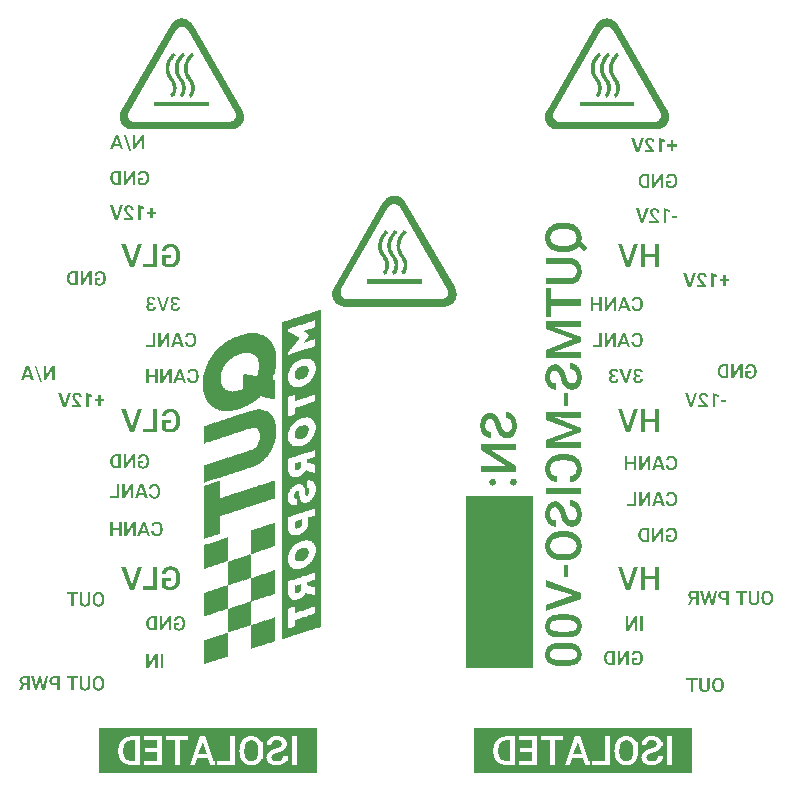
<source format=gbo>
G04*
G04 #@! TF.GenerationSoftware,Altium Limited,Altium Designer,20.1.12 (249)*
G04*
G04 Layer_Color=32896*
%FSLAX25Y25*%
%MOIN*%
G70*
G04*
G04 #@! TF.SameCoordinates,187957CB-44C1-49C2-83CB-A2E739709334*
G04*
G04*
G04 #@! TF.FilePolarity,Positive*
G04*
G01*
G75*
G36*
X369401Y248775D02*
X369007D01*
Y248644D01*
X368744D01*
Y248512D01*
X367956D01*
Y248250D01*
X367825D01*
Y248381D01*
X367694D01*
Y248250D01*
X367300D01*
Y248118D01*
X366906D01*
Y247987D01*
X366512D01*
Y247856D01*
X366249D01*
Y247725D01*
X365856D01*
Y247593D01*
X365330D01*
Y247462D01*
X364936D01*
Y247331D01*
X364280D01*
Y247068D01*
X364149D01*
Y247200D01*
X363886D01*
Y247068D01*
X363492D01*
Y246937D01*
X363230D01*
Y246806D01*
X362836D01*
Y246674D01*
X362442D01*
Y246543D01*
X362179D01*
Y246412D01*
X361785D01*
Y246280D01*
X361391D01*
Y246149D01*
X360998D01*
Y246018D01*
X360604D01*
Y245886D01*
X360472D01*
Y246018D01*
X360210D01*
Y245755D01*
X360079D01*
Y245886D01*
X359947D01*
Y245755D01*
X359553D01*
Y245624D01*
X359159D01*
Y245493D01*
X358766D01*
Y245361D01*
X358372D01*
Y245230D01*
X358109D01*
Y245099D01*
X357715D01*
Y244967D01*
X357321D01*
Y244836D01*
X356665D01*
Y244573D01*
X356534D01*
Y244705D01*
X356402D01*
Y244573D01*
X356271D01*
Y350398D01*
X356402D01*
Y350267D01*
X356665D01*
Y350530D01*
X357059D01*
Y350661D01*
X357715D01*
Y350792D01*
X358109D01*
Y350924D01*
X358503D01*
Y351055D01*
X358766D01*
Y351186D01*
X359159D01*
Y351318D01*
X359553D01*
Y351449D01*
X359947D01*
Y351580D01*
X360341D01*
Y351712D01*
X360472D01*
Y351580D01*
X360735D01*
Y351843D01*
X361391D01*
Y351974D01*
X361785D01*
Y352105D01*
X362179D01*
Y352237D01*
X362573D01*
Y352368D01*
X362836D01*
Y352499D01*
X363230D01*
Y352630D01*
X363623D01*
Y352762D01*
X363886D01*
Y352893D01*
X364280D01*
Y353024D01*
X364674D01*
Y353156D01*
X365462D01*
Y353287D01*
X365856D01*
Y353418D01*
X366249D01*
Y353550D01*
X366643D01*
Y353681D01*
X366906D01*
Y353812D01*
X367300D01*
Y353943D01*
X367694D01*
Y354075D01*
X367956D01*
Y354206D01*
X368350D01*
Y354337D01*
X369138D01*
Y354600D01*
X369401D01*
Y248775D01*
D02*
G37*
G36*
X348130Y346460D02*
X348656D01*
Y346328D01*
X349050D01*
Y346197D01*
X349444D01*
Y346066D01*
X349706D01*
Y345934D01*
X350100D01*
Y345803D01*
X350363D01*
Y345672D01*
X350494D01*
Y345540D01*
X350625D01*
Y345409D01*
X350757D01*
Y345540D01*
X350888D01*
Y345409D01*
X351019D01*
Y345278D01*
X351282D01*
Y345147D01*
X351413D01*
Y345015D01*
X351544D01*
Y344884D01*
X351676D01*
Y344753D01*
X351807D01*
Y344621D01*
X351938D01*
Y344490D01*
X352069D01*
Y344359D01*
X352201D01*
Y344228D01*
X352332D01*
Y343965D01*
X352595D01*
Y343702D01*
X352726D01*
Y343571D01*
X352857D01*
Y343440D01*
X352989D01*
Y343177D01*
X353120D01*
Y342915D01*
X353251D01*
Y342652D01*
X353382D01*
Y342389D01*
X353514D01*
Y341996D01*
X353645D01*
Y341733D01*
X353776D01*
Y341470D01*
X353908D01*
Y341076D01*
X354039D01*
Y340683D01*
X354170D01*
Y340157D01*
X354302D01*
Y335299D01*
X354170D01*
Y334643D01*
X354039D01*
Y333986D01*
X353908D01*
Y333724D01*
X353776D01*
Y333199D01*
X353645D01*
Y332805D01*
X353514D01*
Y332542D01*
X353382D01*
Y332148D01*
X353251D01*
Y331886D01*
X353120D01*
Y331098D01*
X353908D01*
Y330967D01*
X354039D01*
Y324664D01*
X353908D01*
Y324796D01*
X353776D01*
Y324664D01*
X353382D01*
Y324533D01*
X353120D01*
Y324664D01*
X352595D01*
Y324796D01*
X352201D01*
Y324927D01*
X351413D01*
Y325058D01*
X351019D01*
Y325190D01*
X350625D01*
Y325321D01*
X350100D01*
Y325452D01*
X349706D01*
Y325584D01*
X349050D01*
Y325452D01*
X348918D01*
Y325321D01*
X348787D01*
Y325190D01*
X348656D01*
Y325058D01*
X348524D01*
Y324927D01*
X348393D01*
Y324796D01*
X348262D01*
Y324664D01*
X348130D01*
Y324796D01*
X347999D01*
Y324533D01*
X347868D01*
Y324402D01*
X347737D01*
Y324271D01*
X347474D01*
Y324139D01*
X347343D01*
Y324008D01*
X347212D01*
Y323877D01*
X346949D01*
Y323745D01*
X346555D01*
Y323351D01*
X346424D01*
Y323483D01*
X346292D01*
Y323351D01*
X346030D01*
Y323089D01*
X345636D01*
Y322957D01*
X345373D01*
Y322826D01*
X345242D01*
Y322695D01*
X345111D01*
Y322564D01*
X344848D01*
Y322432D01*
X344323D01*
Y322170D01*
X344192D01*
Y322301D01*
X343929D01*
Y322170D01*
X343798D01*
Y322039D01*
X343535D01*
Y321907D01*
X343141D01*
Y321776D01*
X342879D01*
Y321645D01*
X342616D01*
Y321513D01*
X342222D01*
Y321382D01*
X341828D01*
Y321251D01*
X341434D01*
Y321119D01*
X340384D01*
Y320857D01*
X340253D01*
Y320988D01*
X339859D01*
Y320857D01*
X338808D01*
Y320725D01*
X336708D01*
Y320857D01*
X335920D01*
Y320988D01*
X335526D01*
Y320857D01*
X335395D01*
Y321119D01*
X334738D01*
Y321251D01*
X334476D01*
Y321382D01*
X334082D01*
Y321513D01*
X333950D01*
Y321645D01*
X333688D01*
Y321776D01*
X333557D01*
Y321907D01*
X333163D01*
Y322170D01*
X333031D01*
Y322301D01*
X332900D01*
Y322170D01*
X332769D01*
Y322432D01*
X332506D01*
Y322695D01*
X332375D01*
Y322826D01*
X332244D01*
Y322957D01*
X332112D01*
Y323089D01*
X331981D01*
Y323220D01*
X331850D01*
Y323351D01*
X331718D01*
Y323483D01*
X331587D01*
Y323745D01*
X331325D01*
Y324008D01*
X331193D01*
Y324402D01*
X331062D01*
Y324533D01*
X330931D01*
Y324796D01*
X330799D01*
Y325058D01*
X330668D01*
Y325321D01*
X330537D01*
Y325715D01*
X330405D01*
Y325977D01*
X330274D01*
Y326502D01*
X330143D01*
Y326896D01*
X330012D01*
Y328209D01*
X329749D01*
Y331098D01*
X330012D01*
Y332674D01*
X330143D01*
Y333199D01*
X330274D01*
Y333593D01*
X330405D01*
Y333986D01*
X330537D01*
Y334512D01*
X330668D01*
Y334774D01*
X330799D01*
Y335168D01*
X330931D01*
Y335562D01*
X331062D01*
Y335693D01*
X331193D01*
Y336219D01*
X331325D01*
Y336481D01*
X331456D01*
Y336744D01*
X331587D01*
Y337006D01*
X331718D01*
Y337269D01*
X331850D01*
Y337531D01*
X331981D01*
Y337794D01*
X332112D01*
Y337925D01*
X332244D01*
Y338188D01*
X332375D01*
Y338319D01*
X332506D01*
Y338713D01*
X332769D01*
Y338976D01*
X332900D01*
Y339238D01*
X333031D01*
Y339370D01*
X333163D01*
Y339501D01*
X333294D01*
Y339632D01*
X333425D01*
Y339895D01*
X333557D01*
Y340026D01*
X333688D01*
Y340289D01*
X333950D01*
Y340551D01*
X334082D01*
Y340683D01*
X334213D01*
Y340814D01*
X334344D01*
Y340945D01*
X334476D01*
Y341076D01*
X334607D01*
Y341208D01*
X334738D01*
Y341339D01*
X334870D01*
Y341470D01*
X335001D01*
Y341602D01*
X335132D01*
Y341733D01*
X335263D01*
Y341864D01*
X335395D01*
Y341996D01*
X335526D01*
Y342127D01*
X335657D01*
Y342258D01*
X335789D01*
Y342389D01*
X335920D01*
Y342521D01*
X336182D01*
Y342652D01*
X336314D01*
Y342783D01*
X336445D01*
Y342915D01*
X336708D01*
Y343046D01*
X336839D01*
Y343177D01*
X336970D01*
Y343308D01*
X337233D01*
Y343440D01*
X337364D01*
Y343571D01*
X337627D01*
Y343702D01*
X337758D01*
Y343834D01*
X337889D01*
Y343965D01*
X338283D01*
Y344228D01*
X338415D01*
Y344359D01*
X338546D01*
Y344228D01*
X338677D01*
Y344359D01*
X338940D01*
Y344490D01*
X339071D01*
Y344621D01*
X339334D01*
Y344753D01*
X339596D01*
Y344884D01*
X339859D01*
Y345015D01*
X340122D01*
Y345147D01*
X340384D01*
Y345278D01*
X340909D01*
Y345540D01*
X341040D01*
Y345409D01*
X341172D01*
Y345540D01*
X341566D01*
Y345672D01*
X341828D01*
Y345803D01*
X342222D01*
Y345934D01*
X342616D01*
Y346066D01*
X343010D01*
Y346197D01*
X343404D01*
Y346328D01*
X344060D01*
Y346460D01*
X344585D01*
Y346591D01*
X348130D01*
Y346460D01*
D02*
G37*
G36*
X349312Y321119D02*
X349969D01*
Y320988D01*
X350363D01*
Y320857D01*
X350625D01*
Y320725D01*
X351150D01*
Y320463D01*
X351282D01*
Y320594D01*
X351413D01*
Y320463D01*
X351676D01*
Y320332D01*
X351807D01*
Y320069D01*
X352069D01*
Y319938D01*
X352201D01*
Y319806D01*
X352463D01*
Y319675D01*
X352595D01*
Y319544D01*
X352726D01*
Y319281D01*
X352857D01*
Y319150D01*
X352989D01*
Y319019D01*
X353120D01*
Y318625D01*
X353251D01*
Y318494D01*
X353382D01*
Y318231D01*
X353514D01*
Y317968D01*
X353645D01*
Y317706D01*
X353776D01*
Y317312D01*
X353908D01*
Y316918D01*
X354039D01*
Y316524D01*
X354170D01*
Y315999D01*
X354302D01*
Y312060D01*
X354170D01*
Y311403D01*
X354039D01*
Y310747D01*
X353908D01*
Y310484D01*
X353776D01*
Y310090D01*
X353645D01*
Y309697D01*
X353514D01*
Y309303D01*
X353382D01*
Y308909D01*
X353251D01*
Y308777D01*
X353120D01*
Y308252D01*
X352989D01*
Y307990D01*
X352857D01*
Y307727D01*
X352726D01*
Y307596D01*
X352595D01*
Y307333D01*
X352463D01*
Y307071D01*
X352332D01*
Y306939D01*
X352201D01*
Y306677D01*
X352069D01*
Y306545D01*
X351938D01*
Y306414D01*
X351807D01*
Y306020D01*
X351676D01*
Y305889D01*
X351544D01*
Y305758D01*
X351413D01*
Y305495D01*
X351150D01*
Y305233D01*
X350888D01*
Y304970D01*
X350625D01*
Y304707D01*
X350494D01*
Y304576D01*
X350231D01*
Y304313D01*
X350100D01*
Y304182D01*
X349837D01*
Y303920D01*
X349575D01*
Y303788D01*
X349312D01*
Y303526D01*
X349050D01*
Y303394D01*
X348918D01*
Y303263D01*
X348787D01*
Y303132D01*
X348524D01*
Y303000D01*
X348130D01*
Y302869D01*
X347999D01*
Y302738D01*
X347737D01*
Y302607D01*
X347474D01*
Y302475D01*
X347212D01*
Y302344D01*
X346949D01*
Y302213D01*
X346818D01*
Y302081D01*
X346424D01*
Y301950D01*
X346030D01*
Y301819D01*
X345636D01*
Y301688D01*
X344979D01*
Y301425D01*
X344848D01*
Y301556D01*
X344585D01*
Y301425D01*
X344060D01*
Y301294D01*
X343798D01*
Y301162D01*
X343404D01*
Y301031D01*
X343010D01*
Y300900D01*
X342747D01*
Y300768D01*
X342354D01*
Y300637D01*
X341960D01*
Y300506D01*
X341566D01*
Y300375D01*
X340909D01*
Y300112D01*
X340778D01*
Y300243D01*
X340515D01*
Y300112D01*
X340253D01*
Y299981D01*
X339859D01*
Y299849D01*
X339334D01*
Y299718D01*
X338940D01*
Y299587D01*
X338677D01*
Y299455D01*
X338283D01*
Y299324D01*
X337889D01*
Y299193D01*
X337233D01*
Y299062D01*
X336839D01*
Y298930D01*
X336445D01*
Y298799D01*
X336182D01*
Y298668D01*
X335789D01*
Y298536D01*
X335395D01*
Y298405D01*
X335001D01*
Y298274D01*
X334607D01*
Y298143D01*
X334213D01*
Y298011D01*
X333819D01*
Y297880D01*
X333163D01*
Y297617D01*
X332375D01*
Y297486D01*
X332112D01*
Y297355D01*
X331718D01*
Y297223D01*
X331325D01*
Y297092D01*
X330931D01*
Y296961D01*
X330668D01*
Y296830D01*
X330274D01*
Y296698D01*
X330143D01*
Y302475D01*
X330274D01*
Y302738D01*
X330405D01*
Y302607D01*
X330668D01*
Y302869D01*
X330799D01*
Y302738D01*
X330931D01*
Y302869D01*
X331325D01*
Y303000D01*
X331718D01*
Y303132D01*
X332112D01*
Y303263D01*
X332506D01*
Y303394D01*
X332900D01*
Y303526D01*
X333294D01*
Y303657D01*
X333688D01*
Y303788D01*
X334344D01*
Y304051D01*
X334476D01*
Y303920D01*
X334738D01*
Y304051D01*
X335132D01*
Y304182D01*
X335395D01*
Y304313D01*
X335789D01*
Y304445D01*
X336182D01*
Y304576D01*
X336576D01*
Y304707D01*
X336839D01*
Y304839D01*
X337364D01*
Y304970D01*
X337758D01*
Y305101D01*
X338021D01*
Y305233D01*
X338152D01*
Y305101D01*
X338415D01*
Y305364D01*
X339071D01*
Y305495D01*
X339465D01*
Y305626D01*
X339859D01*
Y305758D01*
X340253D01*
Y305889D01*
X340647D01*
Y306020D01*
X340909D01*
Y306152D01*
X341303D01*
Y306283D01*
X342091D01*
Y306545D01*
X342222D01*
Y306414D01*
X342485D01*
Y306545D01*
X342879D01*
Y306677D01*
X343141D01*
Y306808D01*
X343535D01*
Y306939D01*
X343929D01*
Y307071D01*
X344323D01*
Y307202D01*
X344585D01*
Y307333D01*
X344979D01*
Y307465D01*
X345373D01*
Y307596D01*
X345636D01*
Y307727D01*
X345767D01*
Y307596D01*
X346030D01*
Y307858D01*
X346686D01*
Y307990D01*
X346949D01*
Y308252D01*
X347080D01*
Y308384D01*
X347343D01*
Y308515D01*
X347474D01*
Y308646D01*
X347605D01*
Y308777D01*
X347737D01*
Y309040D01*
X347868D01*
Y309171D01*
X347999D01*
Y309303D01*
X348130D01*
Y309697D01*
X348262D01*
Y309828D01*
X348393D01*
Y310222D01*
X348524D01*
Y310616D01*
X348656D01*
Y310878D01*
X348787D01*
Y311535D01*
X348918D01*
Y312979D01*
X348787D01*
Y313504D01*
X348656D01*
Y313898D01*
X348524D01*
Y314161D01*
X348393D01*
Y314423D01*
X348262D01*
Y314555D01*
X348130D01*
Y314686D01*
X347999D01*
Y314817D01*
X347737D01*
Y314949D01*
X347474D01*
Y315080D01*
X346161D01*
Y314949D01*
X345767D01*
Y314817D01*
X345373D01*
Y314686D01*
X345111D01*
Y314555D01*
X344323D01*
Y314423D01*
X343929D01*
Y314292D01*
X343535D01*
Y314161D01*
X343141D01*
Y314029D01*
X342747D01*
Y313898D01*
X342485D01*
Y313767D01*
X342091D01*
Y313635D01*
X341697D01*
Y313504D01*
X341566D01*
Y313635D01*
X341434D01*
Y313373D01*
X340647D01*
Y313242D01*
X340253D01*
Y312979D01*
X340122D01*
Y313110D01*
X339990D01*
Y312979D01*
X339596D01*
Y312848D01*
X339202D01*
Y312716D01*
X338677D01*
Y312585D01*
X338415D01*
Y312454D01*
X338021D01*
Y312322D01*
X337627D01*
Y312191D01*
X337364D01*
Y312060D01*
X336576D01*
Y311797D01*
X336445D01*
Y311929D01*
X336182D01*
Y311797D01*
X335789D01*
Y311666D01*
X335526D01*
Y311535D01*
X335132D01*
Y311403D01*
X334870D01*
Y311272D01*
X334476D01*
Y311141D01*
X333950D01*
Y311010D01*
X333557D01*
Y310878D01*
X333294D01*
Y310747D01*
X332506D01*
Y310484D01*
X332375D01*
Y310616D01*
X332244D01*
Y310484D01*
X331850D01*
Y310353D01*
X331456D01*
Y310222D01*
X331062D01*
Y310090D01*
X330799D01*
Y309959D01*
X330405D01*
Y309828D01*
X330143D01*
Y315736D01*
X330799D01*
Y315867D01*
X331193D01*
Y315999D01*
X331456D01*
Y316130D01*
X331981D01*
Y316261D01*
X332375D01*
Y316393D01*
X332769D01*
Y316524D01*
X333031D01*
Y316655D01*
X333688D01*
Y316918D01*
X333819D01*
Y316787D01*
X334082D01*
Y316918D01*
X334476D01*
Y317049D01*
X334870D01*
Y317180D01*
X335263D01*
Y317312D01*
X335526D01*
Y317443D01*
X335920D01*
Y317574D01*
X336314D01*
Y317706D01*
X336708D01*
Y317837D01*
X337102D01*
Y317968D01*
X337495D01*
Y318100D01*
X337627D01*
Y317968D01*
X337758D01*
Y318231D01*
X338546D01*
Y318362D01*
X338940D01*
Y318494D01*
X339202D01*
Y318625D01*
X339596D01*
Y318756D01*
X339990D01*
Y318887D01*
X340384D01*
Y319019D01*
X340647D01*
Y319150D01*
X341040D01*
Y319281D01*
X341566D01*
Y319412D01*
X341828D01*
Y319544D01*
X342616D01*
Y319806D01*
X342747D01*
Y319675D01*
X342879D01*
Y319806D01*
X343273D01*
Y319938D01*
X343666D01*
Y320069D01*
X344060D01*
Y320200D01*
X344323D01*
Y320332D01*
X344717D01*
Y320463D01*
X345111D01*
Y320594D01*
X345242D01*
Y320463D01*
X345373D01*
Y320594D01*
X345505D01*
Y320725D01*
X346292D01*
Y320857D01*
X346686D01*
Y320988D01*
X347212D01*
Y321119D01*
X347999D01*
Y321251D01*
X349312D01*
Y321119D01*
D02*
G37*
G36*
X354039Y291578D02*
X353776D01*
Y291446D01*
X353382D01*
Y291315D01*
X352726D01*
Y291053D01*
X352595D01*
Y291184D01*
X352332D01*
Y291053D01*
X351938D01*
Y290921D01*
X351676D01*
Y290790D01*
X351282D01*
Y290659D01*
X350888D01*
Y290527D01*
X350494D01*
Y290396D01*
X350100D01*
Y290265D01*
X349706D01*
Y290133D01*
X349312D01*
Y290002D01*
X348656D01*
Y289739D01*
X348524D01*
Y289871D01*
X348262D01*
Y289739D01*
X347868D01*
Y289608D01*
X347605D01*
Y289477D01*
X347212D01*
Y289346D01*
X346818D01*
Y289214D01*
X346555D01*
Y289083D01*
X346030D01*
Y288952D01*
X345636D01*
Y288821D01*
X344979D01*
Y288558D01*
X344848D01*
Y288689D01*
X344585D01*
Y288558D01*
X344192D01*
Y288427D01*
X343929D01*
Y288295D01*
X343535D01*
Y288164D01*
X343141D01*
Y288033D01*
X342747D01*
Y287901D01*
X342485D01*
Y287770D01*
X342091D01*
Y287639D01*
X341697D01*
Y287508D01*
X340909D01*
Y287245D01*
X340253D01*
Y287114D01*
X339859D01*
Y286982D01*
X339465D01*
Y286851D01*
X339071D01*
Y286720D01*
X338677D01*
Y286588D01*
X338415D01*
Y286457D01*
X338021D01*
Y286326D01*
X337364D01*
Y286063D01*
X337233D01*
Y286194D01*
X336970D01*
Y285932D01*
X336182D01*
Y285801D01*
X335789D01*
Y285669D01*
X335657D01*
Y279761D01*
X335395D01*
Y279630D01*
X334738D01*
Y279498D01*
X334213D01*
Y279367D01*
X333819D01*
Y279236D01*
X333557D01*
Y279104D01*
X333163D01*
Y278973D01*
X332769D01*
Y278842D01*
X332375D01*
Y278711D01*
X332112D01*
Y278579D01*
X331718D01*
Y278448D01*
X330931D01*
Y278317D01*
X330668D01*
Y278185D01*
X330274D01*
Y278054D01*
X330143D01*
Y295779D01*
X330405D01*
Y295911D01*
X331193D01*
Y296173D01*
X331325D01*
Y296042D01*
X331587D01*
Y296173D01*
X331981D01*
Y296304D01*
X332375D01*
Y296436D01*
X332638D01*
Y296567D01*
X333031D01*
Y296698D01*
X333425D01*
Y296830D01*
X333688D01*
Y296961D01*
X334082D01*
Y297092D01*
X334476D01*
Y297223D01*
X334870D01*
Y297355D01*
X335001D01*
Y297223D01*
X335263D01*
Y297486D01*
X335657D01*
Y291709D01*
X336051D01*
Y291840D01*
X336445D01*
Y291972D01*
X336708D01*
Y292103D01*
X337102D01*
Y292234D01*
X337758D01*
Y292497D01*
X337889D01*
Y292366D01*
X338152D01*
Y292497D01*
X338546D01*
Y292628D01*
X339071D01*
Y292759D01*
X339334D01*
Y292891D01*
X339728D01*
Y293022D01*
X340122D01*
Y293153D01*
X340384D01*
Y293285D01*
X340778D01*
Y293416D01*
X341566D01*
Y293678D01*
X341697D01*
Y293547D01*
X341828D01*
Y293678D01*
X342222D01*
Y293810D01*
X342616D01*
Y293941D01*
X343010D01*
Y294072D01*
X343273D01*
Y294204D01*
X343666D01*
Y294335D01*
X344192D01*
Y294466D01*
X344454D01*
Y294598D01*
X344848D01*
Y294729D01*
X345636D01*
Y294991D01*
X346292D01*
Y295123D01*
X346686D01*
Y295254D01*
X346949D01*
Y295385D01*
X347343D01*
Y295517D01*
X347737D01*
Y295648D01*
X348130D01*
Y295779D01*
X348393D01*
Y295911D01*
X348918D01*
Y296042D01*
X349050D01*
Y295911D01*
X349312D01*
Y296173D01*
X349444D01*
Y296042D01*
X349575D01*
Y296173D01*
X349969D01*
Y296304D01*
X350363D01*
Y296436D01*
X350757D01*
Y296567D01*
X351019D01*
Y296698D01*
X351413D01*
Y296830D01*
X351807D01*
Y296961D01*
X352201D01*
Y297092D01*
X352463D01*
Y297223D01*
X352857D01*
Y297355D01*
X352989D01*
Y297223D01*
X353251D01*
Y297486D01*
X353908D01*
Y297617D01*
X354039D01*
Y291578D01*
D02*
G37*
G36*
Y275559D02*
X353382D01*
Y275428D01*
X353120D01*
Y275297D01*
X352726D01*
Y275166D01*
X352332D01*
Y275034D01*
X351938D01*
Y274903D01*
X351676D01*
Y274772D01*
X351282D01*
Y274640D01*
X350888D01*
Y274509D01*
X350757D01*
Y274640D01*
X350625D01*
Y274378D01*
X349706D01*
Y274247D01*
X349312D01*
Y274115D01*
X349050D01*
Y273984D01*
X348656D01*
Y273853D01*
X348262D01*
Y273721D01*
X347868D01*
Y273590D01*
X347605D01*
Y273459D01*
X347212D01*
Y273327D01*
X346818D01*
Y273196D01*
X346555D01*
Y273065D01*
X346030D01*
Y280943D01*
X346292D01*
Y281074D01*
X346686D01*
Y281205D01*
X346949D01*
Y281336D01*
X347343D01*
Y281468D01*
X347737D01*
Y281599D01*
X348130D01*
Y281731D01*
X348393D01*
Y281862D01*
X349181D01*
Y282124D01*
X349312D01*
Y281993D01*
X349444D01*
Y282124D01*
X349837D01*
Y282256D01*
X350363D01*
Y282387D01*
X350757D01*
Y282518D01*
X351019D01*
Y282649D01*
X351413D01*
Y282781D01*
X351807D01*
Y282912D01*
X352201D01*
Y283043D01*
X352857D01*
Y283306D01*
X352989D01*
Y283175D01*
X353251D01*
Y283306D01*
X353514D01*
Y283437D01*
X353908D01*
Y283569D01*
X354039D01*
Y275559D01*
D02*
G37*
G36*
X338152Y270570D02*
X337495D01*
Y270439D01*
X337233D01*
Y270308D01*
X336839D01*
Y270176D01*
X336314D01*
Y270045D01*
X336051D01*
Y269914D01*
X335657D01*
Y269782D01*
X335263D01*
Y269651D01*
X334870D01*
Y269520D01*
X334607D01*
Y269389D01*
X334213D01*
Y269257D01*
X333557D01*
Y269126D01*
X333163D01*
Y268995D01*
X332769D01*
Y268863D01*
X332375D01*
Y268732D01*
X332112D01*
Y268601D01*
X331587D01*
Y268470D01*
X331193D01*
Y268338D01*
X330799D01*
Y268207D01*
X330537D01*
Y268076D01*
X330143D01*
Y275953D01*
X330274D01*
Y276085D01*
X330668D01*
Y276216D01*
X331062D01*
Y276347D01*
X331325D01*
Y276479D01*
X331850D01*
Y276610D01*
X331981D01*
Y276479D01*
X332244D01*
Y276741D01*
X332900D01*
Y276872D01*
X333294D01*
Y277004D01*
X333688D01*
Y277135D01*
X334082D01*
Y277266D01*
X334344D01*
Y277398D01*
X334738D01*
Y277529D01*
X335132D01*
Y277660D01*
X335395D01*
Y277792D01*
X335789D01*
Y277923D01*
X336314D01*
Y278054D01*
X336970D01*
Y278317D01*
X337102D01*
Y278185D01*
X337364D01*
Y278317D01*
X337758D01*
Y278448D01*
X338021D01*
Y278579D01*
X338152D01*
Y270570D01*
D02*
G37*
G36*
X346030Y265056D02*
X346424D01*
Y265187D01*
X346818D01*
Y265318D01*
X347080D01*
Y265450D01*
X347474D01*
Y265581D01*
X347868D01*
Y265712D01*
X348130D01*
Y265844D01*
X348524D01*
Y265975D01*
X348918D01*
Y266106D01*
X349312D01*
Y266237D01*
X349444D01*
Y266106D01*
X349575D01*
Y266237D01*
X349706D01*
Y266369D01*
X350363D01*
Y266500D01*
X350888D01*
Y266631D01*
X351150D01*
Y266763D01*
X351544D01*
Y266894D01*
X351938D01*
Y267025D01*
X352201D01*
Y267157D01*
X352595D01*
Y267288D01*
X352989D01*
Y267419D01*
X353382D01*
Y267550D01*
X353645D01*
Y267682D01*
X354039D01*
Y259804D01*
X353908D01*
Y259673D01*
X353514D01*
Y259541D01*
X353120D01*
Y259410D01*
X352857D01*
Y259279D01*
X352463D01*
Y259147D01*
X352069D01*
Y259016D01*
X351807D01*
Y258885D01*
X351019D01*
Y258622D01*
X350888D01*
Y258753D01*
X350625D01*
Y258622D01*
X350231D01*
Y258491D01*
X349837D01*
Y258360D01*
X349444D01*
Y258228D01*
X349050D01*
Y258097D01*
X348787D01*
Y257966D01*
X348393D01*
Y257835D01*
X347999D01*
Y257703D01*
X347343D01*
Y257441D01*
X347212D01*
Y257572D01*
X346949D01*
Y257441D01*
X346555D01*
Y257309D01*
X346292D01*
Y257178D01*
X346030D01*
Y249431D01*
X346686D01*
Y249694D01*
X346818D01*
Y249563D01*
X347080D01*
Y249694D01*
X347474D01*
Y249825D01*
X347868D01*
Y249957D01*
X348130D01*
Y250088D01*
X348524D01*
Y250219D01*
X348918D01*
Y250351D01*
X349312D01*
Y250482D01*
X349706D01*
Y250613D01*
X349969D01*
Y250745D01*
X350363D01*
Y250876D01*
X350494D01*
Y250745D01*
X350757D01*
Y251007D01*
X350888D01*
Y250876D01*
X351019D01*
Y251007D01*
X351413D01*
Y251138D01*
X351938D01*
Y251270D01*
X352201D01*
Y251401D01*
X352595D01*
Y251532D01*
X352989D01*
Y251663D01*
X353382D01*
Y251795D01*
X353645D01*
Y251926D01*
X354039D01*
Y244048D01*
X353908D01*
Y243917D01*
X353514D01*
Y243786D01*
X353120D01*
Y243654D01*
X352857D01*
Y243523D01*
X352463D01*
Y243392D01*
X352332D01*
Y243523D01*
X352069D01*
Y243261D01*
X351282D01*
Y243129D01*
X350888D01*
Y242998D01*
X350625D01*
Y242867D01*
X350231D01*
Y242735D01*
X349837D01*
Y242604D01*
X349444D01*
Y242473D01*
X349050D01*
Y242341D01*
X348787D01*
Y242210D01*
X348393D01*
Y242079D01*
X348262D01*
Y242210D01*
X348130D01*
Y242079D01*
X347999D01*
Y241948D01*
X347343D01*
Y241685D01*
X347212D01*
Y241816D01*
X346818D01*
Y241685D01*
X346555D01*
Y241554D01*
X346161D01*
Y241422D01*
X346030D01*
Y249300D01*
X345505D01*
Y249169D01*
X345242D01*
Y249038D01*
X344848D01*
Y248906D01*
X344454D01*
Y248775D01*
X344060D01*
Y248644D01*
X343666D01*
Y248512D01*
X343010D01*
Y248250D01*
X342879D01*
Y248381D01*
X342747D01*
Y248250D01*
X342354D01*
Y248118D01*
X341828D01*
Y247987D01*
X341434D01*
Y247856D01*
X341172D01*
Y247725D01*
X340778D01*
Y247593D01*
X340384D01*
Y247462D01*
X339990D01*
Y247331D01*
X339334D01*
Y247068D01*
X339202D01*
Y247200D01*
X338940D01*
Y247068D01*
X338677D01*
Y246937D01*
X338283D01*
Y246806D01*
X338152D01*
Y254683D01*
X337627D01*
Y254552D01*
X337364D01*
Y254421D01*
X336839D01*
Y254290D01*
X336445D01*
Y254158D01*
X336182D01*
Y254027D01*
X335789D01*
Y253896D01*
X335395D01*
Y253764D01*
X335263D01*
Y253896D01*
X335001D01*
Y253633D01*
X334344D01*
Y253502D01*
X333950D01*
Y253370D01*
X333557D01*
Y253239D01*
X333294D01*
Y253108D01*
X332900D01*
Y252976D01*
X332506D01*
Y252845D01*
X332112D01*
Y252714D01*
X331718D01*
Y252583D01*
X331325D01*
Y252451D01*
X330931D01*
Y252320D01*
X330274D01*
Y252189D01*
X330143D01*
Y260067D01*
X330405D01*
Y260198D01*
X330799D01*
Y260329D01*
X331193D01*
Y260460D01*
X331456D01*
Y260592D01*
X331850D01*
Y260723D01*
X332375D01*
Y260854D01*
X332769D01*
Y260986D01*
X333031D01*
Y261117D01*
X333688D01*
Y261380D01*
X333950D01*
Y261248D01*
X334082D01*
Y261380D01*
X334476D01*
Y261511D01*
X334870D01*
Y261642D01*
X335263D01*
Y261773D01*
X335526D01*
Y261905D01*
X335920D01*
Y262036D01*
X336314D01*
Y262167D01*
X336576D01*
Y262299D01*
X337495D01*
Y262561D01*
X337627D01*
Y262430D01*
X337758D01*
Y262561D01*
X338152D01*
Y270439D01*
X338415D01*
Y270570D01*
X338808D01*
Y270702D01*
X339071D01*
Y270833D01*
X339465D01*
Y270964D01*
X339859D01*
Y271095D01*
X340253D01*
Y271227D01*
X340647D01*
Y271358D01*
X341040D01*
Y271489D01*
X341697D01*
Y271621D01*
X341828D01*
Y271752D01*
X341960D01*
Y271621D01*
X342091D01*
Y271752D01*
X342485D01*
Y271883D01*
X342879D01*
Y272014D01*
X343141D01*
Y272146D01*
X343535D01*
Y272277D01*
X343929D01*
Y272408D01*
X344323D01*
Y272540D01*
X344585D01*
Y272671D01*
X345373D01*
Y272934D01*
X345505D01*
Y272802D01*
X345767D01*
Y272934D01*
X346030D01*
Y265056D01*
D02*
G37*
G36*
X338152Y238796D02*
X337758D01*
Y238665D01*
X337364D01*
Y238534D01*
X336970D01*
Y238403D01*
X336576D01*
Y238271D01*
X336182D01*
Y238140D01*
X335526D01*
Y237877D01*
X335395D01*
Y238009D01*
X335132D01*
Y237877D01*
X334870D01*
Y237746D01*
X334476D01*
Y237615D01*
X334082D01*
Y237484D01*
X333688D01*
Y237352D01*
X333294D01*
Y237221D01*
X333031D01*
Y237090D01*
X332506D01*
Y236958D01*
X331850D01*
Y236696D01*
X331718D01*
Y236827D01*
X331456D01*
Y236696D01*
X331062D01*
Y236564D01*
X330799D01*
Y236433D01*
X330405D01*
Y236302D01*
X330143D01*
Y244311D01*
X330537D01*
Y244442D01*
X331193D01*
Y244573D01*
X331587D01*
Y244705D01*
X331981D01*
Y244836D01*
X332375D01*
Y244967D01*
X332769D01*
Y245099D01*
X333163D01*
Y245230D01*
X333557D01*
Y245361D01*
X334213D01*
Y245624D01*
X335001D01*
Y245755D01*
X335263D01*
Y245886D01*
X335657D01*
Y246018D01*
X336051D01*
Y246149D01*
X336445D01*
Y246280D01*
X336708D01*
Y246412D01*
X337102D01*
Y246543D01*
X337627D01*
Y246674D01*
X337889D01*
Y246806D01*
X338152D01*
Y238796D01*
D02*
G37*
G36*
X440000Y235000D02*
X417500D01*
Y292500D01*
X440000D01*
Y235000D01*
D02*
G37*
G36*
X306779Y261157D02*
X305480D01*
X302716Y268849D01*
X304182D01*
X306135Y262827D01*
X308071Y268849D01*
X309531D01*
X306779Y261157D01*
D02*
G37*
G36*
X319393Y268940D02*
X319652Y268910D01*
X319892Y268861D01*
X320121Y268795D01*
X320325Y268723D01*
X320517Y268639D01*
X320692Y268549D01*
X320848Y268459D01*
X320992Y268369D01*
X321112Y268279D01*
X321215Y268194D01*
X321299Y268122D01*
X321365Y268056D01*
X321419Y268008D01*
X321443Y267978D01*
X321455Y267966D01*
X321599Y267774D01*
X321731Y267569D01*
X321839Y267353D01*
X321936Y267125D01*
X322014Y266902D01*
X322080Y266674D01*
X322134Y266451D01*
X322182Y266235D01*
X322212Y266037D01*
X322242Y265844D01*
X322260Y265676D01*
X322266Y265604D01*
X322272Y265532D01*
X322278Y265466D01*
Y265412D01*
Y265364D01*
X322284Y265321D01*
Y265285D01*
Y265261D01*
Y265249D01*
Y265243D01*
Y264642D01*
X322278Y264444D01*
X322260Y264246D01*
X322242Y264066D01*
X322212Y263885D01*
X322182Y263717D01*
X322146Y263561D01*
X322110Y263416D01*
X322074Y263284D01*
X322032Y263164D01*
X321996Y263056D01*
X321966Y262960D01*
X321930Y262881D01*
X321906Y262821D01*
X321888Y262773D01*
X321876Y262749D01*
X321870Y262737D01*
X321792Y262587D01*
X321701Y262449D01*
X321611Y262316D01*
X321515Y262196D01*
X321419Y262082D01*
X321323Y261980D01*
X321233Y261890D01*
X321136Y261806D01*
X321052Y261728D01*
X320974Y261662D01*
X320902Y261607D01*
X320836Y261565D01*
X320788Y261529D01*
X320746Y261499D01*
X320722Y261487D01*
X320716Y261481D01*
X320571Y261403D01*
X320427Y261337D01*
X320283Y261283D01*
X320133Y261229D01*
X319988Y261187D01*
X319850Y261157D01*
X319712Y261127D01*
X319580Y261103D01*
X319460Y261085D01*
X319351Y261072D01*
X319255Y261060D01*
X319171Y261054D01*
X319105D01*
X319051Y261048D01*
X319009D01*
X318834Y261054D01*
X318666Y261060D01*
X318504Y261072D01*
X318348Y261090D01*
X318197Y261115D01*
X318059Y261139D01*
X317933Y261163D01*
X317813Y261187D01*
X317705Y261211D01*
X317608Y261235D01*
X317524Y261259D01*
X317458Y261283D01*
X317398Y261301D01*
X317362Y261313D01*
X317332Y261325D01*
X317326D01*
X317194Y261379D01*
X317062Y261439D01*
X316947Y261505D01*
X316833Y261571D01*
X316731Y261643D01*
X316635Y261709D01*
X316551Y261776D01*
X316473Y261842D01*
X316401Y261902D01*
X316340Y261962D01*
X316292Y262016D01*
X316250Y262058D01*
X316214Y262094D01*
X316190Y262124D01*
X316178Y262142D01*
X316172Y262148D01*
Y265099D01*
X319087D01*
Y264084D01*
X317500D01*
Y262581D01*
X317590Y262497D01*
X317687Y262431D01*
X317795Y262365D01*
X317909Y262316D01*
X318029Y262268D01*
X318149Y262232D01*
X318276Y262202D01*
X318390Y262178D01*
X318504Y262154D01*
X318612Y262142D01*
X318708Y262130D01*
X318793Y262124D01*
X318865D01*
X318913Y262118D01*
X318961D01*
X319129Y262124D01*
X319291Y262148D01*
X319442Y262184D01*
X319580Y262226D01*
X319712Y262275D01*
X319832Y262335D01*
X319940Y262395D01*
X320042Y262461D01*
X320127Y262527D01*
X320205Y262587D01*
X320271Y262647D01*
X320325Y262695D01*
X320367Y262743D01*
X320397Y262773D01*
X320415Y262797D01*
X320421Y262803D01*
X320511Y262942D01*
X320596Y263086D01*
X320662Y263236D01*
X320722Y263398D01*
X320776Y263561D01*
X320818Y263717D01*
X320848Y263879D01*
X320878Y264029D01*
X320902Y264174D01*
X320914Y264306D01*
X320926Y264432D01*
X320938Y264534D01*
Y264618D01*
X320944Y264685D01*
Y264708D01*
Y264726D01*
Y264733D01*
Y264739D01*
Y265328D01*
X320938Y265556D01*
X320920Y265766D01*
X320896Y265965D01*
X320866Y266151D01*
X320830Y266319D01*
X320788Y266476D01*
X320746Y266620D01*
X320698Y266746D01*
X320656Y266860D01*
X320614Y266956D01*
X320571Y267040D01*
X320535Y267107D01*
X320505Y267161D01*
X320481Y267197D01*
X320469Y267221D01*
X320463Y267227D01*
X320373Y267341D01*
X320271Y267443D01*
X320163Y267527D01*
X320055Y267599D01*
X319940Y267665D01*
X319826Y267720D01*
X319712Y267762D01*
X319604Y267798D01*
X319502Y267822D01*
X319406Y267840D01*
X319321Y267858D01*
X319243Y267864D01*
X319183Y267870D01*
X319141Y267876D01*
X319099D01*
X318973Y267870D01*
X318853Y267858D01*
X318738Y267840D01*
X318630Y267816D01*
X318528Y267786D01*
X318432Y267750D01*
X318258Y267659D01*
X318107Y267551D01*
X317975Y267437D01*
X317861Y267311D01*
X317765Y267179D01*
X317687Y267046D01*
X317627Y266920D01*
X317579Y266806D01*
X317536Y266698D01*
X317512Y266608D01*
X317500Y266572D01*
X317494Y266542D01*
X317488Y266517D01*
X317482Y266499D01*
Y266488D01*
Y266481D01*
X316178D01*
X316214Y266698D01*
X316262Y266902D01*
X316316Y267094D01*
X316383Y267275D01*
X316455Y267437D01*
X316533Y267587D01*
X316611Y267725D01*
X316689Y267846D01*
X316767Y267954D01*
X316839Y268050D01*
X316905Y268128D01*
X316965Y268194D01*
X317014Y268248D01*
X317056Y268285D01*
X317080Y268308D01*
X317086Y268315D01*
X317230Y268429D01*
X317386Y268525D01*
X317554Y268609D01*
X317723Y268681D01*
X317891Y268747D01*
X318059Y268795D01*
X318228Y268837D01*
X318384Y268874D01*
X318534Y268898D01*
X318678Y268916D01*
X318805Y268934D01*
X318913Y268940D01*
X318997Y268946D01*
X319033Y268952D01*
X319123D01*
X319393Y268940D01*
D02*
G37*
G36*
X314700Y261157D02*
X309874D01*
Y262226D01*
X313365D01*
Y268849D01*
X314700D01*
Y261157D01*
D02*
G37*
G36*
X367750Y200000D02*
X295250D01*
Y215000D01*
X367750D01*
Y200000D01*
D02*
G37*
G36*
X492750D02*
X420250D01*
Y215000D01*
X492750D01*
Y200000D01*
D02*
G37*
G36*
X306779Y313657D02*
X305480D01*
X302716Y321349D01*
X304182D01*
X306135Y315327D01*
X308071Y321349D01*
X309531D01*
X306779Y313657D01*
D02*
G37*
G36*
X319393Y321440D02*
X319652Y321410D01*
X319892Y321361D01*
X320121Y321295D01*
X320325Y321223D01*
X320517Y321139D01*
X320692Y321049D01*
X320848Y320959D01*
X320992Y320869D01*
X321112Y320778D01*
X321215Y320694D01*
X321299Y320622D01*
X321365Y320556D01*
X321419Y320508D01*
X321443Y320478D01*
X321455Y320466D01*
X321599Y320274D01*
X321731Y320069D01*
X321839Y319853D01*
X321936Y319624D01*
X322014Y319402D01*
X322080Y319174D01*
X322134Y318951D01*
X322182Y318735D01*
X322212Y318537D01*
X322242Y318344D01*
X322260Y318176D01*
X322266Y318104D01*
X322272Y318032D01*
X322278Y317966D01*
Y317912D01*
Y317864D01*
X322284Y317822D01*
Y317786D01*
Y317761D01*
Y317749D01*
Y317743D01*
Y317142D01*
X322278Y316944D01*
X322260Y316746D01*
X322242Y316565D01*
X322212Y316385D01*
X322182Y316217D01*
X322146Y316061D01*
X322110Y315916D01*
X322074Y315784D01*
X322032Y315664D01*
X321996Y315556D01*
X321966Y315460D01*
X321930Y315382D01*
X321906Y315321D01*
X321888Y315273D01*
X321876Y315249D01*
X321870Y315237D01*
X321792Y315087D01*
X321701Y314949D01*
X321611Y314816D01*
X321515Y314696D01*
X321419Y314582D01*
X321323Y314480D01*
X321233Y314390D01*
X321136Y314306D01*
X321052Y314228D01*
X320974Y314161D01*
X320902Y314107D01*
X320836Y314065D01*
X320788Y314029D01*
X320746Y313999D01*
X320722Y313987D01*
X320716Y313981D01*
X320571Y313903D01*
X320427Y313837D01*
X320283Y313783D01*
X320133Y313729D01*
X319988Y313687D01*
X319850Y313657D01*
X319712Y313627D01*
X319580Y313602D01*
X319460Y313584D01*
X319351Y313573D01*
X319255Y313560D01*
X319171Y313554D01*
X319105D01*
X319051Y313548D01*
X319009D01*
X318834Y313554D01*
X318666Y313560D01*
X318504Y313573D01*
X318348Y313591D01*
X318197Y313615D01*
X318059Y313639D01*
X317933Y313663D01*
X317813Y313687D01*
X317705Y313711D01*
X317608Y313735D01*
X317524Y313759D01*
X317458Y313783D01*
X317398Y313801D01*
X317362Y313813D01*
X317332Y313825D01*
X317326D01*
X317194Y313879D01*
X317062Y313939D01*
X316947Y314005D01*
X316833Y314071D01*
X316731Y314143D01*
X316635Y314210D01*
X316551Y314276D01*
X316473Y314342D01*
X316401Y314402D01*
X316340Y314462D01*
X316292Y314516D01*
X316250Y314558D01*
X316214Y314594D01*
X316190Y314624D01*
X316178Y314642D01*
X316172Y314648D01*
Y317599D01*
X319087D01*
Y316583D01*
X317500D01*
Y315081D01*
X317590Y314997D01*
X317687Y314931D01*
X317795Y314865D01*
X317909Y314816D01*
X318029Y314769D01*
X318149Y314732D01*
X318276Y314702D01*
X318390Y314678D01*
X318504Y314654D01*
X318612Y314642D01*
X318708Y314630D01*
X318793Y314624D01*
X318865D01*
X318913Y314618D01*
X318961D01*
X319129Y314624D01*
X319291Y314648D01*
X319442Y314684D01*
X319580Y314726D01*
X319712Y314774D01*
X319832Y314835D01*
X319940Y314895D01*
X320042Y314961D01*
X320127Y315027D01*
X320205Y315087D01*
X320271Y315147D01*
X320325Y315195D01*
X320367Y315243D01*
X320397Y315273D01*
X320415Y315297D01*
X320421Y315303D01*
X320511Y315442D01*
X320596Y315586D01*
X320662Y315736D01*
X320722Y315898D01*
X320776Y316061D01*
X320818Y316217D01*
X320848Y316379D01*
X320878Y316529D01*
X320902Y316674D01*
X320914Y316806D01*
X320926Y316932D01*
X320938Y317034D01*
Y317118D01*
X320944Y317184D01*
Y317209D01*
Y317227D01*
Y317233D01*
Y317239D01*
Y317828D01*
X320938Y318056D01*
X320920Y318266D01*
X320896Y318465D01*
X320866Y318651D01*
X320830Y318819D01*
X320788Y318975D01*
X320746Y319120D01*
X320698Y319246D01*
X320656Y319360D01*
X320614Y319456D01*
X320571Y319540D01*
X320535Y319606D01*
X320505Y319661D01*
X320481Y319697D01*
X320469Y319721D01*
X320463Y319727D01*
X320373Y319841D01*
X320271Y319943D01*
X320163Y320027D01*
X320055Y320099D01*
X319940Y320165D01*
X319826Y320219D01*
X319712Y320262D01*
X319604Y320298D01*
X319502Y320322D01*
X319406Y320340D01*
X319321Y320358D01*
X319243Y320364D01*
X319183Y320370D01*
X319141Y320376D01*
X319099D01*
X318973Y320370D01*
X318853Y320358D01*
X318738Y320340D01*
X318630Y320316D01*
X318528Y320286D01*
X318432Y320250D01*
X318258Y320159D01*
X318107Y320051D01*
X317975Y319937D01*
X317861Y319811D01*
X317765Y319679D01*
X317687Y319546D01*
X317627Y319420D01*
X317579Y319306D01*
X317536Y319198D01*
X317512Y319108D01*
X317500Y319072D01*
X317494Y319042D01*
X317488Y319018D01*
X317482Y319000D01*
Y318987D01*
Y318982D01*
X316178D01*
X316214Y319198D01*
X316262Y319402D01*
X316316Y319595D01*
X316383Y319775D01*
X316455Y319937D01*
X316533Y320087D01*
X316611Y320226D01*
X316689Y320346D01*
X316767Y320454D01*
X316839Y320550D01*
X316905Y320628D01*
X316965Y320694D01*
X317014Y320748D01*
X317056Y320784D01*
X317080Y320809D01*
X317086Y320814D01*
X317230Y320929D01*
X317386Y321025D01*
X317554Y321109D01*
X317723Y321181D01*
X317891Y321247D01*
X318059Y321295D01*
X318228Y321337D01*
X318384Y321374D01*
X318534Y321397D01*
X318678Y321415D01*
X318805Y321434D01*
X318913Y321440D01*
X318997Y321446D01*
X319033Y321452D01*
X319123D01*
X319393Y321440D01*
D02*
G37*
G36*
X314700Y313657D02*
X309874D01*
Y314726D01*
X313365D01*
Y321349D01*
X314700D01*
Y313657D01*
D02*
G37*
G36*
X481909Y313654D02*
X480574D01*
Y317067D01*
X477137D01*
Y313654D01*
X475802D01*
Y321346D01*
X477137D01*
Y318143D01*
X480574D01*
Y321346D01*
X481909D01*
Y313654D01*
D02*
G37*
G36*
X472154D02*
X470856D01*
X468091Y321346D01*
X469558D01*
X471511Y315324D01*
X473446Y321346D01*
X474907D01*
X472154Y313654D01*
D02*
G37*
G36*
X481909Y368654D02*
X480574D01*
Y372067D01*
X477137D01*
Y368654D01*
X475802D01*
Y376346D01*
X477137D01*
Y373143D01*
X480574D01*
Y376346D01*
X481909D01*
Y368654D01*
D02*
G37*
G36*
X472154D02*
X470856D01*
X468091Y376346D01*
X469558D01*
X471511Y370324D01*
X473446Y376346D01*
X474907D01*
X472154Y368654D01*
D02*
G37*
G36*
X306779Y368657D02*
X305480D01*
X302716Y376349D01*
X304182D01*
X306135Y370327D01*
X308071Y376349D01*
X309531D01*
X306779Y368657D01*
D02*
G37*
G36*
X319393Y376440D02*
X319652Y376410D01*
X319892Y376361D01*
X320121Y376295D01*
X320325Y376223D01*
X320517Y376139D01*
X320692Y376049D01*
X320848Y375959D01*
X320992Y375869D01*
X321112Y375779D01*
X321215Y375694D01*
X321299Y375622D01*
X321365Y375556D01*
X321419Y375508D01*
X321443Y375478D01*
X321455Y375466D01*
X321599Y375274D01*
X321731Y375069D01*
X321839Y374853D01*
X321936Y374624D01*
X322014Y374402D01*
X322080Y374174D01*
X322134Y373951D01*
X322182Y373735D01*
X322212Y373537D01*
X322242Y373344D01*
X322260Y373176D01*
X322266Y373104D01*
X322272Y373032D01*
X322278Y372966D01*
Y372912D01*
Y372864D01*
X322284Y372821D01*
Y372785D01*
Y372761D01*
Y372749D01*
Y372743D01*
Y372142D01*
X322278Y371944D01*
X322260Y371746D01*
X322242Y371566D01*
X322212Y371385D01*
X322182Y371217D01*
X322146Y371061D01*
X322110Y370916D01*
X322074Y370784D01*
X322032Y370664D01*
X321996Y370556D01*
X321966Y370460D01*
X321930Y370381D01*
X321906Y370321D01*
X321888Y370273D01*
X321876Y370249D01*
X321870Y370237D01*
X321792Y370087D01*
X321701Y369949D01*
X321611Y369816D01*
X321515Y369696D01*
X321419Y369582D01*
X321323Y369480D01*
X321233Y369390D01*
X321136Y369306D01*
X321052Y369228D01*
X320974Y369162D01*
X320902Y369107D01*
X320836Y369065D01*
X320788Y369029D01*
X320746Y368999D01*
X320722Y368987D01*
X320716Y368981D01*
X320571Y368903D01*
X320427Y368837D01*
X320283Y368783D01*
X320133Y368729D01*
X319988Y368687D01*
X319850Y368657D01*
X319712Y368627D01*
X319580Y368602D01*
X319460Y368584D01*
X319351Y368572D01*
X319255Y368560D01*
X319171Y368554D01*
X319105D01*
X319051Y368548D01*
X319009D01*
X318834Y368554D01*
X318666Y368560D01*
X318504Y368572D01*
X318348Y368590D01*
X318197Y368615D01*
X318059Y368639D01*
X317933Y368663D01*
X317813Y368687D01*
X317705Y368711D01*
X317608Y368735D01*
X317524Y368759D01*
X317458Y368783D01*
X317398Y368801D01*
X317362Y368813D01*
X317332Y368825D01*
X317326D01*
X317194Y368879D01*
X317062Y368939D01*
X316947Y369005D01*
X316833Y369071D01*
X316731Y369143D01*
X316635Y369210D01*
X316551Y369276D01*
X316473Y369342D01*
X316401Y369402D01*
X316340Y369462D01*
X316292Y369516D01*
X316250Y369558D01*
X316214Y369594D01*
X316190Y369624D01*
X316178Y369642D01*
X316172Y369648D01*
Y372599D01*
X319087D01*
Y371584D01*
X317500D01*
Y370081D01*
X317590Y369997D01*
X317687Y369931D01*
X317795Y369865D01*
X317909Y369816D01*
X318029Y369769D01*
X318149Y369732D01*
X318276Y369702D01*
X318390Y369678D01*
X318504Y369654D01*
X318612Y369642D01*
X318708Y369630D01*
X318793Y369624D01*
X318865D01*
X318913Y369618D01*
X318961D01*
X319129Y369624D01*
X319291Y369648D01*
X319442Y369684D01*
X319580Y369726D01*
X319712Y369775D01*
X319832Y369835D01*
X319940Y369895D01*
X320042Y369961D01*
X320127Y370027D01*
X320205Y370087D01*
X320271Y370147D01*
X320325Y370195D01*
X320367Y370243D01*
X320397Y370273D01*
X320415Y370297D01*
X320421Y370303D01*
X320511Y370442D01*
X320596Y370586D01*
X320662Y370736D01*
X320722Y370898D01*
X320776Y371061D01*
X320818Y371217D01*
X320848Y371379D01*
X320878Y371529D01*
X320902Y371674D01*
X320914Y371806D01*
X320926Y371932D01*
X320938Y372034D01*
Y372118D01*
X320944Y372184D01*
Y372208D01*
Y372227D01*
Y372233D01*
Y372239D01*
Y372828D01*
X320938Y373056D01*
X320920Y373266D01*
X320896Y373465D01*
X320866Y373651D01*
X320830Y373819D01*
X320788Y373975D01*
X320746Y374120D01*
X320698Y374246D01*
X320656Y374360D01*
X320614Y374456D01*
X320571Y374540D01*
X320535Y374606D01*
X320505Y374661D01*
X320481Y374697D01*
X320469Y374721D01*
X320463Y374727D01*
X320373Y374841D01*
X320271Y374943D01*
X320163Y375027D01*
X320055Y375099D01*
X319940Y375165D01*
X319826Y375219D01*
X319712Y375262D01*
X319604Y375298D01*
X319502Y375322D01*
X319406Y375340D01*
X319321Y375358D01*
X319243Y375364D01*
X319183Y375370D01*
X319141Y375376D01*
X319099D01*
X318973Y375370D01*
X318853Y375358D01*
X318738Y375340D01*
X318630Y375316D01*
X318528Y375286D01*
X318432Y375250D01*
X318258Y375159D01*
X318107Y375051D01*
X317975Y374937D01*
X317861Y374811D01*
X317765Y374679D01*
X317687Y374546D01*
X317627Y374420D01*
X317579Y374306D01*
X317536Y374198D01*
X317512Y374108D01*
X317500Y374072D01*
X317494Y374042D01*
X317488Y374018D01*
X317482Y374000D01*
Y373988D01*
Y373981D01*
X316178D01*
X316214Y374198D01*
X316262Y374402D01*
X316316Y374594D01*
X316383Y374775D01*
X316455Y374937D01*
X316533Y375087D01*
X316611Y375225D01*
X316689Y375346D01*
X316767Y375454D01*
X316839Y375550D01*
X316905Y375628D01*
X316965Y375694D01*
X317014Y375748D01*
X317056Y375784D01*
X317080Y375809D01*
X317086Y375815D01*
X317230Y375929D01*
X317386Y376025D01*
X317554Y376109D01*
X317723Y376181D01*
X317891Y376247D01*
X318059Y376295D01*
X318228Y376337D01*
X318384Y376374D01*
X318534Y376397D01*
X318678Y376415D01*
X318805Y376434D01*
X318913Y376440D01*
X318997Y376446D01*
X319033Y376452D01*
X319123D01*
X319393Y376440D01*
D02*
G37*
G36*
X314700Y368657D02*
X309874D01*
Y369726D01*
X313365D01*
Y376349D01*
X314700D01*
Y368657D01*
D02*
G37*
G36*
X481909Y261154D02*
X480574D01*
Y264567D01*
X477137D01*
Y261154D01*
X475802D01*
Y268846D01*
X477137D01*
Y265643D01*
X480574D01*
Y268846D01*
X481909D01*
Y261154D01*
D02*
G37*
G36*
X472154D02*
X470856D01*
X468091Y268846D01*
X469558D01*
X471511Y262824D01*
X473446Y268846D01*
X474907D01*
X472154Y261154D01*
D02*
G37*
G36*
X483294Y277067D02*
X482473D01*
Y280426D01*
X480364Y277067D01*
X479539D01*
Y281803D01*
X480357D01*
Y278428D01*
X482473Y281803D01*
X483294D01*
Y277067D01*
D02*
G37*
G36*
X486184Y281858D02*
X486343Y281840D01*
X486491Y281810D01*
X486632Y281769D01*
X486758Y281725D01*
X486876Y281673D01*
X486983Y281618D01*
X487079Y281562D01*
X487168Y281507D01*
X487242Y281451D01*
X487305Y281399D01*
X487357Y281355D01*
X487398Y281314D01*
X487431Y281285D01*
X487446Y281266D01*
X487453Y281259D01*
X487542Y281140D01*
X487623Y281014D01*
X487690Y280881D01*
X487749Y280741D01*
X487797Y280604D01*
X487838Y280463D01*
X487871Y280326D01*
X487901Y280193D01*
X487919Y280071D01*
X487938Y279953D01*
X487949Y279849D01*
X487953Y279805D01*
X487956Y279760D01*
X487960Y279719D01*
Y279686D01*
Y279657D01*
X487964Y279631D01*
Y279608D01*
Y279594D01*
Y279586D01*
Y279583D01*
Y279213D01*
X487960Y279090D01*
X487949Y278968D01*
X487938Y278857D01*
X487919Y278746D01*
X487901Y278643D01*
X487879Y278547D01*
X487856Y278458D01*
X487834Y278376D01*
X487808Y278302D01*
X487786Y278236D01*
X487768Y278177D01*
X487745Y278129D01*
X487731Y278092D01*
X487719Y278062D01*
X487712Y278047D01*
X487708Y278040D01*
X487660Y277947D01*
X487605Y277862D01*
X487549Y277781D01*
X487490Y277707D01*
X487431Y277636D01*
X487372Y277573D01*
X487316Y277518D01*
X487257Y277466D01*
X487205Y277418D01*
X487157Y277377D01*
X487113Y277344D01*
X487072Y277318D01*
X487042Y277296D01*
X487016Y277277D01*
X487002Y277270D01*
X486998Y277266D01*
X486909Y277218D01*
X486820Y277178D01*
X486732Y277144D01*
X486639Y277111D01*
X486550Y277085D01*
X486465Y277067D01*
X486380Y277048D01*
X486299Y277033D01*
X486225Y277022D01*
X486158Y277015D01*
X486099Y277007D01*
X486047Y277004D01*
X486006D01*
X485973Y277000D01*
X485947D01*
X485840Y277004D01*
X485736Y277007D01*
X485636Y277015D01*
X485540Y277026D01*
X485448Y277041D01*
X485363Y277056D01*
X485285Y277070D01*
X485211Y277085D01*
X485144Y277100D01*
X485085Y277115D01*
X485033Y277130D01*
X484993Y277144D01*
X484956Y277155D01*
X484933Y277163D01*
X484915Y277170D01*
X484911D01*
X484830Y277203D01*
X484748Y277240D01*
X484678Y277281D01*
X484608Y277322D01*
X484545Y277366D01*
X484486Y277407D01*
X484434Y277448D01*
X484386Y277488D01*
X484341Y277525D01*
X484304Y277562D01*
X484275Y277596D01*
X484249Y277622D01*
X484227Y277644D01*
X484212Y277662D01*
X484204Y277673D01*
X484201Y277677D01*
Y279494D01*
X485995D01*
Y278869D01*
X485018D01*
Y277943D01*
X485074Y277892D01*
X485133Y277851D01*
X485200Y277810D01*
X485270Y277781D01*
X485344Y277751D01*
X485418Y277729D01*
X485496Y277710D01*
X485566Y277696D01*
X485636Y277681D01*
X485703Y277673D01*
X485762Y277666D01*
X485814Y277662D01*
X485858D01*
X485888Y277659D01*
X485918D01*
X486021Y277662D01*
X486121Y277677D01*
X486214Y277699D01*
X486299Y277725D01*
X486380Y277755D01*
X486454Y277792D01*
X486521Y277829D01*
X486584Y277870D01*
X486635Y277910D01*
X486684Y277947D01*
X486724Y277984D01*
X486758Y278014D01*
X486783Y278043D01*
X486802Y278062D01*
X486813Y278077D01*
X486817Y278080D01*
X486872Y278166D01*
X486924Y278254D01*
X486965Y278347D01*
X487002Y278447D01*
X487035Y278547D01*
X487061Y278643D01*
X487079Y278743D01*
X487098Y278835D01*
X487113Y278924D01*
X487120Y279005D01*
X487127Y279083D01*
X487135Y279146D01*
Y279198D01*
X487139Y279239D01*
Y279253D01*
Y279264D01*
Y279268D01*
Y279272D01*
Y279634D01*
X487135Y279775D01*
X487124Y279905D01*
X487109Y280027D01*
X487090Y280141D01*
X487068Y280245D01*
X487042Y280341D01*
X487016Y280430D01*
X486987Y280508D01*
X486961Y280578D01*
X486935Y280637D01*
X486909Y280689D01*
X486887Y280730D01*
X486868Y280763D01*
X486854Y280785D01*
X486846Y280800D01*
X486843Y280804D01*
X486787Y280874D01*
X486724Y280937D01*
X486658Y280989D01*
X486591Y281033D01*
X486521Y281074D01*
X486450Y281107D01*
X486380Y281133D01*
X486313Y281155D01*
X486251Y281170D01*
X486191Y281181D01*
X486140Y281192D01*
X486092Y281196D01*
X486055Y281200D01*
X486029Y281203D01*
X486003D01*
X485925Y281200D01*
X485851Y281192D01*
X485781Y281181D01*
X485714Y281166D01*
X485651Y281148D01*
X485592Y281125D01*
X485485Y281070D01*
X485392Y281003D01*
X485311Y280933D01*
X485241Y280855D01*
X485181Y280774D01*
X485133Y280693D01*
X485096Y280615D01*
X485067Y280545D01*
X485041Y280478D01*
X485026Y280422D01*
X485018Y280400D01*
X485015Y280382D01*
X485011Y280367D01*
X485007Y280356D01*
Y280348D01*
Y280345D01*
X484204D01*
X484227Y280478D01*
X484256Y280604D01*
X484290Y280722D01*
X484330Y280833D01*
X484375Y280933D01*
X484423Y281026D01*
X484471Y281111D01*
X484519Y281185D01*
X484567Y281251D01*
X484612Y281311D01*
X484652Y281359D01*
X484689Y281399D01*
X484719Y281433D01*
X484745Y281455D01*
X484760Y281470D01*
X484763Y281473D01*
X484852Y281544D01*
X484948Y281603D01*
X485052Y281655D01*
X485155Y281699D01*
X485259Y281740D01*
X485363Y281769D01*
X485466Y281795D01*
X485562Y281817D01*
X485655Y281832D01*
X485744Y281843D01*
X485821Y281854D01*
X485888Y281858D01*
X485940Y281862D01*
X485962Y281866D01*
X486018D01*
X486184Y281858D01*
D02*
G37*
G36*
X478566Y277067D02*
X477204D01*
X477086Y277070D01*
X476971Y277078D01*
X476860Y277093D01*
X476756Y277111D01*
X476656Y277130D01*
X476564Y277152D01*
X476475Y277178D01*
X476398Y277203D01*
X476324Y277229D01*
X476257Y277255D01*
X476201Y277277D01*
X476157Y277296D01*
X476116Y277314D01*
X476090Y277329D01*
X476076Y277337D01*
X476068Y277340D01*
X475979Y277396D01*
X475894Y277455D01*
X475813Y277518D01*
X475739Y277581D01*
X475672Y277647D01*
X475609Y277710D01*
X475554Y277777D01*
X475502Y277840D01*
X475454Y277899D01*
X475417Y277951D01*
X475384Y278003D01*
X475354Y278043D01*
X475332Y278080D01*
X475317Y278106D01*
X475310Y278121D01*
X475306Y278129D01*
X475258Y278225D01*
X475217Y278325D01*
X475180Y278428D01*
X475151Y278528D01*
X475125Y278628D01*
X475103Y278728D01*
X475084Y278820D01*
X475069Y278913D01*
X475058Y278994D01*
X475051Y279072D01*
X475043Y279142D01*
X475040Y279198D01*
X475036Y279246D01*
Y279283D01*
Y279305D01*
Y279312D01*
Y279549D01*
X475040Y279671D01*
X475047Y279790D01*
X475062Y279905D01*
X475077Y280012D01*
X475099Y280115D01*
X475121Y280212D01*
X475143Y280304D01*
X475169Y280385D01*
X475195Y280463D01*
X475217Y280530D01*
X475239Y280585D01*
X475262Y280637D01*
X475276Y280674D01*
X475291Y280704D01*
X475299Y280718D01*
X475302Y280726D01*
X475354Y280818D01*
X475410Y280907D01*
X475472Y280989D01*
X475532Y281066D01*
X475595Y281137D01*
X475658Y281203D01*
X475720Y281262D01*
X475780Y281318D01*
X475835Y281362D01*
X475887Y281407D01*
X475935Y281440D01*
X475976Y281470D01*
X476009Y281492D01*
X476035Y281507D01*
X476050Y281518D01*
X476057Y281521D01*
X476150Y281570D01*
X476242Y281614D01*
X476338Y281651D01*
X476435Y281684D01*
X476531Y281710D01*
X476619Y281732D01*
X476708Y281754D01*
X476793Y281769D01*
X476871Y281780D01*
X476945Y281788D01*
X477008Y281795D01*
X477064Y281799D01*
X477108Y281803D01*
X478566D01*
Y277067D01*
D02*
G37*
G36*
X479032Y289049D02*
X478210D01*
Y292409D01*
X476101Y289049D01*
X475276D01*
Y293785D01*
X476094D01*
Y290411D01*
X478210Y293785D01*
X479032D01*
Y289049D01*
D02*
G37*
G36*
X486125Y293845D02*
X486228Y293837D01*
X486328Y293822D01*
X486424Y293804D01*
X486513Y293785D01*
X486598Y293759D01*
X486680Y293737D01*
X486750Y293711D01*
X486817Y293685D01*
X486876Y293659D01*
X486924Y293634D01*
X486968Y293615D01*
X487002Y293597D01*
X487028Y293582D01*
X487042Y293574D01*
X487046Y293571D01*
X487127Y293515D01*
X487201Y293456D01*
X487276Y293397D01*
X487338Y293330D01*
X487401Y293264D01*
X487457Y293201D01*
X487509Y293134D01*
X487553Y293071D01*
X487594Y293012D01*
X487627Y292960D01*
X487657Y292908D01*
X487682Y292868D01*
X487701Y292831D01*
X487716Y292805D01*
X487723Y292790D01*
X487727Y292783D01*
X487768Y292686D01*
X487805Y292586D01*
X487838Y292483D01*
X487864Y292383D01*
X487886Y292283D01*
X487905Y292183D01*
X487923Y292091D01*
X487934Y292002D01*
X487945Y291917D01*
X487953Y291843D01*
X487956Y291773D01*
X487960Y291713D01*
X487964Y291669D01*
Y291632D01*
Y291610D01*
Y291606D01*
Y291602D01*
Y291158D01*
X487960Y291040D01*
X487949Y290921D01*
X487938Y290810D01*
X487919Y290703D01*
X487901Y290603D01*
X487882Y290511D01*
X487860Y290422D01*
X487838Y290341D01*
X487816Y290267D01*
X487793Y290204D01*
X487775Y290144D01*
X487756Y290100D01*
X487742Y290063D01*
X487731Y290034D01*
X487723Y290019D01*
X487719Y290011D01*
X487675Y289922D01*
X487623Y289837D01*
X487571Y289760D01*
X487516Y289686D01*
X487464Y289615D01*
X487409Y289552D01*
X487353Y289497D01*
X487301Y289445D01*
X487250Y289401D01*
X487205Y289360D01*
X487164Y289327D01*
X487127Y289301D01*
X487098Y289279D01*
X487076Y289260D01*
X487061Y289253D01*
X487057Y289249D01*
X486976Y289201D01*
X486891Y289160D01*
X486806Y289127D01*
X486717Y289094D01*
X486635Y289068D01*
X486550Y289049D01*
X486473Y289031D01*
X486395Y289016D01*
X486325Y289005D01*
X486262Y288998D01*
X486202Y288990D01*
X486154Y288986D01*
X486114D01*
X486084Y288983D01*
X486058D01*
X485910Y288986D01*
X485770Y289001D01*
X485636Y289023D01*
X485514Y289049D01*
X485400Y289079D01*
X485292Y289116D01*
X485192Y289153D01*
X485104Y289194D01*
X485026Y289234D01*
X484956Y289271D01*
X484896Y289308D01*
X484848Y289338D01*
X484811Y289368D01*
X484782Y289386D01*
X484767Y289401D01*
X484760Y289405D01*
X484674Y289490D01*
X484597Y289578D01*
X484526Y289671D01*
X484467Y289767D01*
X484412Y289867D01*
X484367Y289967D01*
X484330Y290063D01*
X484297Y290156D01*
X484271Y290241D01*
X484249Y290322D01*
X484230Y290396D01*
X484219Y290459D01*
X484212Y290511D01*
X484204Y290551D01*
Y290566D01*
X484201Y290577D01*
Y290581D01*
Y290585D01*
X485018D01*
X485033Y290492D01*
X485052Y290407D01*
X485070Y290330D01*
X485096Y290259D01*
X485118Y290193D01*
X485144Y290133D01*
X485174Y290078D01*
X485200Y290034D01*
X485226Y289993D01*
X485248Y289956D01*
X485270Y289926D01*
X485289Y289900D01*
X485307Y289882D01*
X485318Y289871D01*
X485326Y289863D01*
X485329Y289860D01*
X485377Y289823D01*
X485429Y289789D01*
X485488Y289760D01*
X485548Y289738D01*
X485607Y289715D01*
X485666Y289697D01*
X485784Y289671D01*
X485840Y289664D01*
X485892Y289656D01*
X485940Y289652D01*
X485977Y289649D01*
X486010Y289645D01*
X486058D01*
X486154Y289649D01*
X486243Y289664D01*
X486328Y289682D01*
X486406Y289708D01*
X486480Y289738D01*
X486547Y289774D01*
X486606Y289808D01*
X486661Y289848D01*
X486706Y289885D01*
X486750Y289922D01*
X486783Y289956D01*
X486813Y289985D01*
X486835Y290011D01*
X486850Y290030D01*
X486861Y290045D01*
X486865Y290048D01*
X486913Y290130D01*
X486954Y290215D01*
X486991Y290307D01*
X487024Y290400D01*
X487050Y290500D01*
X487072Y290596D01*
X487090Y290692D01*
X487105Y290785D01*
X487116Y290873D01*
X487124Y290955D01*
X487131Y291029D01*
X487135Y291092D01*
Y291143D01*
X487139Y291184D01*
Y291199D01*
Y291210D01*
Y291214D01*
Y291217D01*
Y291639D01*
X487135Y291776D01*
X487124Y291906D01*
X487109Y292028D01*
X487090Y292139D01*
X487068Y292242D01*
X487042Y292339D01*
X487016Y292424D01*
X486987Y292498D01*
X486961Y292568D01*
X486935Y292627D01*
X486909Y292675D01*
X486887Y292716D01*
X486868Y292749D01*
X486854Y292772D01*
X486846Y292786D01*
X486843Y292790D01*
X486787Y292860D01*
X486724Y292919D01*
X486658Y292971D01*
X486591Y293016D01*
X486524Y293056D01*
X486454Y293086D01*
X486387Y293112D01*
X486321Y293134D01*
X486258Y293149D01*
X486202Y293160D01*
X486151Y293171D01*
X486106Y293175D01*
X486069Y293179D01*
X486040Y293182D01*
X486018D01*
X485932Y293179D01*
X485855Y293171D01*
X485781Y293160D01*
X485714Y293145D01*
X485651Y293130D01*
X485592Y293108D01*
X485540Y293090D01*
X485496Y293068D01*
X485451Y293045D01*
X485418Y293027D01*
X485389Y293005D01*
X485363Y292990D01*
X485344Y292975D01*
X485329Y292964D01*
X485322Y292956D01*
X485318Y292953D01*
X485274Y292908D01*
X485237Y292857D01*
X485200Y292801D01*
X485170Y292742D01*
X485118Y292620D01*
X485078Y292501D01*
X485063Y292442D01*
X485048Y292390D01*
X485041Y292342D01*
X485030Y292302D01*
X485026Y292265D01*
X485022Y292239D01*
X485018Y292224D01*
Y292216D01*
X484201D01*
X484219Y292357D01*
X484245Y292490D01*
X484282Y292616D01*
X484319Y292731D01*
X484364Y292838D01*
X484412Y292938D01*
X484460Y293027D01*
X484508Y293108D01*
X484556Y293182D01*
X484600Y293245D01*
X484641Y293297D01*
X484678Y293341D01*
X484711Y293375D01*
X484734Y293401D01*
X484752Y293415D01*
X484756Y293419D01*
X484848Y293493D01*
X484948Y293560D01*
X485048Y293619D01*
X485155Y293667D01*
X485259Y293708D01*
X485366Y293745D01*
X485466Y293771D01*
X485566Y293796D01*
X485659Y293811D01*
X485744Y293826D01*
X485821Y293833D01*
X485888Y293841D01*
X485944Y293845D01*
X485966Y293848D01*
X486018D01*
X486125Y293845D01*
D02*
G37*
G36*
X483890Y289049D02*
X483035D01*
X482651Y290152D01*
X480815D01*
X480431Y289049D01*
X479568D01*
X481363Y293785D01*
X482099D01*
X483890Y289049D01*
D02*
G37*
G36*
X474303D02*
X471332D01*
Y289708D01*
X473482D01*
Y293785D01*
X474303D01*
Y289049D01*
D02*
G37*
G36*
Y301049D02*
X473482D01*
Y303151D01*
X471365D01*
Y301049D01*
X470544D01*
Y305785D01*
X471365D01*
Y303813D01*
X473482D01*
Y305785D01*
X474303D01*
Y301049D01*
D02*
G37*
G36*
X479032D02*
X478210D01*
Y304409D01*
X476101Y301049D01*
X475276D01*
Y305785D01*
X476094D01*
Y302411D01*
X478210Y305785D01*
X479032D01*
Y301049D01*
D02*
G37*
G36*
X486125Y305844D02*
X486228Y305837D01*
X486328Y305822D01*
X486424Y305804D01*
X486513Y305785D01*
X486598Y305759D01*
X486680Y305737D01*
X486750Y305711D01*
X486817Y305685D01*
X486876Y305660D01*
X486924Y305634D01*
X486968Y305615D01*
X487002Y305597D01*
X487028Y305582D01*
X487042Y305574D01*
X487046Y305571D01*
X487127Y305515D01*
X487201Y305456D01*
X487276Y305397D01*
X487338Y305330D01*
X487401Y305264D01*
X487457Y305201D01*
X487509Y305134D01*
X487553Y305071D01*
X487594Y305012D01*
X487627Y304960D01*
X487657Y304908D01*
X487682Y304868D01*
X487701Y304831D01*
X487716Y304805D01*
X487723Y304790D01*
X487727Y304783D01*
X487768Y304686D01*
X487805Y304587D01*
X487838Y304483D01*
X487864Y304383D01*
X487886Y304283D01*
X487905Y304183D01*
X487923Y304091D01*
X487934Y304002D01*
X487945Y303917D01*
X487953Y303843D01*
X487956Y303772D01*
X487960Y303713D01*
X487964Y303669D01*
Y303632D01*
Y303610D01*
Y303606D01*
Y303602D01*
Y303158D01*
X487960Y303040D01*
X487949Y302922D01*
X487938Y302811D01*
X487919Y302703D01*
X487901Y302603D01*
X487882Y302511D01*
X487860Y302422D01*
X487838Y302341D01*
X487816Y302267D01*
X487793Y302204D01*
X487775Y302145D01*
X487756Y302100D01*
X487742Y302063D01*
X487731Y302033D01*
X487723Y302019D01*
X487719Y302011D01*
X487675Y301922D01*
X487623Y301837D01*
X487571Y301760D01*
X487516Y301686D01*
X487464Y301615D01*
X487409Y301553D01*
X487353Y301497D01*
X487301Y301445D01*
X487250Y301401D01*
X487205Y301360D01*
X487164Y301327D01*
X487127Y301301D01*
X487098Y301279D01*
X487076Y301260D01*
X487061Y301253D01*
X487057Y301249D01*
X486976Y301201D01*
X486891Y301160D01*
X486806Y301127D01*
X486717Y301094D01*
X486635Y301068D01*
X486550Y301049D01*
X486473Y301031D01*
X486395Y301016D01*
X486325Y301005D01*
X486262Y300997D01*
X486202Y300990D01*
X486154Y300986D01*
X486114D01*
X486084Y300983D01*
X486058D01*
X485910Y300986D01*
X485770Y301001D01*
X485636Y301023D01*
X485514Y301049D01*
X485400Y301079D01*
X485292Y301116D01*
X485192Y301153D01*
X485104Y301194D01*
X485026Y301234D01*
X484956Y301271D01*
X484896Y301308D01*
X484848Y301338D01*
X484811Y301367D01*
X484782Y301386D01*
X484767Y301401D01*
X484760Y301405D01*
X484674Y301490D01*
X484597Y301578D01*
X484526Y301671D01*
X484467Y301767D01*
X484412Y301867D01*
X484367Y301967D01*
X484330Y302063D01*
X484297Y302156D01*
X484271Y302241D01*
X484249Y302322D01*
X484230Y302396D01*
X484219Y302459D01*
X484212Y302511D01*
X484204Y302552D01*
Y302566D01*
X484201Y302577D01*
Y302581D01*
Y302585D01*
X485018D01*
X485033Y302492D01*
X485052Y302407D01*
X485070Y302329D01*
X485096Y302259D01*
X485118Y302193D01*
X485144Y302133D01*
X485174Y302078D01*
X485200Y302033D01*
X485226Y301993D01*
X485248Y301956D01*
X485270Y301926D01*
X485289Y301900D01*
X485307Y301882D01*
X485318Y301871D01*
X485326Y301863D01*
X485329Y301860D01*
X485377Y301823D01*
X485429Y301789D01*
X485488Y301760D01*
X485548Y301737D01*
X485607Y301715D01*
X485666Y301697D01*
X485784Y301671D01*
X485840Y301663D01*
X485892Y301656D01*
X485940Y301652D01*
X485977Y301649D01*
X486010Y301645D01*
X486058D01*
X486154Y301649D01*
X486243Y301663D01*
X486328Y301682D01*
X486406Y301708D01*
X486480Y301737D01*
X486547Y301775D01*
X486606Y301808D01*
X486661Y301849D01*
X486706Y301886D01*
X486750Y301922D01*
X486783Y301956D01*
X486813Y301985D01*
X486835Y302011D01*
X486850Y302030D01*
X486861Y302045D01*
X486865Y302048D01*
X486913Y302130D01*
X486954Y302215D01*
X486991Y302307D01*
X487024Y302400D01*
X487050Y302500D01*
X487072Y302596D01*
X487090Y302692D01*
X487105Y302785D01*
X487116Y302873D01*
X487124Y302955D01*
X487131Y303029D01*
X487135Y303092D01*
Y303144D01*
X487139Y303184D01*
Y303199D01*
Y303210D01*
Y303214D01*
Y303218D01*
Y303639D01*
X487135Y303776D01*
X487124Y303906D01*
X487109Y304028D01*
X487090Y304139D01*
X487068Y304242D01*
X487042Y304339D01*
X487016Y304424D01*
X486987Y304498D01*
X486961Y304568D01*
X486935Y304627D01*
X486909Y304675D01*
X486887Y304716D01*
X486868Y304749D01*
X486854Y304771D01*
X486846Y304786D01*
X486843Y304790D01*
X486787Y304860D01*
X486724Y304920D01*
X486658Y304971D01*
X486591Y305016D01*
X486524Y305056D01*
X486454Y305086D01*
X486387Y305112D01*
X486321Y305134D01*
X486258Y305149D01*
X486202Y305160D01*
X486151Y305171D01*
X486106Y305175D01*
X486069Y305178D01*
X486040Y305182D01*
X486018D01*
X485932Y305178D01*
X485855Y305171D01*
X485781Y305160D01*
X485714Y305145D01*
X485651Y305130D01*
X485592Y305108D01*
X485540Y305090D01*
X485496Y305067D01*
X485451Y305045D01*
X485418Y305027D01*
X485389Y305005D01*
X485363Y304990D01*
X485344Y304975D01*
X485329Y304964D01*
X485322Y304957D01*
X485318Y304953D01*
X485274Y304908D01*
X485237Y304857D01*
X485200Y304801D01*
X485170Y304742D01*
X485118Y304620D01*
X485078Y304501D01*
X485063Y304442D01*
X485048Y304390D01*
X485041Y304342D01*
X485030Y304302D01*
X485026Y304265D01*
X485022Y304239D01*
X485018Y304224D01*
Y304217D01*
X484201D01*
X484219Y304357D01*
X484245Y304490D01*
X484282Y304616D01*
X484319Y304731D01*
X484364Y304838D01*
X484412Y304938D01*
X484460Y305027D01*
X484508Y305108D01*
X484556Y305182D01*
X484600Y305245D01*
X484641Y305297D01*
X484678Y305341D01*
X484711Y305375D01*
X484734Y305400D01*
X484752Y305415D01*
X484756Y305419D01*
X484848Y305493D01*
X484948Y305560D01*
X485048Y305619D01*
X485155Y305667D01*
X485259Y305708D01*
X485366Y305745D01*
X485466Y305770D01*
X485566Y305796D01*
X485659Y305811D01*
X485744Y305826D01*
X485821Y305833D01*
X485888Y305841D01*
X485944Y305844D01*
X485966Y305848D01*
X486018D01*
X486125Y305844D01*
D02*
G37*
G36*
X483890Y301049D02*
X483035D01*
X482651Y302152D01*
X480815D01*
X480431Y301049D01*
X479568D01*
X481363Y305785D01*
X482099D01*
X483890Y301049D01*
D02*
G37*
G36*
X475101Y334858D02*
X475249Y334840D01*
X475316Y334825D01*
X475379Y334810D01*
X475442Y334795D01*
X475494Y334780D01*
X475545Y334766D01*
X475590Y334751D01*
X475631Y334736D01*
X475660Y334721D01*
X475690Y334710D01*
X475708Y334703D01*
X475719Y334699D01*
X475723Y334695D01*
X475845Y334629D01*
X475901Y334592D01*
X475952Y334551D01*
X476000Y334514D01*
X476045Y334473D01*
X476086Y334436D01*
X476123Y334399D01*
X476156Y334366D01*
X476182Y334333D01*
X476208Y334303D01*
X476226Y334277D01*
X476241Y334259D01*
X476256Y334244D01*
X476260Y334233D01*
X476263Y334229D01*
X476297Y334174D01*
X476326Y334114D01*
X476352Y334059D01*
X476374Y334000D01*
X476407Y333889D01*
X476430Y333789D01*
X476441Y333741D01*
X476444Y333700D01*
X476448Y333659D01*
X476452Y333630D01*
X476456Y333604D01*
Y333582D01*
Y333571D01*
Y333567D01*
X475664D01*
X475660Y333622D01*
X475656Y333674D01*
X475631Y333767D01*
X475601Y333848D01*
X475560Y333918D01*
X475523Y333974D01*
X475508Y333996D01*
X475494Y334015D01*
X475479Y334029D01*
X475468Y334040D01*
X475464Y334044D01*
X475460Y334048D01*
X475420Y334081D01*
X475379Y334111D01*
X475335Y334133D01*
X475290Y334155D01*
X475201Y334188D01*
X475120Y334211D01*
X475046Y334222D01*
X475016Y334229D01*
X474987D01*
X474965Y334233D01*
X474935D01*
X474868Y334229D01*
X474809Y334225D01*
X474750Y334214D01*
X474698Y334203D01*
X474650Y334188D01*
X474606Y334174D01*
X474565Y334155D01*
X474528Y334140D01*
X474498Y334122D01*
X474469Y334103D01*
X474446Y334088D01*
X474428Y334074D01*
X474413Y334063D01*
X474402Y334051D01*
X474398Y334048D01*
X474395Y334044D01*
X474365Y334007D01*
X474335Y333966D01*
X474291Y333881D01*
X474262Y333796D01*
X474239Y333711D01*
X474225Y333637D01*
X474221Y333604D01*
Y333574D01*
X474217Y333552D01*
Y333534D01*
Y333522D01*
Y333519D01*
X474221Y333456D01*
X474225Y333393D01*
X474236Y333337D01*
X474250Y333286D01*
X474265Y333238D01*
X474284Y333193D01*
X474306Y333152D01*
X474324Y333115D01*
X474343Y333086D01*
X474365Y333056D01*
X474384Y333034D01*
X474398Y333012D01*
X474413Y332997D01*
X474421Y332986D01*
X474428Y332982D01*
X474432Y332979D01*
X474472Y332945D01*
X474517Y332919D01*
X474565Y332893D01*
X474609Y332871D01*
X474706Y332838D01*
X474798Y332816D01*
X474842Y332808D01*
X474883Y332805D01*
X474916Y332801D01*
X474950Y332797D01*
X474972Y332793D01*
X475490D01*
Y332168D01*
X475024D01*
X474946Y332165D01*
X474868Y332161D01*
X474802Y332150D01*
X474739Y332135D01*
X474680Y332120D01*
X474624Y332105D01*
X474576Y332087D01*
X474532Y332068D01*
X474495Y332046D01*
X474461Y332028D01*
X474432Y332013D01*
X474409Y331998D01*
X474391Y331983D01*
X474380Y331972D01*
X474372Y331968D01*
X474369Y331965D01*
X474328Y331924D01*
X474295Y331883D01*
X474265Y331839D01*
X474239Y331791D01*
X474217Y331743D01*
X474202Y331695D01*
X474173Y331602D01*
X474165Y331561D01*
X474158Y331521D01*
X474154Y331484D01*
X474151Y331454D01*
X474147Y331428D01*
Y331406D01*
Y331395D01*
Y331391D01*
X474151Y331325D01*
X474154Y331262D01*
X474165Y331203D01*
X474180Y331147D01*
X474195Y331095D01*
X474213Y331051D01*
X474232Y331006D01*
X474250Y330969D01*
X474273Y330936D01*
X474291Y330907D01*
X474310Y330881D01*
X474324Y330862D01*
X474339Y330847D01*
X474350Y330836D01*
X474354Y330829D01*
X474358Y330825D01*
X474398Y330792D01*
X474443Y330762D01*
X474491Y330736D01*
X474535Y330714D01*
X474632Y330681D01*
X474724Y330659D01*
X474768Y330647D01*
X474809Y330644D01*
X474842Y330640D01*
X474876Y330636D01*
X474898Y330633D01*
X474935D01*
X475001Y330636D01*
X475061Y330640D01*
X475120Y330651D01*
X475172Y330662D01*
X475223Y330677D01*
X475272Y330692D01*
X475312Y330710D01*
X475349Y330729D01*
X475386Y330747D01*
X475416Y330766D01*
X475442Y330781D01*
X475464Y330796D01*
X475479Y330807D01*
X475490Y330818D01*
X475497Y330821D01*
X475501Y330825D01*
X475538Y330862D01*
X475568Y330903D01*
X475597Y330943D01*
X475619Y330988D01*
X475656Y331073D01*
X475682Y331151D01*
X475697Y331225D01*
X475701Y331254D01*
X475704Y331280D01*
X475708Y331302D01*
Y331317D01*
Y331328D01*
Y331332D01*
X476500D01*
X476496Y331221D01*
X476481Y331117D01*
X476459Y331017D01*
X476433Y330925D01*
X476400Y330840D01*
X476363Y330762D01*
X476322Y330688D01*
X476282Y330622D01*
X476245Y330562D01*
X476204Y330511D01*
X476167Y330466D01*
X476134Y330429D01*
X476108Y330400D01*
X476086Y330381D01*
X476071Y330366D01*
X476067Y330363D01*
X475982Y330300D01*
X475893Y330244D01*
X475801Y330196D01*
X475708Y330152D01*
X475612Y330118D01*
X475520Y330089D01*
X475431Y330063D01*
X475342Y330044D01*
X475260Y330030D01*
X475186Y330018D01*
X475116Y330011D01*
X475061Y330007D01*
X475013Y330004D01*
X474976Y330000D01*
X474946D01*
X474817Y330004D01*
X474691Y330015D01*
X474576Y330033D01*
X474465Y330059D01*
X474361Y330085D01*
X474269Y330118D01*
X474180Y330152D01*
X474102Y330189D01*
X474032Y330222D01*
X473969Y330255D01*
X473917Y330289D01*
X473873Y330314D01*
X473840Y330340D01*
X473814Y330359D01*
X473799Y330370D01*
X473795Y330374D01*
X473718Y330448D01*
X473651Y330525D01*
X473592Y330607D01*
X473544Y330692D01*
X473499Y330777D01*
X473466Y330862D01*
X473436Y330943D01*
X473414Y331025D01*
X473396Y331099D01*
X473381Y331169D01*
X473374Y331232D01*
X473366Y331284D01*
X473362Y331328D01*
X473359Y331362D01*
Y331384D01*
Y331391D01*
X473362Y331465D01*
X473366Y331536D01*
X473392Y331665D01*
X473407Y331724D01*
X473422Y331780D01*
X473440Y331832D01*
X473459Y331880D01*
X473481Y331924D01*
X473499Y331961D01*
X473514Y331994D01*
X473529Y332020D01*
X473544Y332042D01*
X473555Y332061D01*
X473559Y332068D01*
X473562Y332072D01*
X473603Y332124D01*
X473647Y332172D01*
X473740Y332257D01*
X473840Y332331D01*
X473936Y332390D01*
X473980Y332416D01*
X474021Y332435D01*
X474058Y332453D01*
X474091Y332468D01*
X474117Y332479D01*
X474136Y332486D01*
X474151Y332494D01*
X474154D01*
X474040Y332553D01*
X473936Y332620D01*
X473847Y332690D01*
X473806Y332723D01*
X473773Y332756D01*
X473740Y332790D01*
X473714Y332819D01*
X473688Y332845D01*
X473669Y332871D01*
X473655Y332890D01*
X473640Y332905D01*
X473636Y332912D01*
X473632Y332916D01*
X473596Y332967D01*
X473566Y333023D01*
X473536Y333075D01*
X473514Y333126D01*
X473477Y333230D01*
X473455Y333323D01*
X473448Y333363D01*
X473440Y333400D01*
X473436Y333434D01*
X473433Y333459D01*
X473429Y333485D01*
Y333500D01*
Y333511D01*
Y333515D01*
X473433Y333630D01*
X473448Y333741D01*
X473466Y333844D01*
X473492Y333937D01*
X473522Y334026D01*
X473555Y334107D01*
X473592Y334181D01*
X473629Y334251D01*
X473669Y334311D01*
X473703Y334362D01*
X473740Y334407D01*
X473769Y334440D01*
X473795Y334470D01*
X473814Y334492D01*
X473829Y334503D01*
X473832Y334507D01*
X473910Y334570D01*
X473995Y334625D01*
X474084Y334673D01*
X474176Y334714D01*
X474269Y334751D01*
X474361Y334777D01*
X474454Y334803D01*
X474539Y334821D01*
X474624Y334836D01*
X474698Y334847D01*
X474768Y334854D01*
X474828Y334862D01*
X474879D01*
X474916Y334865D01*
X475024D01*
X475101Y334858D01*
D02*
G37*
G36*
X467006D02*
X467154Y334840D01*
X467220Y334825D01*
X467283Y334810D01*
X467346Y334795D01*
X467398Y334780D01*
X467450Y334766D01*
X467494Y334751D01*
X467535Y334736D01*
X467564Y334721D01*
X467594Y334710D01*
X467613Y334703D01*
X467624Y334699D01*
X467627Y334695D01*
X467750Y334629D01*
X467805Y334592D01*
X467857Y334551D01*
X467905Y334514D01*
X467949Y334473D01*
X467990Y334436D01*
X468027Y334399D01*
X468060Y334366D01*
X468086Y334333D01*
X468112Y334303D01*
X468131Y334277D01*
X468145Y334259D01*
X468160Y334244D01*
X468164Y334233D01*
X468168Y334229D01*
X468201Y334174D01*
X468230Y334114D01*
X468256Y334059D01*
X468279Y334000D01*
X468312Y333889D01*
X468334Y333789D01*
X468345Y333741D01*
X468349Y333700D01*
X468353Y333659D01*
X468356Y333630D01*
X468360Y333604D01*
Y333582D01*
Y333571D01*
Y333567D01*
X467568D01*
X467564Y333622D01*
X467561Y333674D01*
X467535Y333767D01*
X467505Y333848D01*
X467465Y333918D01*
X467428Y333974D01*
X467413Y333996D01*
X467398Y334015D01*
X467383Y334029D01*
X467372Y334040D01*
X467368Y334044D01*
X467365Y334048D01*
X467324Y334081D01*
X467283Y334111D01*
X467239Y334133D01*
X467195Y334155D01*
X467106Y334188D01*
X467024Y334211D01*
X466950Y334222D01*
X466921Y334229D01*
X466891D01*
X466869Y334233D01*
X466839D01*
X466773Y334229D01*
X466713Y334225D01*
X466654Y334214D01*
X466603Y334203D01*
X466554Y334188D01*
X466510Y334174D01*
X466469Y334155D01*
X466432Y334140D01*
X466403Y334122D01*
X466373Y334103D01*
X466351Y334088D01*
X466332Y334074D01*
X466318Y334063D01*
X466306Y334051D01*
X466303Y334048D01*
X466299Y334044D01*
X466269Y334007D01*
X466240Y333966D01*
X466195Y333881D01*
X466166Y333796D01*
X466144Y333711D01*
X466129Y333637D01*
X466125Y333604D01*
Y333574D01*
X466121Y333552D01*
Y333534D01*
Y333522D01*
Y333519D01*
X466125Y333456D01*
X466129Y333393D01*
X466140Y333337D01*
X466155Y333286D01*
X466170Y333238D01*
X466188Y333193D01*
X466210Y333152D01*
X466229Y333115D01*
X466247Y333086D01*
X466269Y333056D01*
X466288Y333034D01*
X466303Y333012D01*
X466318Y332997D01*
X466325Y332986D01*
X466332Y332982D01*
X466336Y332979D01*
X466377Y332945D01*
X466421Y332919D01*
X466469Y332893D01*
X466514Y332871D01*
X466610Y332838D01*
X466702Y332816D01*
X466747Y332808D01*
X466787Y332805D01*
X466821Y332801D01*
X466854Y332797D01*
X466876Y332793D01*
X467394D01*
Y332168D01*
X466928D01*
X466850Y332165D01*
X466773Y332161D01*
X466706Y332150D01*
X466643Y332135D01*
X466584Y332120D01*
X466529Y332105D01*
X466480Y332087D01*
X466436Y332068D01*
X466399Y332046D01*
X466366Y332028D01*
X466336Y332013D01*
X466314Y331998D01*
X466295Y331983D01*
X466284Y331972D01*
X466277Y331968D01*
X466273Y331965D01*
X466232Y331924D01*
X466199Y331883D01*
X466170Y331839D01*
X466144Y331791D01*
X466121Y331743D01*
X466107Y331695D01*
X466077Y331602D01*
X466070Y331561D01*
X466062Y331521D01*
X466059Y331484D01*
X466055Y331454D01*
X466051Y331428D01*
Y331406D01*
Y331395D01*
Y331391D01*
X466055Y331325D01*
X466059Y331262D01*
X466070Y331203D01*
X466084Y331147D01*
X466099Y331095D01*
X466118Y331051D01*
X466136Y331006D01*
X466155Y330969D01*
X466177Y330936D01*
X466195Y330907D01*
X466214Y330881D01*
X466229Y330862D01*
X466244Y330847D01*
X466255Y330836D01*
X466258Y330829D01*
X466262Y330825D01*
X466303Y330792D01*
X466347Y330762D01*
X466395Y330736D01*
X466440Y330714D01*
X466536Y330681D01*
X466628Y330659D01*
X466673Y330647D01*
X466713Y330644D01*
X466747Y330640D01*
X466780Y330636D01*
X466802Y330633D01*
X466839D01*
X466906Y330636D01*
X466965Y330640D01*
X467024Y330651D01*
X467076Y330662D01*
X467128Y330677D01*
X467176Y330692D01*
X467217Y330710D01*
X467254Y330729D01*
X467291Y330747D01*
X467320Y330766D01*
X467346Y330781D01*
X467368Y330796D01*
X467383Y330807D01*
X467394Y330818D01*
X467402Y330821D01*
X467405Y330825D01*
X467442Y330862D01*
X467472Y330903D01*
X467502Y330943D01*
X467524Y330988D01*
X467561Y331073D01*
X467587Y331151D01*
X467601Y331225D01*
X467605Y331254D01*
X467609Y331280D01*
X467613Y331302D01*
Y331317D01*
Y331328D01*
Y331332D01*
X468404D01*
X468401Y331221D01*
X468386Y331117D01*
X468364Y331017D01*
X468338Y330925D01*
X468304Y330840D01*
X468267Y330762D01*
X468227Y330688D01*
X468186Y330622D01*
X468149Y330562D01*
X468108Y330511D01*
X468071Y330466D01*
X468038Y330429D01*
X468012Y330400D01*
X467990Y330381D01*
X467975Y330366D01*
X467972Y330363D01*
X467886Y330300D01*
X467798Y330244D01*
X467705Y330196D01*
X467613Y330152D01*
X467516Y330118D01*
X467424Y330089D01*
X467335Y330063D01*
X467246Y330044D01*
X467165Y330030D01*
X467091Y330018D01*
X467021Y330011D01*
X466965Y330007D01*
X466917Y330004D01*
X466880Y330000D01*
X466850D01*
X466721Y330004D01*
X466595Y330015D01*
X466480Y330033D01*
X466369Y330059D01*
X466266Y330085D01*
X466173Y330118D01*
X466084Y330152D01*
X466007Y330189D01*
X465937Y330222D01*
X465874Y330255D01*
X465822Y330289D01*
X465777Y330314D01*
X465744Y330340D01*
X465718Y330359D01*
X465703Y330370D01*
X465700Y330374D01*
X465622Y330448D01*
X465555Y330525D01*
X465496Y330607D01*
X465448Y330692D01*
X465404Y330777D01*
X465370Y330862D01*
X465341Y330943D01*
X465319Y331025D01*
X465300Y331099D01*
X465285Y331169D01*
X465278Y331232D01*
X465271Y331284D01*
X465267Y331328D01*
X465263Y331362D01*
Y331384D01*
Y331391D01*
X465267Y331465D01*
X465271Y331536D01*
X465296Y331665D01*
X465311Y331724D01*
X465326Y331780D01*
X465344Y331832D01*
X465363Y331880D01*
X465385Y331924D01*
X465404Y331961D01*
X465418Y331994D01*
X465433Y332020D01*
X465448Y332042D01*
X465459Y332061D01*
X465463Y332068D01*
X465467Y332072D01*
X465507Y332124D01*
X465552Y332172D01*
X465644Y332257D01*
X465744Y332331D01*
X465840Y332390D01*
X465885Y332416D01*
X465925Y332435D01*
X465962Y332453D01*
X465996Y332468D01*
X466022Y332479D01*
X466040Y332486D01*
X466055Y332494D01*
X466059D01*
X465944Y332553D01*
X465840Y332620D01*
X465752Y332690D01*
X465711Y332723D01*
X465677Y332756D01*
X465644Y332790D01*
X465618Y332819D01*
X465592Y332845D01*
X465574Y332871D01*
X465559Y332890D01*
X465544Y332905D01*
X465541Y332912D01*
X465537Y332916D01*
X465500Y332967D01*
X465470Y333023D01*
X465441Y333075D01*
X465418Y333126D01*
X465381Y333230D01*
X465359Y333323D01*
X465352Y333363D01*
X465344Y333400D01*
X465341Y333434D01*
X465337Y333459D01*
X465333Y333485D01*
Y333500D01*
Y333511D01*
Y333515D01*
X465337Y333630D01*
X465352Y333741D01*
X465370Y333844D01*
X465396Y333937D01*
X465426Y334026D01*
X465459Y334107D01*
X465496Y334181D01*
X465533Y334251D01*
X465574Y334311D01*
X465607Y334362D01*
X465644Y334407D01*
X465674Y334440D01*
X465700Y334470D01*
X465718Y334492D01*
X465733Y334503D01*
X465737Y334507D01*
X465814Y334570D01*
X465900Y334625D01*
X465988Y334673D01*
X466081Y334714D01*
X466173Y334751D01*
X466266Y334777D01*
X466358Y334803D01*
X466443Y334821D01*
X466529Y334836D01*
X466603Y334847D01*
X466673Y334854D01*
X466732Y334862D01*
X466784D01*
X466821Y334865D01*
X466928D01*
X467006Y334858D01*
D02*
G37*
G36*
X471216Y330067D02*
X470417D01*
X468715Y334803D01*
X469618D01*
X470821Y331095D01*
X472012Y334803D01*
X472911D01*
X471216Y330067D01*
D02*
G37*
G36*
X509758Y331567D02*
X508937D01*
Y334926D01*
X506828Y331567D01*
X506003D01*
Y336303D01*
X506821D01*
Y332928D01*
X508937Y336303D01*
X509758D01*
Y331567D01*
D02*
G37*
G36*
X512648Y336358D02*
X512807Y336340D01*
X512955Y336310D01*
X513096Y336269D01*
X513222Y336225D01*
X513340Y336173D01*
X513447Y336118D01*
X513544Y336062D01*
X513632Y336007D01*
X513706Y335951D01*
X513769Y335899D01*
X513821Y335855D01*
X513862Y335814D01*
X513895Y335785D01*
X513910Y335766D01*
X513917Y335759D01*
X514006Y335640D01*
X514087Y335514D01*
X514154Y335381D01*
X514213Y335241D01*
X514261Y335104D01*
X514302Y334963D01*
X514335Y334826D01*
X514365Y334693D01*
X514383Y334571D01*
X514402Y334453D01*
X514413Y334349D01*
X514417Y334305D01*
X514420Y334260D01*
X514424Y334220D01*
Y334186D01*
Y334157D01*
X514428Y334131D01*
Y334108D01*
Y334094D01*
Y334086D01*
Y334083D01*
Y333713D01*
X514424Y333591D01*
X514413Y333468D01*
X514402Y333357D01*
X514383Y333246D01*
X514365Y333143D01*
X514343Y333047D01*
X514321Y332958D01*
X514298Y332876D01*
X514272Y332802D01*
X514250Y332736D01*
X514232Y332677D01*
X514210Y332628D01*
X514195Y332592D01*
X514184Y332562D01*
X514176Y332547D01*
X514173Y332540D01*
X514124Y332447D01*
X514069Y332362D01*
X514013Y332281D01*
X513954Y332207D01*
X513895Y332136D01*
X513836Y332073D01*
X513780Y332018D01*
X513721Y331966D01*
X513669Y331918D01*
X513621Y331877D01*
X513577Y331844D01*
X513536Y331818D01*
X513507Y331796D01*
X513481Y331778D01*
X513466Y331770D01*
X513462Y331766D01*
X513373Y331718D01*
X513284Y331678D01*
X513196Y331644D01*
X513103Y331611D01*
X513014Y331585D01*
X512929Y331567D01*
X512844Y331548D01*
X512763Y331533D01*
X512689Y331522D01*
X512622Y331515D01*
X512563Y331507D01*
X512511Y331504D01*
X512470D01*
X512437Y331500D01*
X512411D01*
X512304Y331504D01*
X512200Y331507D01*
X512101Y331515D01*
X512004Y331526D01*
X511912Y331541D01*
X511827Y331556D01*
X511749Y331570D01*
X511675Y331585D01*
X511608Y331600D01*
X511549Y331615D01*
X511497Y331629D01*
X511457Y331644D01*
X511420Y331655D01*
X511398Y331663D01*
X511379Y331670D01*
X511375D01*
X511294Y331703D01*
X511212Y331740D01*
X511142Y331781D01*
X511072Y331822D01*
X511009Y331866D01*
X510950Y331907D01*
X510898Y331948D01*
X510850Y331988D01*
X510806Y332025D01*
X510769Y332062D01*
X510739Y332096D01*
X510713Y332122D01*
X510691Y332144D01*
X510676Y332162D01*
X510669Y332173D01*
X510665Y332177D01*
Y333994D01*
X512459D01*
Y333368D01*
X511483D01*
Y332443D01*
X511538Y332392D01*
X511597Y332351D01*
X511664Y332310D01*
X511734Y332281D01*
X511808Y332251D01*
X511882Y332229D01*
X511960Y332210D01*
X512030Y332196D01*
X512101Y332181D01*
X512167Y332173D01*
X512226Y332166D01*
X512278Y332162D01*
X512323D01*
X512352Y332159D01*
X512382D01*
X512485Y332162D01*
X512585Y332177D01*
X512678Y332199D01*
X512763Y332225D01*
X512844Y332255D01*
X512918Y332292D01*
X512985Y332329D01*
X513048Y332369D01*
X513099Y332410D01*
X513148Y332447D01*
X513188Y332484D01*
X513222Y332514D01*
X513247Y332543D01*
X513266Y332562D01*
X513277Y332577D01*
X513281Y332580D01*
X513336Y332665D01*
X513388Y332754D01*
X513429Y332847D01*
X513466Y332947D01*
X513499Y333047D01*
X513525Y333143D01*
X513544Y333243D01*
X513562Y333335D01*
X513577Y333424D01*
X513584Y333505D01*
X513592Y333583D01*
X513599Y333646D01*
Y333698D01*
X513603Y333738D01*
Y333753D01*
Y333764D01*
Y333768D01*
Y333772D01*
Y334134D01*
X513599Y334275D01*
X513588Y334404D01*
X513573Y334527D01*
X513555Y334641D01*
X513532Y334745D01*
X513507Y334841D01*
X513481Y334930D01*
X513451Y335008D01*
X513425Y335078D01*
X513399Y335137D01*
X513373Y335189D01*
X513351Y335230D01*
X513333Y335263D01*
X513318Y335285D01*
X513310Y335300D01*
X513307Y335304D01*
X513251Y335374D01*
X513188Y335437D01*
X513122Y335489D01*
X513055Y335533D01*
X512985Y335574D01*
X512915Y335607D01*
X512844Y335633D01*
X512778Y335655D01*
X512715Y335670D01*
X512655Y335681D01*
X512604Y335692D01*
X512556Y335696D01*
X512519Y335700D01*
X512493Y335703D01*
X512467D01*
X512389Y335700D01*
X512315Y335692D01*
X512245Y335681D01*
X512178Y335666D01*
X512115Y335648D01*
X512056Y335626D01*
X511949Y335570D01*
X511856Y335503D01*
X511775Y335433D01*
X511705Y335355D01*
X511645Y335274D01*
X511597Y335193D01*
X511560Y335115D01*
X511531Y335045D01*
X511505Y334978D01*
X511490Y334923D01*
X511483Y334900D01*
X511479Y334882D01*
X511475Y334867D01*
X511472Y334856D01*
Y334848D01*
Y334845D01*
X510669D01*
X510691Y334978D01*
X510720Y335104D01*
X510754Y335222D01*
X510794Y335333D01*
X510839Y335433D01*
X510887Y335526D01*
X510935Y335611D01*
X510983Y335685D01*
X511031Y335751D01*
X511076Y335810D01*
X511116Y335859D01*
X511153Y335899D01*
X511183Y335933D01*
X511209Y335955D01*
X511224Y335970D01*
X511227Y335973D01*
X511316Y336044D01*
X511412Y336103D01*
X511516Y336155D01*
X511620Y336199D01*
X511723Y336240D01*
X511827Y336269D01*
X511930Y336295D01*
X512027Y336317D01*
X512119Y336332D01*
X512208Y336343D01*
X512286Y336354D01*
X512352Y336358D01*
X512404Y336362D01*
X512426Y336366D01*
X512482D01*
X512648Y336358D01*
D02*
G37*
G36*
X505030Y331567D02*
X503668D01*
X503550Y331570D01*
X503435Y331578D01*
X503324Y331592D01*
X503221Y331611D01*
X503121Y331629D01*
X503028Y331652D01*
X502939Y331678D01*
X502862Y331703D01*
X502788Y331729D01*
X502721Y331755D01*
X502666Y331778D01*
X502621Y331796D01*
X502580Y331815D01*
X502555Y331829D01*
X502540Y331837D01*
X502532Y331840D01*
X502444Y331896D01*
X502358Y331955D01*
X502277Y332018D01*
X502203Y332081D01*
X502136Y332148D01*
X502073Y332210D01*
X502018Y332277D01*
X501966Y332340D01*
X501918Y332399D01*
X501881Y332451D01*
X501848Y332503D01*
X501818Y332543D01*
X501796Y332580D01*
X501781Y332606D01*
X501774Y332621D01*
X501770Y332628D01*
X501722Y332725D01*
X501681Y332825D01*
X501644Y332928D01*
X501615Y333028D01*
X501589Y333128D01*
X501567Y333228D01*
X501548Y333320D01*
X501533Y333413D01*
X501522Y333494D01*
X501515Y333572D01*
X501507Y333642D01*
X501504Y333698D01*
X501500Y333746D01*
Y333783D01*
Y333805D01*
Y333812D01*
Y334049D01*
X501504Y334171D01*
X501511Y334290D01*
X501526Y334404D01*
X501541Y334512D01*
X501563Y334615D01*
X501585Y334712D01*
X501607Y334804D01*
X501633Y334886D01*
X501659Y334963D01*
X501681Y335030D01*
X501704Y335085D01*
X501726Y335137D01*
X501741Y335174D01*
X501755Y335204D01*
X501763Y335219D01*
X501766Y335226D01*
X501818Y335318D01*
X501874Y335407D01*
X501937Y335489D01*
X501996Y335566D01*
X502059Y335637D01*
X502122Y335703D01*
X502184Y335762D01*
X502244Y335818D01*
X502299Y335862D01*
X502351Y335907D01*
X502399Y335940D01*
X502440Y335970D01*
X502473Y335992D01*
X502499Y336007D01*
X502514Y336018D01*
X502521Y336021D01*
X502614Y336069D01*
X502706Y336114D01*
X502802Y336151D01*
X502899Y336184D01*
X502995Y336210D01*
X503084Y336232D01*
X503172Y336255D01*
X503258Y336269D01*
X503335Y336280D01*
X503409Y336288D01*
X503472Y336295D01*
X503528Y336299D01*
X503572Y336303D01*
X505030D01*
Y331567D01*
D02*
G37*
G36*
X467532Y342049D02*
X466711D01*
Y345409D01*
X464602Y342049D01*
X463776D01*
Y346785D01*
X464594D01*
Y343411D01*
X466711Y346785D01*
X467532D01*
Y342049D01*
D02*
G37*
G36*
X474625Y346845D02*
X474728Y346837D01*
X474828Y346822D01*
X474925Y346804D01*
X475013Y346785D01*
X475098Y346759D01*
X475180Y346737D01*
X475250Y346711D01*
X475317Y346685D01*
X475376Y346659D01*
X475424Y346634D01*
X475468Y346615D01*
X475502Y346597D01*
X475528Y346582D01*
X475542Y346574D01*
X475546Y346571D01*
X475628Y346515D01*
X475702Y346456D01*
X475775Y346397D01*
X475838Y346330D01*
X475901Y346264D01*
X475957Y346201D01*
X476009Y346134D01*
X476053Y346071D01*
X476094Y346012D01*
X476127Y345960D01*
X476157Y345908D01*
X476183Y345868D01*
X476201Y345831D01*
X476216Y345805D01*
X476223Y345790D01*
X476227Y345783D01*
X476268Y345686D01*
X476305Y345586D01*
X476338Y345483D01*
X476364Y345383D01*
X476386Y345283D01*
X476404Y345183D01*
X476423Y345091D01*
X476434Y345002D01*
X476445Y344917D01*
X476453Y344843D01*
X476456Y344773D01*
X476460Y344713D01*
X476464Y344669D01*
Y344632D01*
Y344610D01*
Y344606D01*
Y344602D01*
Y344158D01*
X476460Y344040D01*
X476449Y343921D01*
X476438Y343811D01*
X476419Y343703D01*
X476401Y343603D01*
X476382Y343511D01*
X476360Y343422D01*
X476338Y343341D01*
X476316Y343267D01*
X476294Y343204D01*
X476275Y343144D01*
X476257Y343100D01*
X476242Y343063D01*
X476231Y343034D01*
X476223Y343019D01*
X476220Y343011D01*
X476175Y342922D01*
X476123Y342837D01*
X476072Y342760D01*
X476016Y342686D01*
X475964Y342615D01*
X475909Y342552D01*
X475853Y342497D01*
X475801Y342445D01*
X475750Y342401D01*
X475705Y342360D01*
X475665Y342327D01*
X475628Y342301D01*
X475598Y342279D01*
X475576Y342260D01*
X475561Y342253D01*
X475557Y342249D01*
X475476Y342201D01*
X475391Y342160D01*
X475306Y342127D01*
X475217Y342094D01*
X475135Y342068D01*
X475050Y342049D01*
X474973Y342031D01*
X474895Y342016D01*
X474825Y342005D01*
X474762Y341998D01*
X474703Y341990D01*
X474654Y341986D01*
X474614D01*
X474584Y341983D01*
X474558D01*
X474410Y341986D01*
X474270Y342001D01*
X474136Y342023D01*
X474014Y342049D01*
X473900Y342079D01*
X473792Y342116D01*
X473692Y342153D01*
X473604Y342194D01*
X473526Y342234D01*
X473456Y342271D01*
X473396Y342308D01*
X473348Y342338D01*
X473311Y342368D01*
X473282Y342386D01*
X473267Y342401D01*
X473259Y342405D01*
X473174Y342490D01*
X473097Y342578D01*
X473026Y342671D01*
X472967Y342767D01*
X472912Y342867D01*
X472867Y342967D01*
X472830Y343063D01*
X472797Y343156D01*
X472771Y343241D01*
X472749Y343322D01*
X472730Y343396D01*
X472719Y343459D01*
X472712Y343511D01*
X472705Y343551D01*
Y343566D01*
X472701Y343577D01*
Y343581D01*
Y343585D01*
X473519D01*
X473533Y343492D01*
X473552Y343407D01*
X473570Y343330D01*
X473596Y343259D01*
X473618Y343193D01*
X473644Y343133D01*
X473674Y343078D01*
X473700Y343034D01*
X473726Y342993D01*
X473748Y342956D01*
X473770Y342926D01*
X473789Y342900D01*
X473807Y342882D01*
X473818Y342871D01*
X473826Y342863D01*
X473829Y342860D01*
X473877Y342823D01*
X473929Y342789D01*
X473988Y342760D01*
X474048Y342738D01*
X474107Y342715D01*
X474166Y342697D01*
X474284Y342671D01*
X474340Y342664D01*
X474392Y342656D01*
X474440Y342652D01*
X474477Y342649D01*
X474510Y342645D01*
X474558D01*
X474654Y342649D01*
X474743Y342664D01*
X474828Y342682D01*
X474906Y342708D01*
X474980Y342738D01*
X475047Y342775D01*
X475106Y342808D01*
X475161Y342848D01*
X475206Y342885D01*
X475250Y342922D01*
X475283Y342956D01*
X475313Y342985D01*
X475335Y343011D01*
X475350Y343030D01*
X475361Y343045D01*
X475365Y343048D01*
X475413Y343130D01*
X475454Y343215D01*
X475491Y343307D01*
X475524Y343400D01*
X475550Y343500D01*
X475572Y343596D01*
X475591Y343692D01*
X475605Y343785D01*
X475616Y343873D01*
X475624Y343955D01*
X475631Y344029D01*
X475635Y344092D01*
Y344144D01*
X475639Y344184D01*
Y344199D01*
Y344210D01*
Y344214D01*
Y344217D01*
Y344639D01*
X475635Y344776D01*
X475624Y344906D01*
X475609Y345028D01*
X475591Y345139D01*
X475568Y345242D01*
X475542Y345339D01*
X475517Y345424D01*
X475487Y345498D01*
X475461Y345568D01*
X475435Y345627D01*
X475409Y345675D01*
X475387Y345716D01*
X475368Y345749D01*
X475354Y345772D01*
X475346Y345786D01*
X475343Y345790D01*
X475287Y345860D01*
X475224Y345919D01*
X475158Y345971D01*
X475091Y346016D01*
X475024Y346056D01*
X474954Y346086D01*
X474888Y346112D01*
X474821Y346134D01*
X474758Y346149D01*
X474703Y346160D01*
X474651Y346171D01*
X474606Y346175D01*
X474569Y346179D01*
X474540Y346182D01*
X474517D01*
X474432Y346179D01*
X474355Y346171D01*
X474281Y346160D01*
X474214Y346145D01*
X474151Y346130D01*
X474092Y346108D01*
X474040Y346090D01*
X473996Y346068D01*
X473951Y346045D01*
X473918Y346027D01*
X473888Y346005D01*
X473863Y345990D01*
X473844Y345975D01*
X473829Y345964D01*
X473822Y345956D01*
X473818Y345953D01*
X473774Y345908D01*
X473737Y345857D01*
X473700Y345801D01*
X473670Y345742D01*
X473618Y345620D01*
X473578Y345501D01*
X473563Y345442D01*
X473548Y345390D01*
X473541Y345342D01*
X473530Y345302D01*
X473526Y345265D01*
X473522Y345239D01*
X473519Y345224D01*
Y345216D01*
X472701D01*
X472719Y345357D01*
X472745Y345490D01*
X472782Y345616D01*
X472819Y345731D01*
X472864Y345838D01*
X472912Y345938D01*
X472960Y346027D01*
X473008Y346108D01*
X473056Y346182D01*
X473100Y346245D01*
X473141Y346297D01*
X473178Y346341D01*
X473211Y346375D01*
X473234Y346400D01*
X473252Y346415D01*
X473256Y346419D01*
X473348Y346493D01*
X473448Y346560D01*
X473548Y346619D01*
X473655Y346667D01*
X473759Y346708D01*
X473866Y346745D01*
X473966Y346771D01*
X474066Y346796D01*
X474159Y346811D01*
X474244Y346826D01*
X474321Y346833D01*
X474388Y346841D01*
X474443Y346845D01*
X474466Y346848D01*
X474517D01*
X474625Y346845D01*
D02*
G37*
G36*
X472390Y342049D02*
X471535D01*
X471150Y343152D01*
X469315D01*
X468930Y342049D01*
X468068D01*
X469863Y346785D01*
X470599D01*
X472390Y342049D01*
D02*
G37*
G36*
X462803D02*
X459832D01*
Y342708D01*
X461982D01*
Y346785D01*
X462803D01*
Y342049D01*
D02*
G37*
G36*
X501781Y326070D02*
Y325404D01*
X500620Y325800D01*
Y322000D01*
X499831D01*
Y326751D01*
X499935D01*
X501781Y326070D01*
D02*
G37*
G36*
X496764Y326795D02*
X496849Y326792D01*
X496931Y326780D01*
X497008Y326769D01*
X497082Y326754D01*
X497153Y326740D01*
X497216Y326721D01*
X497275Y326703D01*
X497330Y326684D01*
X497378Y326666D01*
X497419Y326651D01*
X497452Y326636D01*
X497482Y326625D01*
X497500Y326614D01*
X497515Y326610D01*
X497519Y326606D01*
X497585Y326570D01*
X497648Y326529D01*
X497708Y326484D01*
X497759Y326440D01*
X497811Y326396D01*
X497859Y326351D01*
X497900Y326307D01*
X497937Y326266D01*
X497970Y326225D01*
X498000Y326188D01*
X498026Y326151D01*
X498044Y326126D01*
X498059Y326100D01*
X498070Y326081D01*
X498078Y326070D01*
X498081Y326066D01*
X498115Y326000D01*
X498144Y325933D01*
X498174Y325867D01*
X498196Y325800D01*
X498229Y325670D01*
X498244Y325607D01*
X498251Y325548D01*
X498263Y325493D01*
X498266Y325445D01*
X498270Y325400D01*
X498274Y325363D01*
X498277Y325330D01*
Y325308D01*
Y325293D01*
Y325289D01*
X497489D01*
X497486Y325363D01*
X497482Y325434D01*
X497471Y325500D01*
X497456Y325559D01*
X497441Y325619D01*
X497423Y325670D01*
X497404Y325718D01*
X497382Y325763D01*
X497364Y325800D01*
X497345Y325833D01*
X497327Y325863D01*
X497312Y325885D01*
X497297Y325904D01*
X497286Y325918D01*
X497282Y325926D01*
X497278Y325929D01*
X497238Y325970D01*
X497190Y326007D01*
X497145Y326040D01*
X497093Y326066D01*
X497045Y326089D01*
X496997Y326107D01*
X496901Y326137D01*
X496857Y326148D01*
X496816Y326155D01*
X496779Y326159D01*
X496746Y326163D01*
X496720Y326166D01*
X496683D01*
X496624Y326163D01*
X496568Y326159D01*
X496516Y326148D01*
X496468Y326133D01*
X496379Y326100D01*
X496342Y326081D01*
X496305Y326063D01*
X496276Y326040D01*
X496250Y326022D01*
X496224Y326003D01*
X496205Y325989D01*
X496191Y325974D01*
X496179Y325963D01*
X496176Y325959D01*
X496172Y325955D01*
X496139Y325915D01*
X496109Y325874D01*
X496083Y325830D01*
X496061Y325781D01*
X496028Y325693D01*
X496002Y325607D01*
X495995Y325567D01*
X495991Y325530D01*
X495987Y325497D01*
X495983Y325467D01*
X495980Y325445D01*
Y325426D01*
Y325415D01*
Y325411D01*
X495987Y325315D01*
X496002Y325223D01*
X496024Y325134D01*
X496050Y325056D01*
X496065Y325023D01*
X496080Y324993D01*
X496091Y324964D01*
X496102Y324941D01*
X496109Y324923D01*
X496117Y324908D01*
X496124Y324901D01*
Y324897D01*
X496154Y324849D01*
X496187Y324797D01*
X496261Y324690D01*
X496342Y324583D01*
X496420Y324483D01*
X496457Y324438D01*
X496494Y324394D01*
X496524Y324357D01*
X496553Y324324D01*
X496575Y324298D01*
X496594Y324279D01*
X496605Y324264D01*
X496609Y324261D01*
X498189Y322540D01*
Y322000D01*
X495003D01*
Y322633D01*
X497201D01*
X496046Y323868D01*
X495965Y323961D01*
X495887Y324046D01*
X495813Y324131D01*
X495750Y324213D01*
X495691Y324290D01*
X495636Y324364D01*
X495587Y324431D01*
X495543Y324494D01*
X495506Y324549D01*
X495476Y324601D01*
X495447Y324645D01*
X495425Y324682D01*
X495410Y324708D01*
X495399Y324731D01*
X495391Y324745D01*
X495388Y324749D01*
X495351Y324823D01*
X495321Y324893D01*
X495295Y324964D01*
X495273Y325030D01*
X495236Y325156D01*
X495225Y325212D01*
X495214Y325267D01*
X495203Y325315D01*
X495199Y325360D01*
X495195Y325400D01*
X495192Y325430D01*
X495188Y325456D01*
Y325478D01*
Y325489D01*
Y325493D01*
X495192Y325604D01*
X495206Y325711D01*
X495225Y325807D01*
X495251Y325900D01*
X495280Y325985D01*
X495314Y326063D01*
X495351Y326137D01*
X495388Y326200D01*
X495425Y326259D01*
X495462Y326310D01*
X495495Y326351D01*
X495525Y326388D01*
X495550Y326414D01*
X495569Y326436D01*
X495584Y326447D01*
X495587Y326451D01*
X495665Y326514D01*
X495750Y326566D01*
X495835Y326614D01*
X495924Y326651D01*
X496017Y326684D01*
X496105Y326714D01*
X496194Y326736D01*
X496279Y326754D01*
X496361Y326769D01*
X496435Y326780D01*
X496505Y326788D01*
X496561Y326795D01*
X496609D01*
X496646Y326799D01*
X496675D01*
X496764Y326795D01*
D02*
G37*
G36*
X504283Y323695D02*
X502577D01*
Y324331D01*
X504283D01*
Y323695D01*
D02*
G37*
G36*
X493001Y322000D02*
X492202D01*
X490500Y326736D01*
X491403D01*
X492605Y323029D01*
X493797Y326736D01*
X494696D01*
X493001Y322000D01*
D02*
G37*
G36*
X462840Y354067D02*
X462018D01*
Y356168D01*
X459902D01*
Y354067D01*
X459080D01*
Y358803D01*
X459902D01*
Y356831D01*
X462018D01*
Y358803D01*
X462840D01*
Y354067D01*
D02*
G37*
G36*
X467568D02*
X466747D01*
Y357426D01*
X464638Y354067D01*
X463813D01*
Y358803D01*
X464630D01*
Y355428D01*
X466747Y358803D01*
X467568D01*
Y354067D01*
D02*
G37*
G36*
X474661Y358862D02*
X474765Y358854D01*
X474865Y358840D01*
X474961Y358821D01*
X475050Y358803D01*
X475135Y358777D01*
X475216Y358754D01*
X475286Y358729D01*
X475353Y358703D01*
X475412Y358677D01*
X475460Y358651D01*
X475505Y358632D01*
X475538Y358614D01*
X475564Y358599D01*
X475579Y358592D01*
X475582Y358588D01*
X475664Y358533D01*
X475738Y358473D01*
X475812Y358414D01*
X475875Y358348D01*
X475938Y358281D01*
X475993Y358218D01*
X476045Y358151D01*
X476089Y358088D01*
X476130Y358029D01*
X476163Y357978D01*
X476193Y357926D01*
X476219Y357885D01*
X476237Y357848D01*
X476252Y357822D01*
X476260Y357807D01*
X476263Y357800D01*
X476304Y357704D01*
X476341Y357604D01*
X476374Y357500D01*
X476400Y357400D01*
X476422Y357300D01*
X476441Y357201D01*
X476459Y357108D01*
X476470Y357019D01*
X476481Y356934D01*
X476489Y356860D01*
X476493Y356790D01*
X476496Y356731D01*
X476500Y356686D01*
Y356649D01*
Y356627D01*
Y356623D01*
Y356620D01*
Y356176D01*
X476496Y356057D01*
X476485Y355939D01*
X476474Y355828D01*
X476456Y355720D01*
X476437Y355621D01*
X476419Y355528D01*
X476396Y355439D01*
X476374Y355358D01*
X476352Y355284D01*
X476330Y355221D01*
X476311Y355162D01*
X476293Y355117D01*
X476278Y355080D01*
X476267Y355051D01*
X476260Y355036D01*
X476256Y355029D01*
X476211Y354940D01*
X476160Y354855D01*
X476108Y354777D01*
X476052Y354703D01*
X476000Y354633D01*
X475945Y354570D01*
X475889Y354514D01*
X475838Y354463D01*
X475786Y354418D01*
X475741Y354377D01*
X475701Y354344D01*
X475664Y354318D01*
X475634Y354296D01*
X475612Y354277D01*
X475597Y354270D01*
X475594Y354266D01*
X475512Y354218D01*
X475427Y354178D01*
X475342Y354144D01*
X475253Y354111D01*
X475172Y354085D01*
X475087Y354067D01*
X475009Y354048D01*
X474931Y354033D01*
X474861Y354022D01*
X474798Y354015D01*
X474739Y354007D01*
X474691Y354004D01*
X474650D01*
X474620Y354000D01*
X474594D01*
X474446Y354004D01*
X474306Y354018D01*
X474173Y354041D01*
X474051Y354067D01*
X473936Y354096D01*
X473829Y354133D01*
X473729Y354170D01*
X473640Y354211D01*
X473562Y354252D01*
X473492Y354289D01*
X473433Y354326D01*
X473385Y354355D01*
X473348Y354385D01*
X473318Y354403D01*
X473303Y354418D01*
X473296Y354422D01*
X473211Y354507D01*
X473133Y354596D01*
X473063Y354688D01*
X473003Y354784D01*
X472948Y354884D01*
X472904Y354984D01*
X472867Y355080D01*
X472833Y355173D01*
X472807Y355258D01*
X472785Y355339D01*
X472767Y355413D01*
X472756Y355476D01*
X472748Y355528D01*
X472741Y355569D01*
Y355584D01*
X472737Y355595D01*
Y355598D01*
Y355602D01*
X473555D01*
X473570Y355510D01*
X473588Y355424D01*
X473607Y355347D01*
X473632Y355276D01*
X473655Y355210D01*
X473681Y355151D01*
X473710Y355095D01*
X473736Y355051D01*
X473762Y355010D01*
X473784Y354973D01*
X473806Y354943D01*
X473825Y354918D01*
X473843Y354899D01*
X473854Y354888D01*
X473862Y354881D01*
X473866Y354877D01*
X473914Y354840D01*
X473966Y354807D01*
X474025Y354777D01*
X474084Y354755D01*
X474143Y354733D01*
X474202Y354714D01*
X474321Y354688D01*
X474376Y354681D01*
X474428Y354673D01*
X474476Y354670D01*
X474513Y354666D01*
X474546Y354662D01*
X474594D01*
X474691Y354666D01*
X474780Y354681D01*
X474865Y354699D01*
X474942Y354725D01*
X475016Y354755D01*
X475083Y354792D01*
X475142Y354825D01*
X475198Y354866D01*
X475242Y354903D01*
X475286Y354940D01*
X475320Y354973D01*
X475349Y355003D01*
X475372Y355029D01*
X475386Y355047D01*
X475397Y355062D01*
X475401Y355066D01*
X475449Y355147D01*
X475490Y355232D01*
X475527Y355325D01*
X475560Y355417D01*
X475586Y355517D01*
X475608Y355613D01*
X475627Y355709D01*
X475642Y355802D01*
X475653Y355891D01*
X475660Y355972D01*
X475667Y356046D01*
X475671Y356109D01*
Y356161D01*
X475675Y356202D01*
Y356216D01*
Y356227D01*
Y356231D01*
Y356235D01*
Y356657D01*
X475671Y356793D01*
X475660Y356923D01*
X475645Y357045D01*
X475627Y357156D01*
X475605Y357260D01*
X475579Y357356D01*
X475553Y357441D01*
X475523Y357515D01*
X475497Y357585D01*
X475471Y357645D01*
X475446Y357693D01*
X475423Y357733D01*
X475405Y357767D01*
X475390Y357789D01*
X475383Y357804D01*
X475379Y357807D01*
X475323Y357878D01*
X475260Y357937D01*
X475194Y357989D01*
X475127Y358033D01*
X475061Y358074D01*
X474990Y358103D01*
X474924Y358129D01*
X474857Y358151D01*
X474794Y358166D01*
X474739Y358177D01*
X474687Y358188D01*
X474643Y358192D01*
X474606Y358196D01*
X474576Y358200D01*
X474554D01*
X474469Y358196D01*
X474391Y358188D01*
X474317Y358177D01*
X474250Y358162D01*
X474188Y358148D01*
X474128Y358125D01*
X474077Y358107D01*
X474032Y358085D01*
X473988Y358063D01*
X473954Y358044D01*
X473925Y358022D01*
X473899Y358007D01*
X473880Y357992D01*
X473866Y357981D01*
X473858Y357974D01*
X473854Y357970D01*
X473810Y357926D01*
X473773Y357874D01*
X473736Y357818D01*
X473706Y357759D01*
X473655Y357637D01*
X473614Y357519D01*
X473599Y357459D01*
X473584Y357408D01*
X473577Y357360D01*
X473566Y357319D01*
X473562Y357282D01*
X473559Y357256D01*
X473555Y357241D01*
Y357234D01*
X472737D01*
X472756Y357374D01*
X472782Y357508D01*
X472819Y357633D01*
X472856Y357748D01*
X472900Y357855D01*
X472948Y357955D01*
X472996Y358044D01*
X473044Y358125D01*
X473092Y358200D01*
X473137Y358262D01*
X473177Y358314D01*
X473214Y358359D01*
X473248Y358392D01*
X473270Y358418D01*
X473288Y358433D01*
X473292Y358436D01*
X473385Y358510D01*
X473485Y358577D01*
X473584Y358636D01*
X473692Y358684D01*
X473795Y358725D01*
X473903Y358762D01*
X474003Y358788D01*
X474102Y358814D01*
X474195Y358828D01*
X474280Y358843D01*
X474358Y358851D01*
X474424Y358858D01*
X474480Y358862D01*
X474502Y358865D01*
X474554D01*
X474661Y358862D01*
D02*
G37*
G36*
X472426Y354067D02*
X471572D01*
X471187Y355169D01*
X469352D01*
X468967Y354067D01*
X468105D01*
X469899Y358803D01*
X470636D01*
X472426Y354067D01*
D02*
G37*
G36*
X501281Y366070D02*
Y365404D01*
X500119Y365800D01*
Y362000D01*
X499331D01*
Y366751D01*
X499435D01*
X501281Y366070D01*
D02*
G37*
G36*
X496264Y366795D02*
X496349Y366792D01*
X496431Y366780D01*
X496508Y366769D01*
X496582Y366755D01*
X496653Y366740D01*
X496715Y366721D01*
X496775Y366703D01*
X496830Y366684D01*
X496878Y366666D01*
X496919Y366651D01*
X496952Y366636D01*
X496982Y366625D01*
X497000Y366614D01*
X497015Y366610D01*
X497019Y366606D01*
X497086Y366569D01*
X497148Y366529D01*
X497208Y366484D01*
X497259Y366440D01*
X497311Y366396D01*
X497359Y366351D01*
X497400Y366307D01*
X497437Y366266D01*
X497470Y366225D01*
X497500Y366188D01*
X497526Y366151D01*
X497544Y366125D01*
X497559Y366100D01*
X497570Y366081D01*
X497578Y366070D01*
X497581Y366066D01*
X497615Y366000D01*
X497644Y365933D01*
X497674Y365866D01*
X497696Y365800D01*
X497729Y365670D01*
X497744Y365608D01*
X497752Y365548D01*
X497763Y365493D01*
X497766Y365445D01*
X497770Y365400D01*
X497774Y365363D01*
X497777Y365330D01*
Y365308D01*
Y365293D01*
Y365289D01*
X496989D01*
X496986Y365363D01*
X496982Y365434D01*
X496971Y365500D01*
X496956Y365559D01*
X496941Y365619D01*
X496923Y365670D01*
X496904Y365719D01*
X496882Y365763D01*
X496864Y365800D01*
X496845Y365833D01*
X496827Y365863D01*
X496812Y365885D01*
X496797Y365903D01*
X496786Y365918D01*
X496782Y365926D01*
X496778Y365929D01*
X496738Y365970D01*
X496690Y366007D01*
X496645Y366040D01*
X496593Y366066D01*
X496545Y366089D01*
X496497Y366107D01*
X496401Y366137D01*
X496357Y366148D01*
X496316Y366155D01*
X496279Y366159D01*
X496246Y366162D01*
X496220Y366166D01*
X496183D01*
X496124Y366162D01*
X496068Y366159D01*
X496016Y366148D01*
X495968Y366133D01*
X495879Y366100D01*
X495842Y366081D01*
X495805Y366063D01*
X495776Y366040D01*
X495750Y366022D01*
X495724Y366003D01*
X495705Y365989D01*
X495691Y365974D01*
X495680Y365963D01*
X495676Y365959D01*
X495672Y365955D01*
X495639Y365915D01*
X495609Y365874D01*
X495583Y365829D01*
X495561Y365781D01*
X495528Y365693D01*
X495502Y365608D01*
X495495Y365567D01*
X495491Y365530D01*
X495487Y365496D01*
X495483Y365467D01*
X495480Y365445D01*
Y365426D01*
Y365415D01*
Y365411D01*
X495487Y365315D01*
X495502Y365223D01*
X495524Y365134D01*
X495550Y365056D01*
X495565Y365023D01*
X495580Y364993D01*
X495591Y364964D01*
X495602Y364942D01*
X495609Y364923D01*
X495617Y364908D01*
X495624Y364901D01*
Y364897D01*
X495654Y364849D01*
X495687Y364797D01*
X495761Y364690D01*
X495842Y364583D01*
X495920Y364483D01*
X495957Y364438D01*
X495994Y364394D01*
X496024Y364357D01*
X496053Y364324D01*
X496075Y364298D01*
X496094Y364279D01*
X496105Y364264D01*
X496109Y364261D01*
X497689Y362540D01*
Y362000D01*
X494503D01*
Y362633D01*
X496701D01*
X495546Y363868D01*
X495465Y363961D01*
X495387Y364046D01*
X495313Y364131D01*
X495250Y364213D01*
X495191Y364290D01*
X495136Y364364D01*
X495087Y364431D01*
X495043Y364494D01*
X495006Y364549D01*
X494977Y364601D01*
X494947Y364646D01*
X494925Y364683D01*
X494910Y364708D01*
X494899Y364731D01*
X494891Y364745D01*
X494888Y364749D01*
X494851Y364823D01*
X494821Y364893D01*
X494795Y364964D01*
X494773Y365030D01*
X494736Y365156D01*
X494725Y365212D01*
X494714Y365267D01*
X494703Y365315D01*
X494699Y365360D01*
X494695Y365400D01*
X494692Y365430D01*
X494688Y365456D01*
Y365478D01*
Y365489D01*
Y365493D01*
X494692Y365604D01*
X494706Y365711D01*
X494725Y365807D01*
X494751Y365900D01*
X494780Y365985D01*
X494814Y366063D01*
X494851Y366137D01*
X494888Y366199D01*
X494925Y366259D01*
X494962Y366311D01*
X494995Y366351D01*
X495025Y366388D01*
X495050Y366414D01*
X495069Y366436D01*
X495084Y366447D01*
X495087Y366451D01*
X495165Y366514D01*
X495250Y366566D01*
X495335Y366614D01*
X495424Y366651D01*
X495517Y366684D01*
X495606Y366714D01*
X495694Y366736D01*
X495779Y366755D01*
X495861Y366769D01*
X495935Y366780D01*
X496005Y366788D01*
X496061Y366795D01*
X496109D01*
X496146Y366799D01*
X496175D01*
X496264Y366795D01*
D02*
G37*
G36*
X492501Y362000D02*
X491702D01*
X490000Y366736D01*
X490903D01*
X492105Y363029D01*
X493297Y366736D01*
X494196D01*
X492501Y362000D01*
D02*
G37*
G36*
X504075Y364605D02*
X505318D01*
Y363883D01*
X504075D01*
Y362474D01*
X503309D01*
Y363883D01*
X502073D01*
Y364605D01*
X503309D01*
Y365918D01*
X504075D01*
Y364605D01*
D02*
G37*
G36*
X485499Y387570D02*
Y386904D01*
X484337Y387300D01*
Y383500D01*
X483549D01*
Y388251D01*
X483652D01*
X485499Y387570D01*
D02*
G37*
G36*
X480482Y388295D02*
X480567Y388292D01*
X480648Y388280D01*
X480726Y388269D01*
X480800Y388254D01*
X480870Y388240D01*
X480933Y388221D01*
X480992Y388203D01*
X481048Y388184D01*
X481096Y388166D01*
X481137Y388151D01*
X481170Y388136D01*
X481199Y388125D01*
X481218Y388114D01*
X481233Y388110D01*
X481236Y388106D01*
X481303Y388070D01*
X481366Y388029D01*
X481425Y387984D01*
X481477Y387940D01*
X481529Y387896D01*
X481577Y387851D01*
X481617Y387807D01*
X481655Y387766D01*
X481688Y387725D01*
X481717Y387688D01*
X481743Y387651D01*
X481762Y387626D01*
X481777Y387600D01*
X481788Y387581D01*
X481795Y387570D01*
X481799Y387566D01*
X481832Y387500D01*
X481862Y387433D01*
X481891Y387367D01*
X481914Y387300D01*
X481947Y387170D01*
X481962Y387107D01*
X481969Y387048D01*
X481980Y386993D01*
X481984Y386945D01*
X481987Y386900D01*
X481991Y386863D01*
X481995Y386830D01*
Y386808D01*
Y386793D01*
Y386789D01*
X481207D01*
X481203Y386863D01*
X481199Y386934D01*
X481188Y387000D01*
X481174Y387059D01*
X481159Y387119D01*
X481140Y387170D01*
X481122Y387218D01*
X481100Y387263D01*
X481081Y387300D01*
X481063Y387333D01*
X481044Y387363D01*
X481029Y387385D01*
X481014Y387403D01*
X481003Y387418D01*
X481000Y387426D01*
X480996Y387429D01*
X480955Y387470D01*
X480907Y387507D01*
X480863Y387540D01*
X480811Y387566D01*
X480763Y387589D01*
X480715Y387607D01*
X480618Y387637D01*
X480574Y387648D01*
X480533Y387655D01*
X480496Y387659D01*
X480463Y387663D01*
X480437Y387666D01*
X480400D01*
X480341Y387663D01*
X480286Y387659D01*
X480234Y387648D01*
X480186Y387633D01*
X480097Y387600D01*
X480060Y387581D01*
X480023Y387563D01*
X479993Y387540D01*
X479967Y387522D01*
X479941Y387503D01*
X479923Y387489D01*
X479908Y387474D01*
X479897Y387463D01*
X479893Y387459D01*
X479890Y387455D01*
X479856Y387415D01*
X479827Y387374D01*
X479801Y387330D01*
X479779Y387281D01*
X479745Y387193D01*
X479719Y387107D01*
X479712Y387067D01*
X479708Y387030D01*
X479705Y386997D01*
X479701Y386967D01*
X479697Y386945D01*
Y386926D01*
Y386915D01*
Y386911D01*
X479705Y386815D01*
X479719Y386723D01*
X479742Y386634D01*
X479768Y386556D01*
X479782Y386523D01*
X479797Y386493D01*
X479808Y386464D01*
X479819Y386441D01*
X479827Y386423D01*
X479834Y386408D01*
X479842Y386401D01*
Y386397D01*
X479871Y386349D01*
X479904Y386297D01*
X479978Y386190D01*
X480060Y386083D01*
X480137Y385983D01*
X480174Y385938D01*
X480211Y385894D01*
X480241Y385857D01*
X480271Y385824D01*
X480293Y385798D01*
X480311Y385779D01*
X480323Y385764D01*
X480326Y385761D01*
X481906Y384040D01*
Y383500D01*
X478720D01*
Y384133D01*
X480918D01*
X479764Y385368D01*
X479682Y385461D01*
X479605Y385546D01*
X479531Y385631D01*
X479468Y385713D01*
X479409Y385790D01*
X479353Y385864D01*
X479305Y385931D01*
X479261Y385994D01*
X479224Y386049D01*
X479194Y386101D01*
X479164Y386145D01*
X479142Y386182D01*
X479127Y386208D01*
X479116Y386231D01*
X479109Y386245D01*
X479105Y386249D01*
X479068Y386323D01*
X479039Y386393D01*
X479013Y386464D01*
X478991Y386530D01*
X478954Y386656D01*
X478942Y386712D01*
X478931Y386767D01*
X478920Y386815D01*
X478917Y386860D01*
X478913Y386900D01*
X478909Y386930D01*
X478905Y386956D01*
Y386978D01*
Y386989D01*
Y386993D01*
X478909Y387104D01*
X478924Y387211D01*
X478942Y387307D01*
X478968Y387400D01*
X478998Y387485D01*
X479031Y387563D01*
X479068Y387637D01*
X479105Y387700D01*
X479142Y387759D01*
X479179Y387810D01*
X479213Y387851D01*
X479242Y387888D01*
X479268Y387914D01*
X479286Y387936D01*
X479301Y387947D01*
X479305Y387951D01*
X479383Y388014D01*
X479468Y388066D01*
X479553Y388114D01*
X479642Y388151D01*
X479734Y388184D01*
X479823Y388214D01*
X479912Y388236D01*
X479997Y388254D01*
X480078Y388269D01*
X480152Y388280D01*
X480223Y388288D01*
X480278Y388295D01*
X480326D01*
X480363Y388299D01*
X480393D01*
X480482Y388295D01*
D02*
G37*
G36*
X488000Y385195D02*
X486294D01*
Y385831D01*
X488000D01*
Y385195D01*
D02*
G37*
G36*
X476719Y383500D02*
X475919D01*
X474218Y388236D01*
X475120D01*
X476323Y384529D01*
X477514Y388236D01*
X478413D01*
X476719Y383500D01*
D02*
G37*
G36*
X483331Y395067D02*
X482509D01*
Y398426D01*
X480400Y395067D01*
X479575D01*
Y399803D01*
X480393D01*
Y396428D01*
X482509Y399803D01*
X483331D01*
Y395067D01*
D02*
G37*
G36*
X486220Y399858D02*
X486379Y399840D01*
X486527Y399810D01*
X486668Y399769D01*
X486794Y399725D01*
X486912Y399673D01*
X487019Y399618D01*
X487116Y399562D01*
X487205Y399507D01*
X487279Y399451D01*
X487341Y399399D01*
X487393Y399355D01*
X487434Y399314D01*
X487467Y399285D01*
X487482Y399266D01*
X487489Y399259D01*
X487578Y399140D01*
X487660Y399014D01*
X487726Y398881D01*
X487785Y398741D01*
X487833Y398604D01*
X487874Y398463D01*
X487908Y398326D01*
X487937Y398193D01*
X487956Y398071D01*
X487974Y397953D01*
X487985Y397849D01*
X487989Y397805D01*
X487993Y397760D01*
X487996Y397720D01*
Y397686D01*
Y397657D01*
X488000Y397631D01*
Y397608D01*
Y397594D01*
Y397586D01*
Y397583D01*
Y397213D01*
X487996Y397091D01*
X487985Y396968D01*
X487974Y396857D01*
X487956Y396746D01*
X487937Y396643D01*
X487915Y396547D01*
X487893Y396458D01*
X487871Y396376D01*
X487845Y396302D01*
X487822Y396236D01*
X487804Y396177D01*
X487782Y396129D01*
X487767Y396092D01*
X487756Y396062D01*
X487748Y396047D01*
X487745Y396040D01*
X487697Y395947D01*
X487641Y395862D01*
X487586Y395781D01*
X487526Y395707D01*
X487467Y395636D01*
X487408Y395573D01*
X487353Y395518D01*
X487293Y395466D01*
X487242Y395418D01*
X487193Y395377D01*
X487149Y395344D01*
X487108Y395318D01*
X487079Y395296D01*
X487053Y395278D01*
X487038Y395270D01*
X487034Y395266D01*
X486945Y395218D01*
X486857Y395178D01*
X486768Y395144D01*
X486675Y395111D01*
X486587Y395085D01*
X486502Y395067D01*
X486416Y395048D01*
X486335Y395033D01*
X486261Y395022D01*
X486194Y395015D01*
X486135Y395007D01*
X486083Y395004D01*
X486043D01*
X486009Y395000D01*
X485984D01*
X485876Y395004D01*
X485773Y395007D01*
X485673Y395015D01*
X485576Y395026D01*
X485484Y395041D01*
X485399Y395056D01*
X485321Y395070D01*
X485247Y395085D01*
X485181Y395100D01*
X485121Y395115D01*
X485070Y395129D01*
X485029Y395144D01*
X484992Y395155D01*
X484970Y395163D01*
X484951Y395170D01*
X484947D01*
X484866Y395203D01*
X484785Y395240D01*
X484714Y395281D01*
X484644Y395322D01*
X484581Y395366D01*
X484522Y395407D01*
X484470Y395448D01*
X484422Y395488D01*
X484378Y395525D01*
X484341Y395562D01*
X484311Y395596D01*
X484285Y395622D01*
X484263Y395644D01*
X484248Y395662D01*
X484241Y395673D01*
X484237Y395677D01*
Y397494D01*
X486032D01*
Y396868D01*
X485055D01*
Y395943D01*
X485110Y395892D01*
X485170Y395851D01*
X485236Y395810D01*
X485306Y395781D01*
X485380Y395751D01*
X485454Y395729D01*
X485532Y395710D01*
X485602Y395696D01*
X485673Y395681D01*
X485739Y395673D01*
X485799Y395666D01*
X485850Y395662D01*
X485895D01*
X485924Y395659D01*
X485954D01*
X486058Y395662D01*
X486157Y395677D01*
X486250Y395699D01*
X486335Y395725D01*
X486416Y395755D01*
X486490Y395792D01*
X486557Y395829D01*
X486620Y395869D01*
X486672Y395910D01*
X486720Y395947D01*
X486761Y395984D01*
X486794Y396014D01*
X486820Y396043D01*
X486838Y396062D01*
X486849Y396077D01*
X486853Y396080D01*
X486908Y396165D01*
X486960Y396254D01*
X487001Y396347D01*
X487038Y396447D01*
X487071Y396547D01*
X487097Y396643D01*
X487116Y396743D01*
X487134Y396835D01*
X487149Y396924D01*
X487156Y397005D01*
X487164Y397083D01*
X487171Y397146D01*
Y397198D01*
X487175Y397238D01*
Y397253D01*
Y397264D01*
Y397268D01*
Y397272D01*
Y397634D01*
X487171Y397775D01*
X487160Y397904D01*
X487145Y398027D01*
X487127Y398141D01*
X487105Y398245D01*
X487079Y398341D01*
X487053Y398430D01*
X487023Y398508D01*
X486997Y398578D01*
X486971Y398637D01*
X486945Y398689D01*
X486923Y398730D01*
X486905Y398763D01*
X486890Y398785D01*
X486883Y398800D01*
X486879Y398804D01*
X486823Y398874D01*
X486761Y398937D01*
X486694Y398989D01*
X486627Y399033D01*
X486557Y399074D01*
X486487Y399107D01*
X486416Y399133D01*
X486350Y399155D01*
X486287Y399170D01*
X486228Y399181D01*
X486176Y399192D01*
X486128Y399196D01*
X486091Y399200D01*
X486065Y399203D01*
X486039D01*
X485961Y399200D01*
X485887Y399192D01*
X485817Y399181D01*
X485750Y399166D01*
X485687Y399148D01*
X485628Y399126D01*
X485521Y399070D01*
X485428Y399003D01*
X485347Y398933D01*
X485277Y398855D01*
X485218Y398774D01*
X485170Y398693D01*
X485133Y398615D01*
X485103Y398545D01*
X485077Y398478D01*
X485062Y398423D01*
X485055Y398400D01*
X485051Y398382D01*
X485047Y398367D01*
X485044Y398356D01*
Y398348D01*
Y398345D01*
X484241D01*
X484263Y398478D01*
X484293Y398604D01*
X484326Y398722D01*
X484367Y398833D01*
X484411Y398933D01*
X484459Y399026D01*
X484507Y399111D01*
X484555Y399185D01*
X484603Y399251D01*
X484648Y399310D01*
X484689Y399359D01*
X484726Y399399D01*
X484755Y399433D01*
X484781Y399455D01*
X484796Y399470D01*
X484799Y399473D01*
X484888Y399544D01*
X484984Y399603D01*
X485088Y399655D01*
X485192Y399699D01*
X485295Y399740D01*
X485399Y399769D01*
X485502Y399795D01*
X485599Y399817D01*
X485691Y399832D01*
X485780Y399843D01*
X485858Y399854D01*
X485924Y399858D01*
X485976Y399862D01*
X485998Y399866D01*
X486054D01*
X486220Y399858D01*
D02*
G37*
G36*
X478602Y395067D02*
X477240D01*
X477122Y395070D01*
X477007Y395078D01*
X476896Y395093D01*
X476793Y395111D01*
X476693Y395129D01*
X476600Y395152D01*
X476511Y395178D01*
X476434Y395203D01*
X476360Y395229D01*
X476293Y395255D01*
X476238Y395278D01*
X476193Y395296D01*
X476153Y395315D01*
X476127Y395329D01*
X476112Y395337D01*
X476104Y395340D01*
X476016Y395396D01*
X475931Y395455D01*
X475849Y395518D01*
X475775Y395581D01*
X475709Y395648D01*
X475646Y395710D01*
X475590Y395777D01*
X475538Y395840D01*
X475490Y395899D01*
X475453Y395951D01*
X475420Y396003D01*
X475390Y396043D01*
X475368Y396080D01*
X475353Y396106D01*
X475346Y396121D01*
X475342Y396129D01*
X475294Y396225D01*
X475253Y396325D01*
X475216Y396428D01*
X475187Y396528D01*
X475161Y396628D01*
X475139Y396728D01*
X475120Y396820D01*
X475105Y396913D01*
X475094Y396994D01*
X475087Y397072D01*
X475080Y397142D01*
X475076Y397198D01*
X475072Y397246D01*
Y397283D01*
Y397305D01*
Y397312D01*
Y397549D01*
X475076Y397671D01*
X475083Y397790D01*
X475098Y397904D01*
X475113Y398012D01*
X475135Y398115D01*
X475157Y398212D01*
X475179Y398304D01*
X475205Y398386D01*
X475231Y398463D01*
X475253Y398530D01*
X475276Y398585D01*
X475298Y398637D01*
X475313Y398674D01*
X475327Y398704D01*
X475335Y398719D01*
X475339Y398726D01*
X475390Y398818D01*
X475446Y398907D01*
X475509Y398989D01*
X475568Y399066D01*
X475631Y399137D01*
X475694Y399203D01*
X475757Y399262D01*
X475816Y399318D01*
X475871Y399362D01*
X475923Y399407D01*
X475971Y399440D01*
X476012Y399470D01*
X476045Y399492D01*
X476071Y399507D01*
X476086Y399518D01*
X476093Y399521D01*
X476186Y399570D01*
X476278Y399614D01*
X476375Y399651D01*
X476471Y399684D01*
X476567Y399710D01*
X476656Y399732D01*
X476745Y399755D01*
X476830Y399769D01*
X476907Y399780D01*
X476981Y399788D01*
X477044Y399795D01*
X477100Y399799D01*
X477144Y399803D01*
X478602D01*
Y395067D01*
D02*
G37*
G36*
X483927Y411053D02*
Y410387D01*
X482765Y410783D01*
Y406983D01*
X481977D01*
Y411733D01*
X482081D01*
X483927Y411053D01*
D02*
G37*
G36*
X478910Y411778D02*
X478995Y411774D01*
X479076Y411763D01*
X479154Y411752D01*
X479228Y411737D01*
X479298Y411722D01*
X479361Y411704D01*
X479420Y411685D01*
X479476Y411667D01*
X479524Y411648D01*
X479565Y411634D01*
X479598Y411619D01*
X479628Y411608D01*
X479646Y411597D01*
X479661Y411593D01*
X479665Y411589D01*
X479731Y411552D01*
X479794Y411512D01*
X479853Y411467D01*
X479905Y411423D01*
X479957Y411378D01*
X480005Y411334D01*
X480046Y411290D01*
X480083Y411249D01*
X480116Y411208D01*
X480146Y411171D01*
X480171Y411134D01*
X480190Y411108D01*
X480205Y411082D01*
X480216Y411064D01*
X480223Y411053D01*
X480227Y411049D01*
X480260Y410982D01*
X480290Y410916D01*
X480319Y410849D01*
X480342Y410783D01*
X480375Y410653D01*
X480390Y410590D01*
X480397Y410531D01*
X480408Y410475D01*
X480412Y410427D01*
X480416Y410383D01*
X480419Y410346D01*
X480423Y410313D01*
Y410290D01*
Y410276D01*
Y410272D01*
X479635D01*
X479631Y410346D01*
X479628Y410416D01*
X479616Y410483D01*
X479602Y410542D01*
X479587Y410601D01*
X479568Y410653D01*
X479550Y410701D01*
X479528Y410746D01*
X479509Y410783D01*
X479491Y410816D01*
X479472Y410846D01*
X479457Y410868D01*
X479443Y410886D01*
X479431Y410901D01*
X479428Y410908D01*
X479424Y410912D01*
X479383Y410953D01*
X479335Y410990D01*
X479291Y411023D01*
X479239Y411049D01*
X479191Y411071D01*
X479143Y411090D01*
X479047Y411119D01*
X479002Y411130D01*
X478962Y411138D01*
X478925Y411141D01*
X478891Y411145D01*
X478865Y411149D01*
X478828D01*
X478769Y411145D01*
X478714Y411141D01*
X478662Y411130D01*
X478614Y411116D01*
X478525Y411082D01*
X478488Y411064D01*
X478451Y411045D01*
X478421Y411023D01*
X478396Y411005D01*
X478370Y410986D01*
X478351Y410971D01*
X478336Y410956D01*
X478325Y410945D01*
X478322Y410942D01*
X478318Y410938D01*
X478285Y410897D01*
X478255Y410857D01*
X478229Y410812D01*
X478207Y410764D01*
X478173Y410675D01*
X478148Y410590D01*
X478140Y410549D01*
X478136Y410512D01*
X478133Y410479D01*
X478129Y410450D01*
X478125Y410427D01*
Y410409D01*
Y410398D01*
Y410394D01*
X478133Y410298D01*
X478148Y410205D01*
X478170Y410117D01*
X478196Y410039D01*
X478210Y410006D01*
X478225Y409976D01*
X478236Y409946D01*
X478247Y409924D01*
X478255Y409906D01*
X478262Y409891D01*
X478270Y409883D01*
Y409880D01*
X478299Y409832D01*
X478333Y409780D01*
X478407Y409673D01*
X478488Y409565D01*
X478566Y409465D01*
X478603Y409421D01*
X478640Y409377D01*
X478669Y409340D01*
X478699Y409306D01*
X478721Y409280D01*
X478740Y409262D01*
X478751Y409247D01*
X478754Y409243D01*
X480334Y407523D01*
Y406983D01*
X477149D01*
Y407615D01*
X479346D01*
X478192Y408851D01*
X478111Y408944D01*
X478033Y409029D01*
X477959Y409114D01*
X477896Y409195D01*
X477837Y409273D01*
X477781Y409347D01*
X477733Y409414D01*
X477689Y409477D01*
X477652Y409532D01*
X477622Y409584D01*
X477593Y409628D01*
X477570Y409665D01*
X477556Y409691D01*
X477544Y409713D01*
X477537Y409728D01*
X477533Y409732D01*
X477496Y409806D01*
X477467Y409876D01*
X477441Y409946D01*
X477419Y410013D01*
X477382Y410139D01*
X477371Y410194D01*
X477359Y410250D01*
X477348Y410298D01*
X477345Y410342D01*
X477341Y410383D01*
X477337Y410413D01*
X477334Y410438D01*
Y410461D01*
Y410472D01*
Y410475D01*
X477337Y410587D01*
X477352Y410694D01*
X477371Y410790D01*
X477396Y410883D01*
X477426Y410968D01*
X477459Y411045D01*
X477496Y411119D01*
X477533Y411182D01*
X477570Y411241D01*
X477607Y411293D01*
X477641Y411334D01*
X477670Y411371D01*
X477696Y411397D01*
X477715Y411419D01*
X477730Y411430D01*
X477733Y411434D01*
X477811Y411497D01*
X477896Y411549D01*
X477981Y411597D01*
X478070Y411634D01*
X478162Y411667D01*
X478251Y411696D01*
X478340Y411719D01*
X478425Y411737D01*
X478507Y411752D01*
X478581Y411763D01*
X478651Y411770D01*
X478706Y411778D01*
X478754D01*
X478791Y411782D01*
X478821D01*
X478910Y411778D01*
D02*
G37*
G36*
X475147Y406983D02*
X474348D01*
X472646Y411719D01*
X473549D01*
X474751Y408011D01*
X475942Y411719D01*
X476841D01*
X475147Y406983D01*
D02*
G37*
G36*
X486721Y409587D02*
X487964D01*
Y408866D01*
X486721D01*
Y407456D01*
X485955D01*
Y408866D01*
X484719D01*
Y409587D01*
X485955D01*
Y410901D01*
X486721D01*
Y409587D01*
D02*
G37*
G36*
X471831Y236067D02*
X471009D01*
Y239426D01*
X468900Y236067D01*
X468075D01*
Y240803D01*
X468893D01*
Y237428D01*
X471009Y240803D01*
X471831D01*
Y236067D01*
D02*
G37*
G36*
X474720Y240858D02*
X474879Y240840D01*
X475027Y240810D01*
X475168Y240769D01*
X475294Y240725D01*
X475412Y240673D01*
X475520Y240618D01*
X475616Y240562D01*
X475704Y240507D01*
X475778Y240451D01*
X475841Y240399D01*
X475893Y240355D01*
X475934Y240314D01*
X475967Y240285D01*
X475982Y240266D01*
X475989Y240259D01*
X476078Y240140D01*
X476160Y240015D01*
X476226Y239881D01*
X476285Y239741D01*
X476334Y239604D01*
X476374Y239463D01*
X476407Y239326D01*
X476437Y239193D01*
X476456Y239071D01*
X476474Y238953D01*
X476485Y238849D01*
X476489Y238805D01*
X476493Y238760D01*
X476496Y238720D01*
Y238686D01*
Y238657D01*
X476500Y238631D01*
Y238609D01*
Y238594D01*
Y238586D01*
Y238583D01*
Y238213D01*
X476496Y238090D01*
X476485Y237968D01*
X476474Y237857D01*
X476456Y237746D01*
X476437Y237643D01*
X476415Y237547D01*
X476393Y237458D01*
X476370Y237376D01*
X476345Y237302D01*
X476322Y237236D01*
X476304Y237177D01*
X476282Y237128D01*
X476267Y237091D01*
X476256Y237062D01*
X476248Y237047D01*
X476245Y237040D01*
X476197Y236947D01*
X476141Y236862D01*
X476086Y236781D01*
X476026Y236707D01*
X475967Y236636D01*
X475908Y236574D01*
X475852Y236518D01*
X475793Y236466D01*
X475741Y236418D01*
X475693Y236377D01*
X475649Y236344D01*
X475608Y236318D01*
X475579Y236296D01*
X475553Y236278D01*
X475538Y236270D01*
X475534Y236266D01*
X475446Y236218D01*
X475357Y236178D01*
X475268Y236144D01*
X475175Y236111D01*
X475087Y236085D01*
X475001Y236067D01*
X474916Y236048D01*
X474835Y236033D01*
X474761Y236022D01*
X474694Y236015D01*
X474635Y236007D01*
X474583Y236004D01*
X474543D01*
X474509Y236000D01*
X474483D01*
X474376Y236004D01*
X474273Y236007D01*
X474173Y236015D01*
X474077Y236026D01*
X473984Y236041D01*
X473899Y236055D01*
X473821Y236070D01*
X473747Y236085D01*
X473681Y236100D01*
X473621Y236115D01*
X473570Y236129D01*
X473529Y236144D01*
X473492Y236155D01*
X473470Y236163D01*
X473451Y236170D01*
X473448D01*
X473366Y236204D01*
X473285Y236241D01*
X473214Y236281D01*
X473144Y236322D01*
X473081Y236366D01*
X473022Y236407D01*
X472970Y236448D01*
X472922Y236488D01*
X472878Y236525D01*
X472841Y236562D01*
X472811Y236596D01*
X472785Y236622D01*
X472763Y236644D01*
X472748Y236662D01*
X472741Y236673D01*
X472737Y236677D01*
Y238494D01*
X474532D01*
Y237868D01*
X473555D01*
Y236944D01*
X473610Y236892D01*
X473669Y236851D01*
X473736Y236810D01*
X473806Y236781D01*
X473880Y236751D01*
X473954Y236729D01*
X474032Y236710D01*
X474102Y236696D01*
X474173Y236681D01*
X474239Y236673D01*
X474298Y236666D01*
X474350Y236662D01*
X474395D01*
X474424Y236659D01*
X474454D01*
X474557Y236662D01*
X474657Y236677D01*
X474750Y236699D01*
X474835Y236725D01*
X474916Y236755D01*
X474990Y236792D01*
X475057Y236829D01*
X475120Y236870D01*
X475172Y236910D01*
X475220Y236947D01*
X475260Y236984D01*
X475294Y237014D01*
X475320Y237043D01*
X475338Y237062D01*
X475349Y237077D01*
X475353Y237080D01*
X475409Y237165D01*
X475460Y237254D01*
X475501Y237347D01*
X475538Y237447D01*
X475571Y237547D01*
X475597Y237643D01*
X475616Y237743D01*
X475634Y237835D01*
X475649Y237924D01*
X475656Y238005D01*
X475664Y238083D01*
X475671Y238146D01*
Y238198D01*
X475675Y238239D01*
Y238253D01*
Y238264D01*
Y238268D01*
Y238272D01*
Y238634D01*
X475671Y238775D01*
X475660Y238905D01*
X475645Y239027D01*
X475627Y239141D01*
X475605Y239245D01*
X475579Y239341D01*
X475553Y239430D01*
X475523Y239508D01*
X475497Y239578D01*
X475471Y239637D01*
X475446Y239689D01*
X475423Y239730D01*
X475405Y239763D01*
X475390Y239785D01*
X475383Y239800D01*
X475379Y239804D01*
X475323Y239874D01*
X475260Y239937D01*
X475194Y239989D01*
X475127Y240033D01*
X475057Y240074D01*
X474987Y240107D01*
X474916Y240133D01*
X474850Y240155D01*
X474787Y240170D01*
X474728Y240181D01*
X474676Y240192D01*
X474628Y240196D01*
X474591Y240199D01*
X474565Y240203D01*
X474539D01*
X474461Y240199D01*
X474387Y240192D01*
X474317Y240181D01*
X474250Y240166D01*
X474188Y240148D01*
X474128Y240125D01*
X474021Y240070D01*
X473928Y240003D01*
X473847Y239933D01*
X473777Y239855D01*
X473718Y239774D01*
X473669Y239693D01*
X473632Y239615D01*
X473603Y239545D01*
X473577Y239478D01*
X473562Y239422D01*
X473555Y239400D01*
X473551Y239382D01*
X473547Y239367D01*
X473544Y239356D01*
Y239349D01*
Y239345D01*
X472741D01*
X472763Y239478D01*
X472793Y239604D01*
X472826Y239722D01*
X472867Y239833D01*
X472911Y239933D01*
X472959Y240026D01*
X473007Y240111D01*
X473055Y240185D01*
X473103Y240251D01*
X473148Y240311D01*
X473188Y240359D01*
X473225Y240399D01*
X473255Y240433D01*
X473281Y240455D01*
X473296Y240470D01*
X473300Y240473D01*
X473388Y240544D01*
X473485Y240603D01*
X473588Y240655D01*
X473692Y240699D01*
X473795Y240740D01*
X473899Y240769D01*
X474003Y240795D01*
X474099Y240817D01*
X474191Y240832D01*
X474280Y240843D01*
X474358Y240854D01*
X474424Y240858D01*
X474476Y240862D01*
X474498Y240865D01*
X474554D01*
X474720Y240858D01*
D02*
G37*
G36*
X467102Y236067D02*
X465740D01*
X465622Y236070D01*
X465507Y236078D01*
X465396Y236092D01*
X465293Y236111D01*
X465193Y236129D01*
X465100Y236152D01*
X465012Y236178D01*
X464934Y236204D01*
X464860Y236229D01*
X464793Y236255D01*
X464738Y236278D01*
X464693Y236296D01*
X464653Y236315D01*
X464627Y236329D01*
X464612Y236337D01*
X464605Y236340D01*
X464516Y236396D01*
X464431Y236455D01*
X464349Y236518D01*
X464275Y236581D01*
X464209Y236648D01*
X464146Y236710D01*
X464090Y236777D01*
X464038Y236840D01*
X463990Y236899D01*
X463953Y236951D01*
X463920Y237003D01*
X463890Y237043D01*
X463868Y237080D01*
X463853Y237106D01*
X463846Y237121D01*
X463842Y237128D01*
X463794Y237225D01*
X463754Y237325D01*
X463717Y237428D01*
X463687Y237528D01*
X463661Y237628D01*
X463639Y237728D01*
X463620Y237820D01*
X463605Y237913D01*
X463594Y237994D01*
X463587Y238072D01*
X463580Y238142D01*
X463576Y238198D01*
X463572Y238246D01*
Y238283D01*
Y238305D01*
Y238313D01*
Y238549D01*
X463576Y238671D01*
X463583Y238790D01*
X463598Y238905D01*
X463613Y239012D01*
X463635Y239115D01*
X463657Y239212D01*
X463680Y239304D01*
X463705Y239386D01*
X463731Y239463D01*
X463754Y239530D01*
X463776Y239585D01*
X463798Y239637D01*
X463813Y239674D01*
X463828Y239704D01*
X463835Y239719D01*
X463839Y239726D01*
X463890Y239818D01*
X463946Y239907D01*
X464009Y239989D01*
X464068Y240066D01*
X464131Y240137D01*
X464194Y240203D01*
X464257Y240262D01*
X464316Y240318D01*
X464371Y240362D01*
X464423Y240407D01*
X464471Y240440D01*
X464512Y240470D01*
X464545Y240492D01*
X464571Y240507D01*
X464586Y240518D01*
X464593Y240521D01*
X464686Y240569D01*
X464778Y240614D01*
X464875Y240651D01*
X464971Y240684D01*
X465067Y240710D01*
X465156Y240732D01*
X465245Y240755D01*
X465330Y240769D01*
X465407Y240780D01*
X465481Y240788D01*
X465544Y240795D01*
X465600Y240799D01*
X465644Y240803D01*
X467102D01*
Y236067D01*
D02*
G37*
G36*
X474669Y247500D02*
X473847D01*
Y250860D01*
X471738Y247500D01*
X470913D01*
Y252236D01*
X471731D01*
Y248862D01*
X473847Y252236D01*
X474669D01*
Y247500D01*
D02*
G37*
G36*
X476500D02*
X475682D01*
Y252236D01*
X476500D01*
Y247500D01*
D02*
G37*
G36*
X498837Y228639D02*
X498833Y228499D01*
X498814Y228365D01*
X498792Y228239D01*
X498763Y228125D01*
X498726Y228017D01*
X498685Y227918D01*
X498640Y227829D01*
X498596Y227747D01*
X498552Y227673D01*
X498511Y227610D01*
X498470Y227559D01*
X498433Y227514D01*
X498404Y227477D01*
X498382Y227451D01*
X498363Y227437D01*
X498359Y227433D01*
X498267Y227355D01*
X498167Y227289D01*
X498060Y227233D01*
X497956Y227181D01*
X497845Y227141D01*
X497738Y227107D01*
X497634Y227078D01*
X497534Y227056D01*
X497438Y227037D01*
X497349Y227022D01*
X497271Y227015D01*
X497201Y227007D01*
X497146Y227004D01*
X497123Y227000D01*
X497068D01*
X496920Y227004D01*
X496783Y227018D01*
X496650Y227041D01*
X496528Y227070D01*
X496413Y227104D01*
X496310Y227141D01*
X496213Y227178D01*
X496125Y227222D01*
X496047Y227263D01*
X495980Y227300D01*
X495921Y227337D01*
X495873Y227370D01*
X495832Y227400D01*
X495806Y227422D01*
X495788Y227437D01*
X495784Y227440D01*
X495699Y227525D01*
X495625Y227618D01*
X495558Y227714D01*
X495503Y227814D01*
X495459Y227914D01*
X495418Y228014D01*
X495385Y228110D01*
X495359Y228203D01*
X495340Y228291D01*
X495325Y228373D01*
X495314Y228447D01*
X495307Y228510D01*
X495303Y228561D01*
X495299Y228602D01*
Y228617D01*
Y228628D01*
Y228632D01*
Y228635D01*
Y231803D01*
X496117D01*
Y228658D01*
X496121Y228569D01*
X496128Y228484D01*
X496139Y228402D01*
X496158Y228328D01*
X496180Y228258D01*
X496206Y228195D01*
X496232Y228136D01*
X496265Y228080D01*
X496302Y228029D01*
X496339Y227984D01*
X496376Y227940D01*
X496417Y227903D01*
X496506Y227836D01*
X496591Y227784D01*
X496679Y227744D01*
X496768Y227710D01*
X496846Y227688D01*
X496920Y227673D01*
X496979Y227666D01*
X497005Y227662D01*
X497027D01*
X497046Y227659D01*
X497068D01*
X497153Y227662D01*
X497231Y227670D01*
X497305Y227681D01*
X497375Y227699D01*
X497438Y227718D01*
X497497Y227736D01*
X497549Y227759D01*
X497597Y227784D01*
X497638Y227807D01*
X497675Y227829D01*
X497704Y227847D01*
X497730Y227870D01*
X497749Y227884D01*
X497764Y227895D01*
X497771Y227903D01*
X497775Y227906D01*
X497815Y227955D01*
X497852Y228010D01*
X497886Y228066D01*
X497915Y228125D01*
X497937Y228188D01*
X497956Y228247D01*
X497986Y228365D01*
X497997Y228417D01*
X498004Y228469D01*
X498008Y228513D01*
X498011Y228554D01*
X498015Y228587D01*
Y228609D01*
Y228628D01*
Y228632D01*
Y231803D01*
X498837D01*
Y228639D01*
D02*
G37*
G36*
X494756Y231140D02*
X493290D01*
Y227067D01*
X492476D01*
Y231140D01*
X491000D01*
Y231803D01*
X494756D01*
Y231140D01*
D02*
G37*
G36*
X501652Y231862D02*
X501756Y231854D01*
X501852Y231840D01*
X501948Y231821D01*
X502037Y231799D01*
X502122Y231777D01*
X502200Y231751D01*
X502274Y231725D01*
X502341Y231695D01*
X502396Y231669D01*
X502448Y231647D01*
X502492Y231625D01*
X502526Y231607D01*
X502548Y231592D01*
X502566Y231584D01*
X502570Y231581D01*
X502651Y231525D01*
X502729Y231466D01*
X502799Y231403D01*
X502866Y231336D01*
X502929Y231270D01*
X502988Y231200D01*
X503040Y231133D01*
X503084Y231070D01*
X503129Y231011D01*
X503162Y230952D01*
X503195Y230904D01*
X503221Y230859D01*
X503240Y230822D01*
X503254Y230792D01*
X503262Y230778D01*
X503265Y230770D01*
X503310Y230670D01*
X503347Y230567D01*
X503380Y230459D01*
X503406Y230356D01*
X503432Y230252D01*
X503450Y230152D01*
X503465Y230052D01*
X503480Y229960D01*
X503487Y229875D01*
X503495Y229797D01*
X503502Y229727D01*
X503506Y229664D01*
X503510Y229616D01*
Y229579D01*
Y229568D01*
Y229557D01*
Y229553D01*
Y229549D01*
Y229283D01*
X503506Y229157D01*
X503499Y229035D01*
X503484Y228920D01*
X503469Y228809D01*
X503450Y228702D01*
X503428Y228602D01*
X503406Y228510D01*
X503384Y228428D01*
X503362Y228350D01*
X503339Y228280D01*
X503317Y228221D01*
X503299Y228173D01*
X503284Y228132D01*
X503273Y228103D01*
X503265Y228088D01*
X503262Y228080D01*
X503214Y227988D01*
X503162Y227899D01*
X503106Y227814D01*
X503047Y227736D01*
X502992Y227666D01*
X502933Y227599D01*
X502877Y227540D01*
X502821Y227488D01*
X502770Y227440D01*
X502722Y227396D01*
X502677Y227363D01*
X502640Y227333D01*
X502611Y227311D01*
X502585Y227296D01*
X502570Y227285D01*
X502566Y227281D01*
X502481Y227233D01*
X502392Y227189D01*
X502304Y227152D01*
X502215Y227118D01*
X502126Y227093D01*
X502041Y227070D01*
X501959Y227052D01*
X501882Y227037D01*
X501811Y227022D01*
X501745Y227015D01*
X501686Y227007D01*
X501634Y227004D01*
X501593D01*
X501564Y227000D01*
X501538D01*
X501430Y227004D01*
X501327Y227011D01*
X501227Y227026D01*
X501131Y227044D01*
X501042Y227067D01*
X500957Y227089D01*
X500879Y227115D01*
X500805Y227141D01*
X500738Y227167D01*
X500683Y227192D01*
X500631Y227215D01*
X500587Y227237D01*
X500553Y227255D01*
X500527Y227270D01*
X500513Y227277D01*
X500509Y227281D01*
X500428Y227337D01*
X500350Y227396D01*
X500280Y227459D01*
X500213Y227525D01*
X500150Y227592D01*
X500095Y227659D01*
X500043Y227725D01*
X499998Y227788D01*
X499958Y227847D01*
X499921Y227903D01*
X499891Y227955D01*
X499865Y227999D01*
X499847Y228036D01*
X499832Y228062D01*
X499824Y228077D01*
X499821Y228084D01*
X499780Y228184D01*
X499743Y228288D01*
X499710Y228391D01*
X499680Y228499D01*
X499658Y228602D01*
X499640Y228702D01*
X499625Y228802D01*
X499610Y228894D01*
X499599Y228979D01*
X499591Y229061D01*
X499588Y229131D01*
X499584Y229190D01*
X499580Y229242D01*
Y229279D01*
Y229290D01*
Y229301D01*
Y229305D01*
Y229309D01*
Y229572D01*
X499584Y229701D01*
X499591Y229823D01*
X499606Y229942D01*
X499621Y230052D01*
X499640Y230160D01*
X499662Y230260D01*
X499684Y230352D01*
X499706Y230437D01*
X499728Y230515D01*
X499751Y230585D01*
X499773Y230644D01*
X499791Y230693D01*
X499806Y230733D01*
X499817Y230763D01*
X499824Y230778D01*
X499828Y230785D01*
X499876Y230881D01*
X499928Y230970D01*
X499984Y231051D01*
X500039Y231129D01*
X500098Y231203D01*
X500154Y231266D01*
X500209Y231325D01*
X500265Y231381D01*
X500317Y231429D01*
X500365Y231470D01*
X500409Y231503D01*
X500446Y231533D01*
X500476Y231555D01*
X500502Y231573D01*
X500516Y231581D01*
X500520Y231584D01*
X500605Y231632D01*
X500690Y231677D01*
X500779Y231714D01*
X500868Y231747D01*
X500953Y231773D01*
X501038Y231795D01*
X501120Y231817D01*
X501197Y231832D01*
X501271Y231843D01*
X501338Y231851D01*
X501397Y231858D01*
X501449Y231862D01*
X501489Y231866D01*
X501545D01*
X501652Y231862D01*
D02*
G37*
G36*
X500165Y256067D02*
X499374D01*
X498456Y259522D01*
X497553Y256067D01*
X496765D01*
X495674Y260803D01*
X496491D01*
X497220Y257236D01*
X498112Y260803D01*
X498804D01*
X499707Y257243D01*
X500443Y260803D01*
X501257D01*
X500165Y256067D01*
D02*
G37*
G36*
X515302Y257639D02*
X515298Y257499D01*
X515280Y257365D01*
X515258Y257240D01*
X515228Y257125D01*
X515191Y257017D01*
X515150Y256918D01*
X515106Y256829D01*
X515062Y256747D01*
X515017Y256673D01*
X514977Y256610D01*
X514936Y256559D01*
X514899Y256514D01*
X514869Y256477D01*
X514847Y256451D01*
X514828Y256437D01*
X514825Y256433D01*
X514732Y256355D01*
X514632Y256289D01*
X514525Y256233D01*
X514422Y256181D01*
X514311Y256141D01*
X514203Y256107D01*
X514100Y256078D01*
X514000Y256055D01*
X513904Y256037D01*
X513815Y256022D01*
X513737Y256015D01*
X513667Y256007D01*
X513611Y256004D01*
X513589Y256000D01*
X513533D01*
X513385Y256004D01*
X513249Y256018D01*
X513115Y256041D01*
X512993Y256070D01*
X512879Y256104D01*
X512775Y256141D01*
X512679Y256178D01*
X512590Y256222D01*
X512512Y256263D01*
X512446Y256300D01*
X512387Y256337D01*
X512338Y256370D01*
X512298Y256400D01*
X512272Y256422D01*
X512253Y256437D01*
X512250Y256440D01*
X512164Y256525D01*
X512090Y256618D01*
X512024Y256714D01*
X511968Y256814D01*
X511924Y256914D01*
X511883Y257014D01*
X511850Y257110D01*
X511824Y257203D01*
X511806Y257291D01*
X511791Y257373D01*
X511780Y257447D01*
X511772Y257510D01*
X511769Y257561D01*
X511765Y257602D01*
Y257617D01*
Y257628D01*
Y257632D01*
Y257635D01*
Y260803D01*
X512583D01*
Y257658D01*
X512586Y257569D01*
X512594Y257484D01*
X512605Y257402D01*
X512623Y257328D01*
X512645Y257258D01*
X512671Y257195D01*
X512697Y257136D01*
X512731Y257080D01*
X512768Y257029D01*
X512805Y256984D01*
X512842Y256940D01*
X512882Y256903D01*
X512971Y256836D01*
X513056Y256784D01*
X513145Y256744D01*
X513234Y256710D01*
X513311Y256688D01*
X513385Y256673D01*
X513445Y256666D01*
X513471Y256662D01*
X513493D01*
X513511Y256659D01*
X513533D01*
X513619Y256662D01*
X513696Y256670D01*
X513770Y256681D01*
X513841Y256699D01*
X513904Y256718D01*
X513963Y256736D01*
X514014Y256758D01*
X514063Y256784D01*
X514103Y256807D01*
X514140Y256829D01*
X514170Y256847D01*
X514196Y256870D01*
X514214Y256884D01*
X514229Y256895D01*
X514236Y256903D01*
X514240Y256907D01*
X514281Y256955D01*
X514318Y257010D01*
X514351Y257066D01*
X514381Y257125D01*
X514403Y257188D01*
X514422Y257247D01*
X514451Y257365D01*
X514462Y257417D01*
X514470Y257469D01*
X514473Y257513D01*
X514477Y257554D01*
X514481Y257587D01*
Y257610D01*
Y257628D01*
Y257632D01*
Y260803D01*
X515302D01*
Y257639D01*
D02*
G37*
G36*
X511221Y260140D02*
X509756D01*
Y256067D01*
X508942D01*
Y260140D01*
X507466D01*
Y260803D01*
X511221D01*
Y260140D01*
D02*
G37*
G36*
X505190Y256067D02*
X504365D01*
Y257824D01*
X503388D01*
X503236Y257828D01*
X503096Y257843D01*
X502963Y257861D01*
X502841Y257883D01*
X502726Y257913D01*
X502619Y257946D01*
X502526Y257979D01*
X502437Y258016D01*
X502363Y258053D01*
X502297Y258087D01*
X502237Y258120D01*
X502193Y258150D01*
X502156Y258172D01*
X502130Y258194D01*
X502112Y258205D01*
X502108Y258209D01*
X502027Y258287D01*
X501956Y258368D01*
X501893Y258453D01*
X501841Y258542D01*
X501797Y258634D01*
X501760Y258723D01*
X501730Y258812D01*
X501705Y258897D01*
X501686Y258979D01*
X501675Y259052D01*
X501664Y259119D01*
X501656Y259178D01*
X501653Y259226D01*
X501649Y259263D01*
Y259275D01*
Y259286D01*
Y259289D01*
Y259293D01*
X501653Y259419D01*
X501668Y259537D01*
X501693Y259648D01*
X501723Y259752D01*
X501756Y259848D01*
X501797Y259941D01*
X501841Y260022D01*
X501882Y260096D01*
X501927Y260162D01*
X501971Y260222D01*
X502012Y260270D01*
X502045Y260314D01*
X502075Y260344D01*
X502101Y260370D01*
X502115Y260384D01*
X502119Y260388D01*
X502212Y260462D01*
X502308Y260525D01*
X502408Y260581D01*
X502511Y260629D01*
X502619Y260669D01*
X502722Y260703D01*
X502826Y260729D01*
X502922Y260751D01*
X503014Y260769D01*
X503103Y260780D01*
X503177Y260791D01*
X503247Y260795D01*
X503299Y260799D01*
X503322Y260803D01*
X505190D01*
Y256067D01*
D02*
G37*
G36*
X495074D02*
X494249D01*
Y257891D01*
X493331D01*
X492384Y256067D01*
X491500D01*
Y256107D01*
X492566Y258083D01*
X492492Y258116D01*
X492421Y258153D01*
X492355Y258190D01*
X492292Y258231D01*
X492236Y258272D01*
X492181Y258313D01*
X492136Y258353D01*
X492092Y258390D01*
X492051Y258427D01*
X492018Y258460D01*
X491992Y258494D01*
X491966Y258520D01*
X491948Y258542D01*
X491937Y258557D01*
X491929Y258568D01*
X491925Y258572D01*
X491885Y258634D01*
X491852Y258697D01*
X491818Y258764D01*
X491792Y258830D01*
X491770Y258901D01*
X491752Y258967D01*
X491737Y259030D01*
X491726Y259093D01*
X491715Y259149D01*
X491707Y259204D01*
X491704Y259249D01*
X491700Y259293D01*
X491696Y259326D01*
Y259349D01*
Y259367D01*
Y259371D01*
X491700Y259496D01*
X491715Y259615D01*
X491737Y259726D01*
X491766Y259829D01*
X491800Y259926D01*
X491837Y260011D01*
X491877Y260092D01*
X491918Y260162D01*
X491962Y260225D01*
X492003Y260281D01*
X492040Y260325D01*
X492073Y260366D01*
X492103Y260396D01*
X492125Y260414D01*
X492140Y260429D01*
X492144Y260433D01*
X492233Y260499D01*
X492325Y260555D01*
X492425Y260603D01*
X492529Y260647D01*
X492632Y260684D01*
X492739Y260714D01*
X492843Y260736D01*
X492943Y260758D01*
X493039Y260773D01*
X493124Y260784D01*
X493206Y260791D01*
X493272Y260795D01*
X493331Y260799D01*
X493354Y260803D01*
X495074D01*
Y256067D01*
D02*
G37*
G36*
X518118Y260862D02*
X518221Y260854D01*
X518318Y260840D01*
X518414Y260821D01*
X518503Y260799D01*
X518588Y260777D01*
X518665Y260751D01*
X518739Y260725D01*
X518806Y260695D01*
X518861Y260669D01*
X518913Y260647D01*
X518958Y260625D01*
X518991Y260607D01*
X519013Y260592D01*
X519032Y260584D01*
X519035Y260581D01*
X519117Y260525D01*
X519195Y260466D01*
X519265Y260403D01*
X519331Y260336D01*
X519394Y260270D01*
X519453Y260199D01*
X519505Y260133D01*
X519550Y260070D01*
X519594Y260011D01*
X519627Y259952D01*
X519661Y259904D01*
X519687Y259859D01*
X519705Y259822D01*
X519720Y259792D01*
X519727Y259778D01*
X519731Y259770D01*
X519775Y259670D01*
X519812Y259567D01*
X519846Y259459D01*
X519872Y259356D01*
X519898Y259252D01*
X519916Y259152D01*
X519931Y259052D01*
X519946Y258960D01*
X519953Y258875D01*
X519960Y258797D01*
X519968Y258727D01*
X519972Y258664D01*
X519975Y258616D01*
Y258579D01*
Y258568D01*
Y258557D01*
Y258553D01*
Y258549D01*
Y258283D01*
X519972Y258157D01*
X519964Y258035D01*
X519949Y257920D01*
X519935Y257809D01*
X519916Y257702D01*
X519894Y257602D01*
X519872Y257510D01*
X519849Y257428D01*
X519827Y257350D01*
X519805Y257280D01*
X519783Y257221D01*
X519764Y257173D01*
X519749Y257132D01*
X519738Y257103D01*
X519731Y257088D01*
X519727Y257080D01*
X519679Y256988D01*
X519627Y256899D01*
X519572Y256814D01*
X519513Y256736D01*
X519457Y256666D01*
X519398Y256599D01*
X519343Y256540D01*
X519287Y256488D01*
X519235Y256440D01*
X519187Y256396D01*
X519143Y256363D01*
X519106Y256333D01*
X519076Y256311D01*
X519050Y256296D01*
X519035Y256285D01*
X519032Y256281D01*
X518947Y256233D01*
X518858Y256189D01*
X518769Y256152D01*
X518680Y256118D01*
X518591Y256093D01*
X518506Y256070D01*
X518425Y256052D01*
X518347Y256037D01*
X518277Y256022D01*
X518210Y256015D01*
X518151Y256007D01*
X518099Y256004D01*
X518059D01*
X518029Y256000D01*
X518003D01*
X517896Y256004D01*
X517792Y256011D01*
X517692Y256026D01*
X517596Y256044D01*
X517507Y256067D01*
X517422Y256089D01*
X517345Y256115D01*
X517271Y256141D01*
X517204Y256167D01*
X517148Y256192D01*
X517097Y256215D01*
X517052Y256237D01*
X517019Y256255D01*
X516993Y256270D01*
X516978Y256277D01*
X516974Y256281D01*
X516893Y256337D01*
X516815Y256396D01*
X516745Y256459D01*
X516678Y256525D01*
X516616Y256592D01*
X516560Y256659D01*
X516508Y256725D01*
X516464Y256788D01*
X516423Y256847D01*
X516386Y256903D01*
X516357Y256955D01*
X516331Y256999D01*
X516312Y257036D01*
X516297Y257062D01*
X516290Y257077D01*
X516286Y257084D01*
X516246Y257184D01*
X516209Y257288D01*
X516175Y257391D01*
X516146Y257499D01*
X516123Y257602D01*
X516105Y257702D01*
X516090Y257802D01*
X516075Y257894D01*
X516064Y257979D01*
X516057Y258061D01*
X516053Y258131D01*
X516049Y258190D01*
X516046Y258242D01*
Y258279D01*
Y258290D01*
Y258301D01*
Y258305D01*
Y258309D01*
Y258572D01*
X516049Y258701D01*
X516057Y258823D01*
X516072Y258942D01*
X516086Y259052D01*
X516105Y259160D01*
X516127Y259260D01*
X516149Y259352D01*
X516172Y259437D01*
X516194Y259515D01*
X516216Y259585D01*
X516238Y259645D01*
X516257Y259693D01*
X516271Y259733D01*
X516283Y259763D01*
X516290Y259778D01*
X516294Y259785D01*
X516342Y259881D01*
X516394Y259970D01*
X516449Y260051D01*
X516505Y260129D01*
X516564Y260203D01*
X516619Y260266D01*
X516675Y260325D01*
X516730Y260381D01*
X516782Y260429D01*
X516830Y260470D01*
X516875Y260503D01*
X516912Y260532D01*
X516941Y260555D01*
X516967Y260573D01*
X516982Y260581D01*
X516986Y260584D01*
X517071Y260632D01*
X517156Y260677D01*
X517245Y260714D01*
X517333Y260747D01*
X517418Y260773D01*
X517504Y260795D01*
X517585Y260817D01*
X517663Y260832D01*
X517737Y260843D01*
X517803Y260851D01*
X517863Y260858D01*
X517914Y260862D01*
X517955Y260865D01*
X518011D01*
X518118Y260862D01*
D02*
G37*
G36*
X319258Y247567D02*
X318437D01*
Y250926D01*
X316328Y247567D01*
X315503D01*
Y252303D01*
X316321D01*
Y248928D01*
X318437Y252303D01*
X319258D01*
Y247567D01*
D02*
G37*
G36*
X322148Y252358D02*
X322307Y252340D01*
X322455Y252310D01*
X322596Y252269D01*
X322722Y252225D01*
X322840Y252173D01*
X322947Y252118D01*
X323043Y252062D01*
X323132Y252007D01*
X323206Y251951D01*
X323269Y251899D01*
X323321Y251855D01*
X323362Y251814D01*
X323395Y251785D01*
X323410Y251766D01*
X323417Y251759D01*
X323506Y251640D01*
X323587Y251515D01*
X323654Y251381D01*
X323713Y251241D01*
X323761Y251104D01*
X323802Y250963D01*
X323835Y250826D01*
X323865Y250693D01*
X323883Y250571D01*
X323902Y250453D01*
X323913Y250349D01*
X323917Y250305D01*
X323920Y250260D01*
X323924Y250219D01*
Y250186D01*
Y250157D01*
X323928Y250131D01*
Y250109D01*
Y250094D01*
Y250086D01*
Y250083D01*
Y249713D01*
X323924Y249590D01*
X323913Y249468D01*
X323902Y249357D01*
X323883Y249246D01*
X323865Y249143D01*
X323843Y249047D01*
X323820Y248958D01*
X323798Y248876D01*
X323772Y248802D01*
X323750Y248736D01*
X323732Y248677D01*
X323710Y248628D01*
X323695Y248591D01*
X323684Y248562D01*
X323676Y248547D01*
X323673Y248540D01*
X323624Y248447D01*
X323569Y248362D01*
X323513Y248281D01*
X323454Y248207D01*
X323395Y248136D01*
X323336Y248074D01*
X323280Y248018D01*
X323221Y247966D01*
X323169Y247918D01*
X323121Y247877D01*
X323077Y247844D01*
X323036Y247818D01*
X323007Y247796D01*
X322981Y247778D01*
X322966Y247770D01*
X322962Y247766D01*
X322873Y247718D01*
X322784Y247678D01*
X322696Y247644D01*
X322603Y247611D01*
X322514Y247585D01*
X322429Y247567D01*
X322344Y247548D01*
X322263Y247533D01*
X322189Y247522D01*
X322122Y247515D01*
X322063Y247507D01*
X322011Y247504D01*
X321971D01*
X321937Y247500D01*
X321911D01*
X321804Y247504D01*
X321700Y247507D01*
X321601Y247515D01*
X321504Y247526D01*
X321412Y247541D01*
X321327Y247555D01*
X321249Y247570D01*
X321175Y247585D01*
X321108Y247600D01*
X321049Y247615D01*
X320997Y247629D01*
X320957Y247644D01*
X320920Y247655D01*
X320898Y247663D01*
X320879Y247670D01*
X320875D01*
X320794Y247704D01*
X320712Y247741D01*
X320642Y247781D01*
X320572Y247822D01*
X320509Y247866D01*
X320450Y247907D01*
X320398Y247948D01*
X320350Y247988D01*
X320305Y248025D01*
X320269Y248062D01*
X320239Y248096D01*
X320213Y248122D01*
X320191Y248144D01*
X320176Y248162D01*
X320169Y248173D01*
X320165Y248177D01*
Y249994D01*
X321959D01*
Y249369D01*
X320983D01*
Y248444D01*
X321038Y248392D01*
X321097Y248351D01*
X321164Y248310D01*
X321234Y248281D01*
X321308Y248251D01*
X321382Y248229D01*
X321460Y248210D01*
X321530Y248196D01*
X321601Y248181D01*
X321667Y248173D01*
X321726Y248166D01*
X321778Y248162D01*
X321823D01*
X321852Y248159D01*
X321882D01*
X321985Y248162D01*
X322085Y248177D01*
X322178Y248199D01*
X322263Y248225D01*
X322344Y248255D01*
X322418Y248292D01*
X322485Y248329D01*
X322548Y248370D01*
X322600Y248410D01*
X322648Y248447D01*
X322688Y248484D01*
X322722Y248514D01*
X322747Y248543D01*
X322766Y248562D01*
X322777Y248577D01*
X322781Y248580D01*
X322836Y248665D01*
X322888Y248754D01*
X322929Y248847D01*
X322966Y248947D01*
X322999Y249047D01*
X323025Y249143D01*
X323043Y249243D01*
X323062Y249335D01*
X323077Y249424D01*
X323084Y249505D01*
X323092Y249583D01*
X323099Y249646D01*
Y249698D01*
X323103Y249739D01*
Y249753D01*
Y249764D01*
Y249768D01*
Y249772D01*
Y250134D01*
X323099Y250275D01*
X323088Y250405D01*
X323073Y250527D01*
X323055Y250641D01*
X323032Y250745D01*
X323007Y250841D01*
X322981Y250930D01*
X322951Y251008D01*
X322925Y251078D01*
X322899Y251137D01*
X322873Y251189D01*
X322851Y251230D01*
X322833Y251263D01*
X322818Y251285D01*
X322810Y251300D01*
X322807Y251304D01*
X322751Y251374D01*
X322688Y251437D01*
X322622Y251489D01*
X322555Y251533D01*
X322485Y251574D01*
X322414Y251607D01*
X322344Y251633D01*
X322278Y251655D01*
X322215Y251670D01*
X322155Y251681D01*
X322104Y251692D01*
X322056Y251696D01*
X322019Y251699D01*
X321993Y251703D01*
X321967D01*
X321889Y251699D01*
X321815Y251692D01*
X321745Y251681D01*
X321678Y251666D01*
X321615Y251648D01*
X321556Y251625D01*
X321449Y251570D01*
X321356Y251503D01*
X321275Y251433D01*
X321205Y251355D01*
X321145Y251274D01*
X321097Y251193D01*
X321060Y251115D01*
X321031Y251045D01*
X321005Y250978D01*
X320990Y250922D01*
X320983Y250900D01*
X320979Y250882D01*
X320975Y250867D01*
X320971Y250856D01*
Y250849D01*
Y250845D01*
X320169D01*
X320191Y250978D01*
X320220Y251104D01*
X320254Y251222D01*
X320294Y251333D01*
X320339Y251433D01*
X320387Y251526D01*
X320435Y251611D01*
X320483Y251685D01*
X320531Y251751D01*
X320576Y251811D01*
X320616Y251859D01*
X320653Y251899D01*
X320683Y251933D01*
X320709Y251955D01*
X320724Y251970D01*
X320727Y251973D01*
X320816Y252044D01*
X320912Y252103D01*
X321016Y252155D01*
X321119Y252199D01*
X321223Y252240D01*
X321327Y252269D01*
X321430Y252295D01*
X321527Y252317D01*
X321619Y252332D01*
X321708Y252343D01*
X321785Y252354D01*
X321852Y252358D01*
X321904Y252362D01*
X321926Y252365D01*
X321982D01*
X322148Y252358D01*
D02*
G37*
G36*
X314530Y247567D02*
X313168D01*
X313050Y247570D01*
X312935Y247578D01*
X312824Y247592D01*
X312720Y247611D01*
X312621Y247629D01*
X312528Y247652D01*
X312439Y247678D01*
X312362Y247704D01*
X312288Y247729D01*
X312221Y247755D01*
X312165Y247778D01*
X312121Y247796D01*
X312080Y247814D01*
X312054Y247829D01*
X312040Y247837D01*
X312032Y247840D01*
X311944Y247896D01*
X311858Y247955D01*
X311777Y248018D01*
X311703Y248081D01*
X311636Y248148D01*
X311574Y248210D01*
X311518Y248277D01*
X311466Y248340D01*
X311418Y248399D01*
X311381Y248451D01*
X311348Y248503D01*
X311318Y248543D01*
X311296Y248580D01*
X311281Y248606D01*
X311274Y248621D01*
X311270Y248628D01*
X311222Y248725D01*
X311181Y248825D01*
X311144Y248928D01*
X311115Y249028D01*
X311089Y249128D01*
X311067Y249228D01*
X311048Y249320D01*
X311033Y249413D01*
X311022Y249494D01*
X311015Y249572D01*
X311007Y249642D01*
X311004Y249698D01*
X311000Y249746D01*
Y249783D01*
Y249805D01*
Y249813D01*
Y250049D01*
X311004Y250171D01*
X311011Y250290D01*
X311026Y250405D01*
X311041Y250512D01*
X311063Y250615D01*
X311085Y250712D01*
X311107Y250804D01*
X311133Y250886D01*
X311159Y250963D01*
X311181Y251030D01*
X311204Y251085D01*
X311226Y251137D01*
X311241Y251174D01*
X311255Y251204D01*
X311263Y251219D01*
X311266Y251226D01*
X311318Y251318D01*
X311374Y251407D01*
X311437Y251489D01*
X311496Y251566D01*
X311559Y251637D01*
X311622Y251703D01*
X311684Y251762D01*
X311744Y251818D01*
X311799Y251862D01*
X311851Y251907D01*
X311899Y251940D01*
X311940Y251970D01*
X311973Y251992D01*
X311999Y252007D01*
X312014Y252018D01*
X312021Y252021D01*
X312114Y252069D01*
X312206Y252114D01*
X312302Y252151D01*
X312399Y252184D01*
X312495Y252210D01*
X312584Y252232D01*
X312672Y252255D01*
X312757Y252269D01*
X312835Y252280D01*
X312909Y252288D01*
X312972Y252295D01*
X313028Y252299D01*
X313072Y252303D01*
X314530D01*
Y247567D01*
D02*
G37*
G36*
X314756Y235000D02*
X313934D01*
Y238360D01*
X311825Y235000D01*
X311000D01*
Y239736D01*
X311818D01*
Y236362D01*
X313934Y239736D01*
X314756D01*
Y235000D01*
D02*
G37*
G36*
X316587D02*
X315769D01*
Y239736D01*
X316587D01*
Y235000D01*
D02*
G37*
G36*
X292327Y257139D02*
X292323Y256998D01*
X292305Y256865D01*
X292283Y256739D01*
X292253Y256625D01*
X292216Y256518D01*
X292175Y256418D01*
X292131Y256329D01*
X292086Y256247D01*
X292042Y256173D01*
X292001Y256111D01*
X291961Y256059D01*
X291924Y256014D01*
X291894Y255977D01*
X291872Y255951D01*
X291853Y255937D01*
X291850Y255933D01*
X291757Y255855D01*
X291657Y255789D01*
X291550Y255733D01*
X291446Y255681D01*
X291335Y255641D01*
X291228Y255607D01*
X291124Y255578D01*
X291024Y255556D01*
X290928Y255537D01*
X290840Y255522D01*
X290762Y255515D01*
X290691Y255507D01*
X290636Y255504D01*
X290614Y255500D01*
X290558D01*
X290410Y255504D01*
X290273Y255519D01*
X290140Y255541D01*
X290018Y255570D01*
X289903Y255604D01*
X289800Y255641D01*
X289704Y255678D01*
X289615Y255722D01*
X289537Y255763D01*
X289471Y255800D01*
X289411Y255837D01*
X289363Y255870D01*
X289322Y255900D01*
X289297Y255922D01*
X289278Y255937D01*
X289274Y255940D01*
X289189Y256025D01*
X289115Y256118D01*
X289049Y256214D01*
X288993Y256314D01*
X288949Y256414D01*
X288908Y256514D01*
X288875Y256610D01*
X288849Y256702D01*
X288830Y256791D01*
X288816Y256873D01*
X288805Y256947D01*
X288797Y257010D01*
X288793Y257061D01*
X288790Y257102D01*
Y257117D01*
Y257128D01*
Y257132D01*
Y257135D01*
Y260303D01*
X289607D01*
Y257158D01*
X289611Y257069D01*
X289618Y256984D01*
X289630Y256902D01*
X289648Y256828D01*
X289670Y256758D01*
X289696Y256695D01*
X289722Y256636D01*
X289755Y256580D01*
X289792Y256529D01*
X289829Y256484D01*
X289866Y256440D01*
X289907Y256403D01*
X289996Y256336D01*
X290081Y256284D01*
X290170Y256244D01*
X290259Y256210D01*
X290336Y256188D01*
X290410Y256173D01*
X290470Y256166D01*
X290495Y256162D01*
X290518D01*
X290536Y256159D01*
X290558D01*
X290643Y256162D01*
X290721Y256170D01*
X290795Y256181D01*
X290865Y256199D01*
X290928Y256218D01*
X290987Y256236D01*
X291039Y256259D01*
X291087Y256284D01*
X291128Y256307D01*
X291165Y256329D01*
X291195Y256347D01*
X291221Y256369D01*
X291239Y256384D01*
X291254Y256395D01*
X291261Y256403D01*
X291265Y256406D01*
X291306Y256455D01*
X291343Y256510D01*
X291376Y256566D01*
X291406Y256625D01*
X291428Y256688D01*
X291446Y256747D01*
X291476Y256865D01*
X291487Y256917D01*
X291494Y256969D01*
X291498Y257013D01*
X291502Y257054D01*
X291506Y257087D01*
Y257109D01*
Y257128D01*
Y257132D01*
Y260303D01*
X292327D01*
Y257139D01*
D02*
G37*
G36*
X288246Y259640D02*
X286781D01*
Y255567D01*
X285967D01*
Y259640D01*
X284490D01*
Y260303D01*
X288246D01*
Y259640D01*
D02*
G37*
G36*
X295143Y260362D02*
X295246Y260354D01*
X295342Y260340D01*
X295439Y260321D01*
X295527Y260299D01*
X295613Y260277D01*
X295690Y260251D01*
X295764Y260225D01*
X295831Y260195D01*
X295886Y260169D01*
X295938Y260147D01*
X295983Y260125D01*
X296016Y260106D01*
X296038Y260092D01*
X296057Y260084D01*
X296060Y260081D01*
X296142Y260025D01*
X296219Y259966D01*
X296290Y259903D01*
X296356Y259836D01*
X296419Y259770D01*
X296478Y259700D01*
X296530Y259633D01*
X296574Y259570D01*
X296619Y259511D01*
X296652Y259452D01*
X296686Y259403D01*
X296711Y259359D01*
X296730Y259322D01*
X296745Y259293D01*
X296752Y259278D01*
X296756Y259270D01*
X296800Y259170D01*
X296837Y259067D01*
X296870Y258960D01*
X296896Y258856D01*
X296922Y258752D01*
X296941Y258652D01*
X296956Y258553D01*
X296970Y258460D01*
X296978Y258375D01*
X296985Y258297D01*
X296993Y258227D01*
X296996Y258164D01*
X297000Y258116D01*
Y258079D01*
Y258068D01*
Y258057D01*
Y258053D01*
Y258049D01*
Y257783D01*
X296996Y257657D01*
X296989Y257535D01*
X296974Y257420D01*
X296959Y257309D01*
X296941Y257202D01*
X296919Y257102D01*
X296896Y257010D01*
X296874Y256928D01*
X296852Y256851D01*
X296830Y256780D01*
X296808Y256721D01*
X296789Y256673D01*
X296774Y256632D01*
X296763Y256603D01*
X296756Y256588D01*
X296752Y256580D01*
X296704Y256488D01*
X296652Y256399D01*
X296597Y256314D01*
X296537Y256236D01*
X296482Y256166D01*
X296423Y256099D01*
X296367Y256040D01*
X296312Y255988D01*
X296260Y255940D01*
X296212Y255896D01*
X296167Y255863D01*
X296130Y255833D01*
X296101Y255811D01*
X296075Y255796D01*
X296060Y255785D01*
X296057Y255781D01*
X295971Y255733D01*
X295883Y255689D01*
X295794Y255652D01*
X295705Y255618D01*
X295616Y255592D01*
X295531Y255570D01*
X295450Y255552D01*
X295372Y255537D01*
X295302Y255522D01*
X295235Y255515D01*
X295176Y255507D01*
X295124Y255504D01*
X295083D01*
X295054Y255500D01*
X295028D01*
X294921Y255504D01*
X294817Y255511D01*
X294717Y255526D01*
X294621Y255544D01*
X294532Y255567D01*
X294447Y255589D01*
X294369Y255615D01*
X294295Y255641D01*
X294229Y255666D01*
X294173Y255692D01*
X294121Y255715D01*
X294077Y255737D01*
X294044Y255755D01*
X294018Y255770D01*
X294003Y255778D01*
X293999Y255781D01*
X293918Y255837D01*
X293840Y255896D01*
X293770Y255959D01*
X293703Y256025D01*
X293640Y256092D01*
X293585Y256159D01*
X293533Y256225D01*
X293489Y256288D01*
X293448Y256347D01*
X293411Y256403D01*
X293381Y256455D01*
X293355Y256499D01*
X293337Y256536D01*
X293322Y256562D01*
X293315Y256577D01*
X293311Y256584D01*
X293270Y256684D01*
X293233Y256788D01*
X293200Y256891D01*
X293170Y256998D01*
X293148Y257102D01*
X293130Y257202D01*
X293115Y257302D01*
X293100Y257394D01*
X293089Y257480D01*
X293082Y257561D01*
X293078Y257631D01*
X293074Y257690D01*
X293071Y257742D01*
Y257779D01*
Y257790D01*
Y257801D01*
Y257805D01*
Y257809D01*
Y258071D01*
X293074Y258201D01*
X293082Y258323D01*
X293096Y258441D01*
X293111Y258553D01*
X293130Y258660D01*
X293152Y258760D01*
X293174Y258852D01*
X293196Y258937D01*
X293219Y259015D01*
X293241Y259085D01*
X293263Y259144D01*
X293282Y259193D01*
X293296Y259233D01*
X293307Y259263D01*
X293315Y259278D01*
X293319Y259285D01*
X293367Y259381D01*
X293418Y259470D01*
X293474Y259552D01*
X293529Y259629D01*
X293589Y259703D01*
X293644Y259766D01*
X293700Y259825D01*
X293755Y259881D01*
X293807Y259929D01*
X293855Y259970D01*
X293899Y260003D01*
X293936Y260033D01*
X293966Y260055D01*
X293992Y260073D01*
X294007Y260081D01*
X294010Y260084D01*
X294095Y260132D01*
X294181Y260177D01*
X294269Y260214D01*
X294358Y260247D01*
X294443Y260273D01*
X294528Y260295D01*
X294610Y260317D01*
X294688Y260332D01*
X294761Y260343D01*
X294828Y260351D01*
X294887Y260358D01*
X294939Y260362D01*
X294980Y260366D01*
X295035D01*
X295143Y260362D01*
D02*
G37*
G36*
X277190Y227567D02*
X276398D01*
X275481Y231022D01*
X274578Y227567D01*
X273790D01*
X272698Y232303D01*
X273516D01*
X274245Y228736D01*
X275137Y232303D01*
X275829D01*
X276731Y228743D01*
X277468Y232303D01*
X278282D01*
X277190Y227567D01*
D02*
G37*
G36*
X292327Y229139D02*
X292323Y228998D01*
X292305Y228865D01*
X292283Y228740D01*
X292253Y228625D01*
X292216Y228518D01*
X292175Y228418D01*
X292131Y228329D01*
X292086Y228247D01*
X292042Y228173D01*
X292001Y228111D01*
X291961Y228059D01*
X291924Y228014D01*
X291894Y227977D01*
X291872Y227951D01*
X291853Y227937D01*
X291850Y227933D01*
X291757Y227855D01*
X291657Y227789D01*
X291550Y227733D01*
X291446Y227681D01*
X291335Y227641D01*
X291228Y227607D01*
X291124Y227578D01*
X291024Y227555D01*
X290928Y227537D01*
X290840Y227522D01*
X290762Y227515D01*
X290691Y227507D01*
X290636Y227504D01*
X290614Y227500D01*
X290558D01*
X290410Y227504D01*
X290273Y227519D01*
X290140Y227541D01*
X290018Y227570D01*
X289903Y227604D01*
X289800Y227641D01*
X289704Y227678D01*
X289615Y227722D01*
X289537Y227763D01*
X289471Y227800D01*
X289411Y227837D01*
X289363Y227870D01*
X289322Y227900D01*
X289297Y227922D01*
X289278Y227937D01*
X289274Y227940D01*
X289189Y228025D01*
X289115Y228118D01*
X289049Y228214D01*
X288993Y228314D01*
X288949Y228414D01*
X288908Y228514D01*
X288875Y228610D01*
X288849Y228702D01*
X288830Y228791D01*
X288816Y228873D01*
X288805Y228947D01*
X288797Y229010D01*
X288793Y229061D01*
X288790Y229102D01*
Y229117D01*
Y229128D01*
Y229132D01*
Y229135D01*
Y232303D01*
X289607D01*
Y229158D01*
X289611Y229069D01*
X289618Y228984D01*
X289630Y228902D01*
X289648Y228828D01*
X289670Y228758D01*
X289696Y228695D01*
X289722Y228636D01*
X289755Y228580D01*
X289792Y228529D01*
X289829Y228484D01*
X289866Y228440D01*
X289907Y228403D01*
X289996Y228336D01*
X290081Y228284D01*
X290170Y228244D01*
X290259Y228210D01*
X290336Y228188D01*
X290410Y228173D01*
X290470Y228166D01*
X290495Y228162D01*
X290518D01*
X290536Y228159D01*
X290558D01*
X290643Y228162D01*
X290721Y228170D01*
X290795Y228181D01*
X290865Y228199D01*
X290928Y228218D01*
X290987Y228236D01*
X291039Y228258D01*
X291087Y228284D01*
X291128Y228307D01*
X291165Y228329D01*
X291195Y228347D01*
X291221Y228369D01*
X291239Y228384D01*
X291254Y228395D01*
X291261Y228403D01*
X291265Y228407D01*
X291306Y228455D01*
X291343Y228510D01*
X291376Y228566D01*
X291406Y228625D01*
X291428Y228688D01*
X291446Y228747D01*
X291476Y228865D01*
X291487Y228917D01*
X291494Y228969D01*
X291498Y229013D01*
X291502Y229054D01*
X291506Y229087D01*
Y229110D01*
Y229128D01*
Y229132D01*
Y232303D01*
X292327D01*
Y229139D01*
D02*
G37*
G36*
X288246Y231640D02*
X286781D01*
Y227567D01*
X285967D01*
Y231640D01*
X284490D01*
Y232303D01*
X288246D01*
Y231640D01*
D02*
G37*
G36*
X282215Y227567D02*
X281390D01*
Y229324D01*
X280413D01*
X280261Y229328D01*
X280121Y229343D01*
X279987Y229361D01*
X279865Y229383D01*
X279751Y229413D01*
X279643Y229446D01*
X279551Y229480D01*
X279462Y229517D01*
X279388Y229554D01*
X279321Y229587D01*
X279262Y229620D01*
X279218Y229650D01*
X279181Y229672D01*
X279155Y229694D01*
X279136Y229705D01*
X279133Y229709D01*
X279051Y229787D01*
X278981Y229868D01*
X278918Y229953D01*
X278866Y230042D01*
X278822Y230134D01*
X278785Y230223D01*
X278755Y230312D01*
X278729Y230397D01*
X278711Y230479D01*
X278700Y230553D01*
X278689Y230619D01*
X278681Y230678D01*
X278678Y230726D01*
X278674Y230763D01*
Y230774D01*
Y230786D01*
Y230789D01*
Y230793D01*
X278678Y230919D01*
X278692Y231037D01*
X278718Y231148D01*
X278748Y231252D01*
X278781Y231348D01*
X278822Y231440D01*
X278866Y231522D01*
X278907Y231596D01*
X278951Y231663D01*
X278996Y231722D01*
X279036Y231770D01*
X279070Y231814D01*
X279099Y231844D01*
X279125Y231870D01*
X279140Y231885D01*
X279144Y231888D01*
X279236Y231962D01*
X279332Y232025D01*
X279432Y232081D01*
X279536Y232129D01*
X279643Y232169D01*
X279747Y232203D01*
X279851Y232229D01*
X279947Y232251D01*
X280039Y232269D01*
X280128Y232280D01*
X280202Y232292D01*
X280272Y232295D01*
X280324Y232299D01*
X280346Y232303D01*
X282215D01*
Y227567D01*
D02*
G37*
G36*
X272099D02*
X271274D01*
Y229391D01*
X270356D01*
X269409Y227567D01*
X268525D01*
Y227607D01*
X269590Y229583D01*
X269516Y229616D01*
X269446Y229653D01*
X269379Y229690D01*
X269317Y229731D01*
X269261Y229772D01*
X269206Y229813D01*
X269161Y229853D01*
X269117Y229890D01*
X269076Y229927D01*
X269043Y229960D01*
X269017Y229994D01*
X268991Y230020D01*
X268972Y230042D01*
X268961Y230057D01*
X268954Y230068D01*
X268950Y230071D01*
X268910Y230134D01*
X268876Y230197D01*
X268843Y230264D01*
X268817Y230330D01*
X268795Y230401D01*
X268776Y230467D01*
X268762Y230530D01*
X268751Y230593D01*
X268739Y230649D01*
X268732Y230704D01*
X268728Y230749D01*
X268725Y230793D01*
X268721Y230826D01*
Y230849D01*
Y230867D01*
Y230871D01*
X268725Y230996D01*
X268739Y231115D01*
X268762Y231226D01*
X268791Y231329D01*
X268825Y231426D01*
X268862Y231511D01*
X268902Y231592D01*
X268943Y231663D01*
X268987Y231725D01*
X269028Y231781D01*
X269065Y231825D01*
X269098Y231866D01*
X269128Y231896D01*
X269150Y231914D01*
X269165Y231929D01*
X269169Y231933D01*
X269257Y231999D01*
X269350Y232055D01*
X269450Y232103D01*
X269553Y232147D01*
X269657Y232184D01*
X269764Y232214D01*
X269868Y232236D01*
X269968Y232258D01*
X270064Y232273D01*
X270149Y232284D01*
X270231Y232292D01*
X270297Y232295D01*
X270356Y232299D01*
X270378Y232303D01*
X272099D01*
Y227567D01*
D02*
G37*
G36*
X295143Y232362D02*
X295246Y232354D01*
X295342Y232340D01*
X295439Y232321D01*
X295527Y232299D01*
X295613Y232277D01*
X295690Y232251D01*
X295764Y232225D01*
X295831Y232195D01*
X295886Y232169D01*
X295938Y232147D01*
X295983Y232125D01*
X296016Y232106D01*
X296038Y232092D01*
X296057Y232084D01*
X296060Y232081D01*
X296142Y232025D01*
X296219Y231966D01*
X296290Y231903D01*
X296356Y231836D01*
X296419Y231770D01*
X296478Y231699D01*
X296530Y231633D01*
X296574Y231570D01*
X296619Y231511D01*
X296652Y231452D01*
X296686Y231403D01*
X296711Y231359D01*
X296730Y231322D01*
X296745Y231293D01*
X296752Y231278D01*
X296756Y231270D01*
X296800Y231170D01*
X296837Y231067D01*
X296870Y230960D01*
X296896Y230856D01*
X296922Y230752D01*
X296941Y230652D01*
X296956Y230553D01*
X296970Y230460D01*
X296978Y230375D01*
X296985Y230297D01*
X296993Y230227D01*
X296996Y230164D01*
X297000Y230116D01*
Y230079D01*
Y230068D01*
Y230057D01*
Y230053D01*
Y230049D01*
Y229783D01*
X296996Y229657D01*
X296989Y229535D01*
X296974Y229420D01*
X296959Y229309D01*
X296941Y229202D01*
X296919Y229102D01*
X296896Y229010D01*
X296874Y228928D01*
X296852Y228851D01*
X296830Y228780D01*
X296808Y228721D01*
X296789Y228673D01*
X296774Y228632D01*
X296763Y228603D01*
X296756Y228588D01*
X296752Y228580D01*
X296704Y228488D01*
X296652Y228399D01*
X296597Y228314D01*
X296537Y228236D01*
X296482Y228166D01*
X296423Y228099D01*
X296367Y228040D01*
X296312Y227988D01*
X296260Y227940D01*
X296212Y227896D01*
X296167Y227863D01*
X296130Y227833D01*
X296101Y227811D01*
X296075Y227796D01*
X296060Y227785D01*
X296057Y227781D01*
X295971Y227733D01*
X295883Y227689D01*
X295794Y227652D01*
X295705Y227618D01*
X295616Y227592D01*
X295531Y227570D01*
X295450Y227552D01*
X295372Y227537D01*
X295302Y227522D01*
X295235Y227515D01*
X295176Y227507D01*
X295124Y227504D01*
X295083D01*
X295054Y227500D01*
X295028D01*
X294921Y227504D01*
X294817Y227511D01*
X294717Y227526D01*
X294621Y227544D01*
X294532Y227567D01*
X294447Y227589D01*
X294369Y227615D01*
X294295Y227641D01*
X294229Y227666D01*
X294173Y227692D01*
X294121Y227715D01*
X294077Y227737D01*
X294044Y227755D01*
X294018Y227770D01*
X294003Y227778D01*
X293999Y227781D01*
X293918Y227837D01*
X293840Y227896D01*
X293770Y227959D01*
X293703Y228025D01*
X293640Y228092D01*
X293585Y228159D01*
X293533Y228225D01*
X293489Y228288D01*
X293448Y228347D01*
X293411Y228403D01*
X293381Y228455D01*
X293355Y228499D01*
X293337Y228536D01*
X293322Y228562D01*
X293315Y228577D01*
X293311Y228584D01*
X293270Y228684D01*
X293233Y228788D01*
X293200Y228891D01*
X293170Y228998D01*
X293148Y229102D01*
X293130Y229202D01*
X293115Y229302D01*
X293100Y229394D01*
X293089Y229480D01*
X293082Y229561D01*
X293078Y229631D01*
X293074Y229690D01*
X293071Y229742D01*
Y229779D01*
Y229790D01*
Y229801D01*
Y229805D01*
Y229809D01*
Y230071D01*
X293074Y230201D01*
X293082Y230323D01*
X293096Y230441D01*
X293111Y230553D01*
X293130Y230660D01*
X293152Y230760D01*
X293174Y230852D01*
X293196Y230937D01*
X293219Y231015D01*
X293241Y231085D01*
X293263Y231144D01*
X293282Y231193D01*
X293296Y231233D01*
X293307Y231263D01*
X293315Y231278D01*
X293319Y231285D01*
X293367Y231381D01*
X293418Y231470D01*
X293474Y231552D01*
X293529Y231629D01*
X293589Y231703D01*
X293644Y231766D01*
X293700Y231825D01*
X293755Y231881D01*
X293807Y231929D01*
X293855Y231970D01*
X293899Y232003D01*
X293936Y232032D01*
X293966Y232055D01*
X293992Y232073D01*
X294007Y232081D01*
X294010Y232084D01*
X294095Y232132D01*
X294181Y232177D01*
X294269Y232214D01*
X294358Y232247D01*
X294443Y232273D01*
X294528Y232295D01*
X294610Y232317D01*
X294688Y232332D01*
X294761Y232343D01*
X294828Y232351D01*
X294887Y232358D01*
X294939Y232362D01*
X294980Y232365D01*
X295035D01*
X295143Y232362D01*
D02*
G37*
G36*
X310259Y407907D02*
X309438D01*
Y411267D01*
X307329Y407907D01*
X306504D01*
Y412643D01*
X307321D01*
Y409269D01*
X309438Y412643D01*
X310259D01*
Y407907D01*
D02*
G37*
G36*
X303322D02*
X302467D01*
X302082Y409010D01*
X300247D01*
X299862Y407907D01*
X299000D01*
X300795Y412643D01*
X301531D01*
X303322Y407907D01*
D02*
G37*
G36*
X306008Y407500D02*
X305386D01*
X303521Y412643D01*
X304143D01*
X306008Y407500D01*
D02*
G37*
G36*
X307258Y396067D02*
X306437D01*
Y399426D01*
X304328Y396067D01*
X303503D01*
Y400803D01*
X304321D01*
Y397428D01*
X306437Y400803D01*
X307258D01*
Y396067D01*
D02*
G37*
G36*
X310148Y400858D02*
X310307Y400840D01*
X310455Y400810D01*
X310596Y400769D01*
X310722Y400725D01*
X310840Y400673D01*
X310947Y400618D01*
X311044Y400562D01*
X311132Y400507D01*
X311206Y400451D01*
X311269Y400399D01*
X311321Y400355D01*
X311362Y400314D01*
X311395Y400285D01*
X311410Y400266D01*
X311417Y400259D01*
X311506Y400140D01*
X311587Y400014D01*
X311654Y399881D01*
X311713Y399741D01*
X311761Y399604D01*
X311802Y399463D01*
X311835Y399326D01*
X311865Y399193D01*
X311883Y399071D01*
X311902Y398953D01*
X311913Y398849D01*
X311917Y398805D01*
X311920Y398760D01*
X311924Y398720D01*
Y398686D01*
Y398657D01*
X311928Y398631D01*
Y398608D01*
Y398594D01*
Y398586D01*
Y398583D01*
Y398213D01*
X311924Y398091D01*
X311913Y397968D01*
X311902Y397857D01*
X311883Y397746D01*
X311865Y397643D01*
X311843Y397547D01*
X311821Y397458D01*
X311798Y397376D01*
X311772Y397302D01*
X311750Y397236D01*
X311732Y397177D01*
X311709Y397129D01*
X311695Y397092D01*
X311684Y397062D01*
X311676Y397047D01*
X311672Y397040D01*
X311624Y396947D01*
X311569Y396862D01*
X311513Y396781D01*
X311454Y396707D01*
X311395Y396636D01*
X311336Y396573D01*
X311280Y396518D01*
X311221Y396466D01*
X311169Y396418D01*
X311121Y396377D01*
X311077Y396344D01*
X311036Y396318D01*
X311006Y396296D01*
X310981Y396277D01*
X310966Y396270D01*
X310962Y396266D01*
X310873Y396218D01*
X310785Y396178D01*
X310696Y396144D01*
X310603Y396111D01*
X310514Y396085D01*
X310429Y396067D01*
X310344Y396048D01*
X310263Y396033D01*
X310189Y396022D01*
X310122Y396015D01*
X310063Y396007D01*
X310011Y396004D01*
X309970D01*
X309937Y396000D01*
X309911D01*
X309804Y396004D01*
X309700Y396007D01*
X309600Y396015D01*
X309504Y396026D01*
X309412Y396041D01*
X309327Y396056D01*
X309249Y396070D01*
X309175Y396085D01*
X309108Y396100D01*
X309049Y396115D01*
X308997Y396129D01*
X308957Y396144D01*
X308920Y396155D01*
X308897Y396163D01*
X308879Y396170D01*
X308875D01*
X308794Y396203D01*
X308713Y396240D01*
X308642Y396281D01*
X308572Y396322D01*
X308509Y396366D01*
X308450Y396407D01*
X308398Y396448D01*
X308350Y396488D01*
X308306Y396525D01*
X308268Y396562D01*
X308239Y396596D01*
X308213Y396622D01*
X308191Y396644D01*
X308176Y396662D01*
X308169Y396673D01*
X308165Y396677D01*
Y398494D01*
X309959D01*
Y397868D01*
X308983D01*
Y396943D01*
X309038Y396892D01*
X309097Y396851D01*
X309164Y396810D01*
X309234Y396781D01*
X309308Y396751D01*
X309382Y396729D01*
X309460Y396710D01*
X309530Y396696D01*
X309600Y396681D01*
X309667Y396673D01*
X309726Y396666D01*
X309778Y396662D01*
X309823D01*
X309852Y396659D01*
X309882D01*
X309985Y396662D01*
X310085Y396677D01*
X310178Y396699D01*
X310263Y396725D01*
X310344Y396755D01*
X310418Y396792D01*
X310485Y396829D01*
X310548Y396869D01*
X310599Y396910D01*
X310648Y396947D01*
X310688Y396984D01*
X310722Y397014D01*
X310748Y397043D01*
X310766Y397062D01*
X310777Y397077D01*
X310781Y397080D01*
X310836Y397165D01*
X310888Y397254D01*
X310929Y397347D01*
X310966Y397447D01*
X310999Y397547D01*
X311025Y397643D01*
X311044Y397743D01*
X311062Y397835D01*
X311077Y397924D01*
X311084Y398005D01*
X311092Y398083D01*
X311099Y398146D01*
Y398198D01*
X311103Y398238D01*
Y398253D01*
Y398264D01*
Y398268D01*
Y398272D01*
Y398634D01*
X311099Y398775D01*
X311088Y398904D01*
X311073Y399027D01*
X311055Y399141D01*
X311032Y399245D01*
X311006Y399341D01*
X310981Y399430D01*
X310951Y399508D01*
X310925Y399578D01*
X310899Y399637D01*
X310873Y399689D01*
X310851Y399730D01*
X310833Y399763D01*
X310818Y399785D01*
X310810Y399800D01*
X310807Y399804D01*
X310751Y399874D01*
X310688Y399937D01*
X310622Y399989D01*
X310555Y400033D01*
X310485Y400074D01*
X310415Y400107D01*
X310344Y400133D01*
X310278Y400155D01*
X310215Y400170D01*
X310156Y400181D01*
X310104Y400192D01*
X310056Y400196D01*
X310019Y400200D01*
X309993Y400203D01*
X309967D01*
X309889Y400200D01*
X309815Y400192D01*
X309745Y400181D01*
X309678Y400166D01*
X309615Y400148D01*
X309556Y400126D01*
X309449Y400070D01*
X309356Y400003D01*
X309275Y399933D01*
X309205Y399855D01*
X309145Y399774D01*
X309097Y399693D01*
X309060Y399615D01*
X309031Y399545D01*
X309005Y399478D01*
X308990Y399423D01*
X308983Y399400D01*
X308979Y399382D01*
X308975Y399367D01*
X308972Y399356D01*
Y399348D01*
Y399345D01*
X308169D01*
X308191Y399478D01*
X308220Y399604D01*
X308254Y399722D01*
X308294Y399833D01*
X308339Y399933D01*
X308387Y400026D01*
X308435Y400111D01*
X308483Y400185D01*
X308531Y400251D01*
X308576Y400311D01*
X308616Y400359D01*
X308653Y400399D01*
X308683Y400433D01*
X308709Y400455D01*
X308724Y400470D01*
X308727Y400473D01*
X308816Y400544D01*
X308912Y400603D01*
X309016Y400655D01*
X309120Y400699D01*
X309223Y400740D01*
X309327Y400769D01*
X309430Y400795D01*
X309526Y400817D01*
X309619Y400832D01*
X309708Y400843D01*
X309786Y400854D01*
X309852Y400858D01*
X309904Y400862D01*
X309926Y400866D01*
X309982D01*
X310148Y400858D01*
D02*
G37*
G36*
X302530Y396067D02*
X301168D01*
X301050Y396070D01*
X300935Y396078D01*
X300824Y396093D01*
X300721Y396111D01*
X300621Y396129D01*
X300528Y396152D01*
X300439Y396178D01*
X300362Y396203D01*
X300288Y396229D01*
X300221Y396255D01*
X300166Y396277D01*
X300121Y396296D01*
X300080Y396315D01*
X300055Y396329D01*
X300040Y396337D01*
X300032Y396340D01*
X299943Y396396D01*
X299858Y396455D01*
X299777Y396518D01*
X299703Y396581D01*
X299636Y396648D01*
X299573Y396710D01*
X299518Y396777D01*
X299466Y396840D01*
X299418Y396899D01*
X299381Y396951D01*
X299348Y397003D01*
X299318Y397043D01*
X299296Y397080D01*
X299281Y397106D01*
X299274Y397121D01*
X299270Y397129D01*
X299222Y397225D01*
X299181Y397325D01*
X299144Y397428D01*
X299115Y397528D01*
X299089Y397628D01*
X299067Y397728D01*
X299048Y397820D01*
X299033Y397913D01*
X299022Y397994D01*
X299015Y398072D01*
X299007Y398142D01*
X299004Y398198D01*
X299000Y398246D01*
Y398283D01*
Y398305D01*
Y398312D01*
Y398549D01*
X299004Y398671D01*
X299011Y398790D01*
X299026Y398904D01*
X299041Y399012D01*
X299063Y399115D01*
X299085Y399212D01*
X299107Y399304D01*
X299133Y399385D01*
X299159Y399463D01*
X299181Y399530D01*
X299203Y399585D01*
X299226Y399637D01*
X299240Y399674D01*
X299255Y399704D01*
X299263Y399718D01*
X299266Y399726D01*
X299318Y399818D01*
X299374Y399907D01*
X299437Y399989D01*
X299496Y400066D01*
X299559Y400137D01*
X299622Y400203D01*
X299685Y400262D01*
X299744Y400318D01*
X299799Y400362D01*
X299851Y400407D01*
X299899Y400440D01*
X299940Y400470D01*
X299973Y400492D01*
X299999Y400507D01*
X300014Y400518D01*
X300021Y400521D01*
X300114Y400569D01*
X300206Y400614D01*
X300302Y400651D01*
X300399Y400684D01*
X300495Y400710D01*
X300584Y400732D01*
X300672Y400754D01*
X300758Y400769D01*
X300835Y400780D01*
X300909Y400788D01*
X300972Y400795D01*
X301028Y400799D01*
X301072Y400803D01*
X302530D01*
Y396067D01*
D02*
G37*
G36*
X310281Y388570D02*
Y387904D01*
X309120Y388300D01*
Y384500D01*
X308331D01*
Y389251D01*
X308435D01*
X310281Y388570D01*
D02*
G37*
G36*
X305264Y389295D02*
X305349Y389292D01*
X305431Y389280D01*
X305508Y389269D01*
X305582Y389254D01*
X305653Y389240D01*
X305715Y389221D01*
X305775Y389203D01*
X305830Y389184D01*
X305878Y389166D01*
X305919Y389151D01*
X305952Y389136D01*
X305982Y389125D01*
X306000Y389114D01*
X306015Y389110D01*
X306019Y389106D01*
X306085Y389070D01*
X306148Y389029D01*
X306208Y388984D01*
X306259Y388940D01*
X306311Y388896D01*
X306359Y388851D01*
X306400Y388807D01*
X306437Y388766D01*
X306470Y388725D01*
X306500Y388688D01*
X306526Y388651D01*
X306544Y388626D01*
X306559Y388600D01*
X306570Y388581D01*
X306578Y388570D01*
X306581Y388566D01*
X306615Y388500D01*
X306644Y388433D01*
X306674Y388367D01*
X306696Y388300D01*
X306729Y388170D01*
X306744Y388107D01*
X306751Y388048D01*
X306763Y387993D01*
X306766Y387945D01*
X306770Y387900D01*
X306774Y387863D01*
X306777Y387830D01*
Y387808D01*
Y387793D01*
Y387789D01*
X305989D01*
X305986Y387863D01*
X305982Y387934D01*
X305971Y388000D01*
X305956Y388059D01*
X305941Y388119D01*
X305923Y388170D01*
X305904Y388218D01*
X305882Y388263D01*
X305863Y388300D01*
X305845Y388333D01*
X305826Y388363D01*
X305812Y388385D01*
X305797Y388404D01*
X305786Y388418D01*
X305782Y388426D01*
X305778Y388429D01*
X305738Y388470D01*
X305690Y388507D01*
X305645Y388540D01*
X305593Y388566D01*
X305545Y388589D01*
X305497Y388607D01*
X305401Y388637D01*
X305357Y388648D01*
X305316Y388655D01*
X305279Y388659D01*
X305246Y388663D01*
X305220Y388666D01*
X305183D01*
X305123Y388663D01*
X305068Y388659D01*
X305016Y388648D01*
X304968Y388633D01*
X304879Y388600D01*
X304842Y388581D01*
X304805Y388563D01*
X304776Y388540D01*
X304750Y388522D01*
X304724Y388503D01*
X304705Y388489D01*
X304691Y388474D01*
X304679Y388463D01*
X304676Y388459D01*
X304672Y388455D01*
X304639Y388415D01*
X304609Y388374D01*
X304583Y388330D01*
X304561Y388281D01*
X304528Y388193D01*
X304502Y388107D01*
X304495Y388067D01*
X304491Y388030D01*
X304487Y387997D01*
X304483Y387967D01*
X304480Y387945D01*
Y387926D01*
Y387915D01*
Y387911D01*
X304487Y387815D01*
X304502Y387723D01*
X304524Y387634D01*
X304550Y387556D01*
X304565Y387523D01*
X304580Y387493D01*
X304591Y387464D01*
X304602Y387441D01*
X304609Y387423D01*
X304617Y387408D01*
X304624Y387401D01*
Y387397D01*
X304654Y387349D01*
X304687Y387297D01*
X304761Y387190D01*
X304842Y387083D01*
X304920Y386983D01*
X304957Y386938D01*
X304994Y386894D01*
X305024Y386857D01*
X305053Y386824D01*
X305075Y386798D01*
X305094Y386779D01*
X305105Y386764D01*
X305109Y386761D01*
X306689Y385040D01*
Y384500D01*
X303503D01*
Y385133D01*
X305701D01*
X304546Y386368D01*
X304465Y386461D01*
X304387Y386546D01*
X304313Y386631D01*
X304250Y386713D01*
X304191Y386790D01*
X304136Y386864D01*
X304087Y386931D01*
X304043Y386994D01*
X304006Y387049D01*
X303976Y387101D01*
X303947Y387145D01*
X303925Y387182D01*
X303910Y387208D01*
X303899Y387231D01*
X303891Y387245D01*
X303888Y387249D01*
X303851Y387323D01*
X303821Y387393D01*
X303795Y387464D01*
X303773Y387530D01*
X303736Y387656D01*
X303725Y387712D01*
X303714Y387767D01*
X303703Y387815D01*
X303699Y387860D01*
X303695Y387900D01*
X303692Y387930D01*
X303688Y387956D01*
Y387978D01*
Y387989D01*
Y387993D01*
X303692Y388104D01*
X303706Y388211D01*
X303725Y388307D01*
X303751Y388400D01*
X303780Y388485D01*
X303814Y388563D01*
X303851Y388637D01*
X303888Y388700D01*
X303925Y388759D01*
X303962Y388810D01*
X303995Y388851D01*
X304025Y388888D01*
X304050Y388914D01*
X304069Y388936D01*
X304084Y388947D01*
X304087Y388951D01*
X304165Y389014D01*
X304250Y389066D01*
X304335Y389114D01*
X304424Y389151D01*
X304517Y389184D01*
X304606Y389214D01*
X304694Y389236D01*
X304779Y389254D01*
X304861Y389269D01*
X304935Y389280D01*
X305005Y389288D01*
X305061Y389295D01*
X305109D01*
X305146Y389299D01*
X305175D01*
X305264Y389295D01*
D02*
G37*
G36*
X301501Y384500D02*
X300702D01*
X299000Y389236D01*
X299903D01*
X301105Y385529D01*
X302297Y389236D01*
X303196D01*
X301501Y384500D01*
D02*
G37*
G36*
X313075Y387105D02*
X314318D01*
Y386383D01*
X313075D01*
Y384974D01*
X312309D01*
Y386383D01*
X311073D01*
Y387105D01*
X312309D01*
Y388418D01*
X313075D01*
Y387105D01*
D02*
G37*
G36*
X320838Y358858D02*
X320986Y358840D01*
X321053Y358825D01*
X321116Y358810D01*
X321179Y358795D01*
X321231Y358780D01*
X321282Y358766D01*
X321327Y358751D01*
X321367Y358736D01*
X321397Y358721D01*
X321427Y358710D01*
X321445Y358703D01*
X321456Y358699D01*
X321460Y358695D01*
X321582Y358629D01*
X321638Y358592D01*
X321689Y358551D01*
X321737Y358514D01*
X321782Y358473D01*
X321823Y358436D01*
X321860Y358399D01*
X321893Y358366D01*
X321919Y358333D01*
X321945Y358303D01*
X321963Y358277D01*
X321978Y358259D01*
X321993Y358244D01*
X321996Y358233D01*
X322000Y358229D01*
X322033Y358174D01*
X322063Y358114D01*
X322089Y358059D01*
X322111Y358000D01*
X322144Y357889D01*
X322167Y357789D01*
X322178Y357741D01*
X322181Y357700D01*
X322185Y357659D01*
X322189Y357630D01*
X322193Y357604D01*
Y357582D01*
Y357571D01*
Y357567D01*
X321401D01*
X321397Y357622D01*
X321393Y357674D01*
X321367Y357767D01*
X321338Y357848D01*
X321297Y357918D01*
X321260Y357974D01*
X321245Y357996D01*
X321231Y358014D01*
X321216Y358029D01*
X321205Y358040D01*
X321201Y358044D01*
X321197Y358048D01*
X321157Y358081D01*
X321116Y358111D01*
X321071Y358133D01*
X321027Y358155D01*
X320938Y358188D01*
X320857Y358211D01*
X320783Y358222D01*
X320753Y358229D01*
X320724D01*
X320701Y358233D01*
X320672D01*
X320605Y358229D01*
X320546Y358225D01*
X320487Y358214D01*
X320435Y358203D01*
X320387Y358188D01*
X320342Y358174D01*
X320302Y358155D01*
X320265Y358140D01*
X320235Y358122D01*
X320206Y358103D01*
X320183Y358088D01*
X320165Y358074D01*
X320150Y358063D01*
X320139Y358051D01*
X320135Y358048D01*
X320132Y358044D01*
X320102Y358007D01*
X320072Y357966D01*
X320028Y357881D01*
X319998Y357796D01*
X319976Y357711D01*
X319961Y357637D01*
X319958Y357604D01*
Y357574D01*
X319954Y357552D01*
Y357534D01*
Y357522D01*
Y357519D01*
X319958Y357456D01*
X319961Y357393D01*
X319972Y357337D01*
X319987Y357286D01*
X320002Y357238D01*
X320021Y357193D01*
X320043Y357152D01*
X320061Y357115D01*
X320080Y357086D01*
X320102Y357056D01*
X320121Y357034D01*
X320135Y357012D01*
X320150Y356997D01*
X320158Y356986D01*
X320165Y356982D01*
X320169Y356979D01*
X320209Y356945D01*
X320254Y356919D01*
X320302Y356893D01*
X320346Y356871D01*
X320442Y356838D01*
X320535Y356816D01*
X320579Y356808D01*
X320620Y356805D01*
X320653Y356801D01*
X320687Y356797D01*
X320709Y356793D01*
X321227D01*
Y356168D01*
X320761D01*
X320683Y356165D01*
X320605Y356161D01*
X320539Y356150D01*
X320476Y356135D01*
X320416Y356120D01*
X320361Y356105D01*
X320313Y356087D01*
X320269Y356068D01*
X320232Y356046D01*
X320198Y356028D01*
X320169Y356013D01*
X320146Y355998D01*
X320128Y355983D01*
X320117Y355972D01*
X320109Y355968D01*
X320106Y355965D01*
X320065Y355924D01*
X320032Y355883D01*
X320002Y355839D01*
X319976Y355791D01*
X319954Y355743D01*
X319939Y355695D01*
X319910Y355602D01*
X319902Y355561D01*
X319895Y355521D01*
X319891Y355484D01*
X319887Y355454D01*
X319884Y355428D01*
Y355406D01*
Y355395D01*
Y355391D01*
X319887Y355325D01*
X319891Y355262D01*
X319902Y355203D01*
X319917Y355147D01*
X319932Y355095D01*
X319950Y355051D01*
X319969Y355006D01*
X319987Y354969D01*
X320009Y354936D01*
X320028Y354907D01*
X320046Y354881D01*
X320061Y354862D01*
X320076Y354847D01*
X320087Y354836D01*
X320091Y354829D01*
X320095Y354825D01*
X320135Y354792D01*
X320180Y354762D01*
X320228Y354736D01*
X320272Y354714D01*
X320368Y354681D01*
X320461Y354659D01*
X320505Y354647D01*
X320546Y354644D01*
X320579Y354640D01*
X320613Y354636D01*
X320635Y354633D01*
X320672D01*
X320738Y354636D01*
X320798Y354640D01*
X320857Y354651D01*
X320909Y354662D01*
X320960Y354677D01*
X321008Y354692D01*
X321049Y354710D01*
X321086Y354729D01*
X321123Y354747D01*
X321153Y354766D01*
X321179Y354781D01*
X321201Y354796D01*
X321216Y354807D01*
X321227Y354818D01*
X321234Y354821D01*
X321238Y354825D01*
X321275Y354862D01*
X321304Y354903D01*
X321334Y354943D01*
X321356Y354988D01*
X321393Y355073D01*
X321419Y355151D01*
X321434Y355225D01*
X321438Y355254D01*
X321441Y355280D01*
X321445Y355302D01*
Y355317D01*
Y355328D01*
Y355332D01*
X322237D01*
X322233Y355221D01*
X322218Y355117D01*
X322196Y355017D01*
X322170Y354925D01*
X322137Y354840D01*
X322100Y354762D01*
X322059Y354688D01*
X322019Y354622D01*
X321982Y354562D01*
X321941Y354511D01*
X321904Y354466D01*
X321871Y354429D01*
X321845Y354400D01*
X321823Y354381D01*
X321808Y354366D01*
X321804Y354363D01*
X321719Y354300D01*
X321630Y354244D01*
X321538Y354196D01*
X321445Y354152D01*
X321349Y354118D01*
X321256Y354089D01*
X321168Y354063D01*
X321079Y354044D01*
X320997Y354030D01*
X320923Y354018D01*
X320853Y354011D01*
X320798Y354007D01*
X320749Y354004D01*
X320712Y354000D01*
X320683D01*
X320553Y354004D01*
X320428Y354015D01*
X320313Y354033D01*
X320202Y354059D01*
X320098Y354085D01*
X320006Y354118D01*
X319917Y354152D01*
X319839Y354189D01*
X319769Y354222D01*
X319706Y354255D01*
X319654Y354289D01*
X319610Y354314D01*
X319577Y354340D01*
X319551Y354359D01*
X319536Y354370D01*
X319532Y354374D01*
X319455Y354448D01*
X319388Y354525D01*
X319329Y354607D01*
X319281Y354692D01*
X319236Y354777D01*
X319203Y354862D01*
X319173Y354943D01*
X319151Y355025D01*
X319133Y355099D01*
X319118Y355169D01*
X319110Y355232D01*
X319103Y355284D01*
X319099Y355328D01*
X319096Y355362D01*
Y355384D01*
Y355391D01*
X319099Y355465D01*
X319103Y355536D01*
X319129Y355665D01*
X319144Y355724D01*
X319159Y355780D01*
X319177Y355832D01*
X319196Y355880D01*
X319218Y355924D01*
X319236Y355961D01*
X319251Y355994D01*
X319266Y356020D01*
X319281Y356042D01*
X319292Y356061D01*
X319295Y356068D01*
X319299Y356072D01*
X319340Y356124D01*
X319384Y356172D01*
X319477Y356257D01*
X319577Y356331D01*
X319673Y356390D01*
X319717Y356416D01*
X319758Y356435D01*
X319795Y356453D01*
X319828Y356468D01*
X319854Y356479D01*
X319873Y356486D01*
X319887Y356494D01*
X319891D01*
X319776Y356553D01*
X319673Y356620D01*
X319584Y356690D01*
X319543Y356723D01*
X319510Y356756D01*
X319477Y356790D01*
X319451Y356819D01*
X319425Y356845D01*
X319406Y356871D01*
X319392Y356890D01*
X319377Y356905D01*
X319373Y356912D01*
X319369Y356916D01*
X319332Y356967D01*
X319303Y357023D01*
X319273Y357075D01*
X319251Y357126D01*
X319214Y357230D01*
X319192Y357323D01*
X319184Y357363D01*
X319177Y357400D01*
X319173Y357434D01*
X319170Y357459D01*
X319166Y357485D01*
Y357500D01*
Y357511D01*
Y357515D01*
X319170Y357630D01*
X319184Y357741D01*
X319203Y357844D01*
X319229Y357937D01*
X319258Y358026D01*
X319292Y358107D01*
X319329Y358181D01*
X319366Y358251D01*
X319406Y358311D01*
X319440Y358362D01*
X319477Y358407D01*
X319506Y358440D01*
X319532Y358470D01*
X319551Y358492D01*
X319566Y358503D01*
X319569Y358507D01*
X319647Y358570D01*
X319732Y358625D01*
X319821Y358673D01*
X319913Y358714D01*
X320006Y358751D01*
X320098Y358777D01*
X320191Y358803D01*
X320276Y358821D01*
X320361Y358836D01*
X320435Y358847D01*
X320505Y358854D01*
X320565Y358862D01*
X320616D01*
X320653Y358865D01*
X320761D01*
X320838Y358858D01*
D02*
G37*
G36*
X312743D02*
X312891Y358840D01*
X312957Y358825D01*
X313020Y358810D01*
X313083Y358795D01*
X313135Y358780D01*
X313187Y358766D01*
X313231Y358751D01*
X313272Y358736D01*
X313301Y358721D01*
X313331Y358710D01*
X313350Y358703D01*
X313361Y358699D01*
X313364Y358695D01*
X313486Y358629D01*
X313542Y358592D01*
X313594Y358551D01*
X313642Y358514D01*
X313686Y358473D01*
X313727Y358436D01*
X313764Y358399D01*
X313797Y358366D01*
X313823Y358333D01*
X313849Y358303D01*
X313867Y358277D01*
X313882Y358259D01*
X313897Y358244D01*
X313901Y358233D01*
X313905Y358229D01*
X313938Y358174D01*
X313967Y358114D01*
X313993Y358059D01*
X314016Y358000D01*
X314049Y357889D01*
X314071Y357789D01*
X314082Y357741D01*
X314086Y357700D01*
X314089Y357659D01*
X314093Y357630D01*
X314097Y357604D01*
Y357582D01*
Y357571D01*
Y357567D01*
X313305D01*
X313301Y357622D01*
X313298Y357674D01*
X313272Y357767D01*
X313242Y357848D01*
X313201Y357918D01*
X313164Y357974D01*
X313150Y357996D01*
X313135Y358014D01*
X313120Y358029D01*
X313109Y358040D01*
X313105Y358044D01*
X313102Y358048D01*
X313061Y358081D01*
X313020Y358111D01*
X312976Y358133D01*
X312931Y358155D01*
X312843Y358188D01*
X312761Y358211D01*
X312687Y358222D01*
X312658Y358229D01*
X312628D01*
X312606Y358233D01*
X312576D01*
X312510Y358229D01*
X312450Y358225D01*
X312391Y358214D01*
X312339Y358203D01*
X312291Y358188D01*
X312247Y358174D01*
X312206Y358155D01*
X312169Y358140D01*
X312140Y358122D01*
X312110Y358103D01*
X312088Y358088D01*
X312069Y358074D01*
X312054Y358063D01*
X312043Y358051D01*
X312040Y358048D01*
X312036Y358044D01*
X312006Y358007D01*
X311977Y357966D01*
X311932Y357881D01*
X311903Y357796D01*
X311881Y357711D01*
X311866Y357637D01*
X311862Y357604D01*
Y357574D01*
X311858Y357552D01*
Y357534D01*
Y357522D01*
Y357519D01*
X311862Y357456D01*
X311866Y357393D01*
X311877Y357337D01*
X311892Y357286D01*
X311907Y357238D01*
X311925Y357193D01*
X311947Y357152D01*
X311966Y357115D01*
X311984Y357086D01*
X312006Y357056D01*
X312025Y357034D01*
X312040Y357012D01*
X312054Y356997D01*
X312062Y356986D01*
X312069Y356982D01*
X312073Y356979D01*
X312114Y356945D01*
X312158Y356919D01*
X312206Y356893D01*
X312251Y356871D01*
X312347Y356838D01*
X312439Y356816D01*
X312484Y356808D01*
X312524Y356805D01*
X312558Y356801D01*
X312591Y356797D01*
X312613Y356793D01*
X313131D01*
Y356168D01*
X312665D01*
X312587Y356165D01*
X312510Y356161D01*
X312443Y356150D01*
X312380Y356135D01*
X312321Y356120D01*
X312265Y356105D01*
X312217Y356087D01*
X312173Y356068D01*
X312136Y356046D01*
X312103Y356028D01*
X312073Y356013D01*
X312051Y355998D01*
X312032Y355983D01*
X312021Y355972D01*
X312014Y355968D01*
X312010Y355965D01*
X311969Y355924D01*
X311936Y355883D01*
X311907Y355839D01*
X311881Y355791D01*
X311858Y355743D01*
X311844Y355695D01*
X311814Y355602D01*
X311807Y355561D01*
X311799Y355521D01*
X311795Y355484D01*
X311792Y355454D01*
X311788Y355428D01*
Y355406D01*
Y355395D01*
Y355391D01*
X311792Y355325D01*
X311795Y355262D01*
X311807Y355203D01*
X311821Y355147D01*
X311836Y355095D01*
X311855Y355051D01*
X311873Y355006D01*
X311892Y354969D01*
X311914Y354936D01*
X311932Y354907D01*
X311951Y354881D01*
X311966Y354862D01*
X311981Y354847D01*
X311992Y354836D01*
X311995Y354829D01*
X311999Y354825D01*
X312040Y354792D01*
X312084Y354762D01*
X312132Y354736D01*
X312177Y354714D01*
X312273Y354681D01*
X312365Y354659D01*
X312410Y354647D01*
X312450Y354644D01*
X312484Y354640D01*
X312517Y354636D01*
X312539Y354633D01*
X312576D01*
X312643Y354636D01*
X312702Y354640D01*
X312761Y354651D01*
X312813Y354662D01*
X312865Y354677D01*
X312913Y354692D01*
X312954Y354710D01*
X312991Y354729D01*
X313028Y354747D01*
X313057Y354766D01*
X313083Y354781D01*
X313105Y354796D01*
X313120Y354807D01*
X313131Y354818D01*
X313139Y354821D01*
X313142Y354825D01*
X313179Y354862D01*
X313209Y354903D01*
X313239Y354943D01*
X313261Y354988D01*
X313298Y355073D01*
X313324Y355151D01*
X313338Y355225D01*
X313342Y355254D01*
X313346Y355280D01*
X313350Y355302D01*
Y355317D01*
Y355328D01*
Y355332D01*
X314141D01*
X314138Y355221D01*
X314123Y355117D01*
X314101Y355017D01*
X314075Y354925D01*
X314041Y354840D01*
X314004Y354762D01*
X313964Y354688D01*
X313923Y354622D01*
X313886Y354562D01*
X313845Y354511D01*
X313808Y354466D01*
X313775Y354429D01*
X313749Y354400D01*
X313727Y354381D01*
X313712Y354366D01*
X313708Y354363D01*
X313623Y354300D01*
X313534Y354244D01*
X313442Y354196D01*
X313350Y354152D01*
X313253Y354118D01*
X313161Y354089D01*
X313072Y354063D01*
X312983Y354044D01*
X312902Y354030D01*
X312828Y354018D01*
X312757Y354011D01*
X312702Y354007D01*
X312654Y354004D01*
X312617Y354000D01*
X312587D01*
X312458Y354004D01*
X312332Y354015D01*
X312217Y354033D01*
X312106Y354059D01*
X312003Y354085D01*
X311910Y354118D01*
X311821Y354152D01*
X311744Y354189D01*
X311673Y354222D01*
X311611Y354255D01*
X311559Y354289D01*
X311514Y354314D01*
X311481Y354340D01*
X311455Y354359D01*
X311440Y354370D01*
X311437Y354374D01*
X311359Y354448D01*
X311292Y354525D01*
X311233Y354607D01*
X311185Y354692D01*
X311141Y354777D01*
X311107Y354862D01*
X311078Y354943D01*
X311055Y355025D01*
X311037Y355099D01*
X311022Y355169D01*
X311015Y355232D01*
X311007Y355284D01*
X311004Y355328D01*
X311000Y355362D01*
Y355384D01*
Y355391D01*
X311004Y355465D01*
X311007Y355536D01*
X311033Y355665D01*
X311048Y355724D01*
X311063Y355780D01*
X311081Y355832D01*
X311100Y355880D01*
X311122Y355924D01*
X311141Y355961D01*
X311155Y355994D01*
X311170Y356020D01*
X311185Y356042D01*
X311196Y356061D01*
X311200Y356068D01*
X311204Y356072D01*
X311244Y356124D01*
X311289Y356172D01*
X311381Y356257D01*
X311481Y356331D01*
X311577Y356390D01*
X311622Y356416D01*
X311662Y356435D01*
X311699Y356453D01*
X311733Y356468D01*
X311758Y356479D01*
X311777Y356486D01*
X311792Y356494D01*
X311795D01*
X311681Y356553D01*
X311577Y356620D01*
X311488Y356690D01*
X311448Y356723D01*
X311414Y356756D01*
X311381Y356790D01*
X311355Y356819D01*
X311329Y356845D01*
X311311Y356871D01*
X311296Y356890D01*
X311281Y356905D01*
X311278Y356912D01*
X311274Y356916D01*
X311237Y356967D01*
X311207Y357023D01*
X311178Y357075D01*
X311155Y357126D01*
X311118Y357230D01*
X311096Y357323D01*
X311089Y357363D01*
X311081Y357400D01*
X311078Y357434D01*
X311074Y357459D01*
X311070Y357485D01*
Y357500D01*
Y357511D01*
Y357515D01*
X311074Y357630D01*
X311089Y357741D01*
X311107Y357844D01*
X311133Y357937D01*
X311163Y358026D01*
X311196Y358107D01*
X311233Y358181D01*
X311270Y358251D01*
X311311Y358311D01*
X311344Y358362D01*
X311381Y358407D01*
X311411Y358440D01*
X311437Y358470D01*
X311455Y358492D01*
X311470Y358503D01*
X311474Y358507D01*
X311551Y358570D01*
X311636Y358625D01*
X311725Y358673D01*
X311818Y358714D01*
X311910Y358751D01*
X312003Y358777D01*
X312095Y358803D01*
X312180Y358821D01*
X312265Y358836D01*
X312339Y358847D01*
X312410Y358854D01*
X312469Y358862D01*
X312521D01*
X312558Y358865D01*
X312665D01*
X312743Y358858D01*
D02*
G37*
G36*
X316953Y354067D02*
X316154D01*
X314452Y358803D01*
X315355D01*
X316557Y355095D01*
X317749Y358803D01*
X318648D01*
X316953Y354067D01*
D02*
G37*
G36*
X292831Y362567D02*
X292009D01*
Y365926D01*
X289900Y362567D01*
X289075D01*
Y367303D01*
X289893D01*
Y363928D01*
X292009Y367303D01*
X292831D01*
Y362567D01*
D02*
G37*
G36*
X295720Y367358D02*
X295879Y367340D01*
X296027Y367310D01*
X296168Y367269D01*
X296294Y367225D01*
X296412Y367173D01*
X296519Y367118D01*
X296616Y367062D01*
X296705Y367007D01*
X296778Y366951D01*
X296841Y366899D01*
X296893Y366855D01*
X296934Y366814D01*
X296967Y366785D01*
X296982Y366766D01*
X296989Y366759D01*
X297078Y366640D01*
X297160Y366514D01*
X297226Y366381D01*
X297285Y366241D01*
X297334Y366104D01*
X297374Y365963D01*
X297408Y365826D01*
X297437Y365693D01*
X297456Y365571D01*
X297474Y365453D01*
X297485Y365349D01*
X297489Y365305D01*
X297493Y365260D01*
X297496Y365219D01*
Y365186D01*
Y365157D01*
X297500Y365131D01*
Y365108D01*
Y365094D01*
Y365086D01*
Y365083D01*
Y364713D01*
X297496Y364591D01*
X297485Y364468D01*
X297474Y364357D01*
X297456Y364246D01*
X297437Y364143D01*
X297415Y364047D01*
X297393Y363958D01*
X297371Y363876D01*
X297345Y363802D01*
X297322Y363736D01*
X297304Y363677D01*
X297282Y363629D01*
X297267Y363592D01*
X297256Y363562D01*
X297248Y363547D01*
X297245Y363540D01*
X297197Y363447D01*
X297141Y363362D01*
X297086Y363281D01*
X297026Y363207D01*
X296967Y363136D01*
X296908Y363073D01*
X296852Y363018D01*
X296793Y362966D01*
X296742Y362918D01*
X296693Y362877D01*
X296649Y362844D01*
X296608Y362818D01*
X296579Y362796D01*
X296553Y362777D01*
X296538Y362770D01*
X296534Y362766D01*
X296445Y362718D01*
X296357Y362678D01*
X296268Y362644D01*
X296175Y362611D01*
X296087Y362585D01*
X296002Y362567D01*
X295916Y362548D01*
X295835Y362533D01*
X295761Y362522D01*
X295694Y362515D01*
X295635Y362507D01*
X295583Y362504D01*
X295543D01*
X295509Y362500D01*
X295483D01*
X295376Y362504D01*
X295273Y362507D01*
X295173Y362515D01*
X295076Y362526D01*
X294984Y362541D01*
X294899Y362556D01*
X294821Y362570D01*
X294747Y362585D01*
X294681Y362600D01*
X294621Y362615D01*
X294570Y362630D01*
X294529Y362644D01*
X294492Y362655D01*
X294470Y362663D01*
X294451Y362670D01*
X294447D01*
X294366Y362703D01*
X294285Y362740D01*
X294214Y362781D01*
X294144Y362822D01*
X294081Y362866D01*
X294022Y362907D01*
X293970Y362948D01*
X293922Y362988D01*
X293878Y363025D01*
X293841Y363062D01*
X293811Y363096D01*
X293785Y363122D01*
X293763Y363144D01*
X293748Y363162D01*
X293741Y363173D01*
X293737Y363177D01*
Y364994D01*
X295532D01*
Y364369D01*
X294555D01*
Y363443D01*
X294610Y363392D01*
X294670Y363351D01*
X294736Y363310D01*
X294806Y363281D01*
X294880Y363251D01*
X294954Y363229D01*
X295032Y363210D01*
X295102Y363196D01*
X295173Y363181D01*
X295239Y363173D01*
X295299Y363166D01*
X295350Y363162D01*
X295395D01*
X295424Y363159D01*
X295454D01*
X295557Y363162D01*
X295657Y363177D01*
X295750Y363199D01*
X295835Y363225D01*
X295916Y363255D01*
X295990Y363292D01*
X296057Y363329D01*
X296120Y363369D01*
X296172Y363410D01*
X296220Y363447D01*
X296260Y363484D01*
X296294Y363514D01*
X296320Y363543D01*
X296338Y363562D01*
X296349Y363577D01*
X296353Y363580D01*
X296409Y363666D01*
X296460Y363754D01*
X296501Y363847D01*
X296538Y363947D01*
X296571Y364047D01*
X296597Y364143D01*
X296616Y364243D01*
X296634Y364335D01*
X296649Y364424D01*
X296656Y364505D01*
X296664Y364583D01*
X296671Y364646D01*
Y364698D01*
X296675Y364738D01*
Y364753D01*
Y364764D01*
Y364768D01*
Y364772D01*
Y365134D01*
X296671Y365275D01*
X296660Y365405D01*
X296645Y365527D01*
X296627Y365641D01*
X296605Y365745D01*
X296579Y365841D01*
X296553Y365930D01*
X296523Y366008D01*
X296497Y366078D01*
X296471Y366137D01*
X296445Y366189D01*
X296423Y366230D01*
X296405Y366263D01*
X296390Y366285D01*
X296383Y366300D01*
X296379Y366304D01*
X296323Y366374D01*
X296260Y366437D01*
X296194Y366489D01*
X296127Y366533D01*
X296057Y366574D01*
X295987Y366607D01*
X295916Y366633D01*
X295850Y366655D01*
X295787Y366670D01*
X295728Y366681D01*
X295676Y366692D01*
X295628Y366696D01*
X295591Y366700D01*
X295565Y366703D01*
X295539D01*
X295461Y366700D01*
X295387Y366692D01*
X295317Y366681D01*
X295250Y366666D01*
X295187Y366648D01*
X295128Y366625D01*
X295021Y366570D01*
X294929Y366503D01*
X294847Y366433D01*
X294777Y366355D01*
X294718Y366274D01*
X294670Y366193D01*
X294633Y366115D01*
X294603Y366045D01*
X294577Y365978D01*
X294562Y365922D01*
X294555Y365900D01*
X294551Y365882D01*
X294547Y365867D01*
X294544Y365856D01*
Y365848D01*
Y365845D01*
X293741D01*
X293763Y365978D01*
X293793Y366104D01*
X293826Y366222D01*
X293867Y366333D01*
X293911Y366433D01*
X293959Y366526D01*
X294007Y366611D01*
X294055Y366685D01*
X294103Y366751D01*
X294148Y366810D01*
X294188Y366859D01*
X294226Y366899D01*
X294255Y366933D01*
X294281Y366955D01*
X294296Y366970D01*
X294300Y366973D01*
X294388Y367044D01*
X294484Y367103D01*
X294588Y367155D01*
X294692Y367199D01*
X294795Y367240D01*
X294899Y367269D01*
X295003Y367295D01*
X295099Y367317D01*
X295191Y367332D01*
X295280Y367343D01*
X295358Y367354D01*
X295424Y367358D01*
X295476Y367362D01*
X295498Y367366D01*
X295554D01*
X295720Y367358D01*
D02*
G37*
G36*
X288102Y362567D02*
X286740D01*
X286622Y362570D01*
X286507Y362578D01*
X286396Y362593D01*
X286293Y362611D01*
X286193Y362630D01*
X286100Y362652D01*
X286012Y362678D01*
X285934Y362703D01*
X285860Y362729D01*
X285793Y362755D01*
X285738Y362777D01*
X285693Y362796D01*
X285653Y362814D01*
X285627Y362829D01*
X285612Y362837D01*
X285605Y362840D01*
X285516Y362896D01*
X285431Y362955D01*
X285349Y363018D01*
X285275Y363081D01*
X285209Y363147D01*
X285146Y363210D01*
X285090Y363277D01*
X285038Y363340D01*
X284990Y363399D01*
X284953Y363451D01*
X284920Y363503D01*
X284890Y363543D01*
X284868Y363580D01*
X284853Y363606D01*
X284846Y363621D01*
X284842Y363629D01*
X284794Y363725D01*
X284753Y363825D01*
X284717Y363928D01*
X284687Y364028D01*
X284661Y364128D01*
X284639Y364228D01*
X284620Y364320D01*
X284606Y364413D01*
X284594Y364494D01*
X284587Y364572D01*
X284580Y364642D01*
X284576Y364698D01*
X284572Y364746D01*
Y364783D01*
Y364805D01*
Y364812D01*
Y365049D01*
X284576Y365171D01*
X284583Y365290D01*
X284598Y365405D01*
X284613Y365512D01*
X284635Y365615D01*
X284657Y365712D01*
X284680Y365804D01*
X284705Y365885D01*
X284731Y365963D01*
X284753Y366030D01*
X284776Y366085D01*
X284798Y366137D01*
X284813Y366174D01*
X284827Y366204D01*
X284835Y366218D01*
X284839Y366226D01*
X284890Y366318D01*
X284946Y366407D01*
X285009Y366489D01*
X285068Y366566D01*
X285131Y366637D01*
X285194Y366703D01*
X285257Y366762D01*
X285316Y366818D01*
X285371Y366862D01*
X285423Y366907D01*
X285471Y366940D01*
X285512Y366970D01*
X285545Y366992D01*
X285571Y367007D01*
X285586Y367018D01*
X285593Y367021D01*
X285686Y367070D01*
X285778Y367114D01*
X285875Y367151D01*
X285971Y367184D01*
X286067Y367210D01*
X286156Y367232D01*
X286245Y367254D01*
X286330Y367269D01*
X286407Y367280D01*
X286481Y367288D01*
X286544Y367295D01*
X286600Y367299D01*
X286644Y367303D01*
X288102D01*
Y362567D01*
D02*
G37*
G36*
X318700Y342067D02*
X317878D01*
Y345426D01*
X315769Y342067D01*
X314944D01*
Y346803D01*
X315762D01*
Y343428D01*
X317878Y346803D01*
X318700D01*
Y342067D01*
D02*
G37*
G36*
X325793Y346862D02*
X325896Y346854D01*
X325996Y346840D01*
X326092Y346821D01*
X326181Y346803D01*
X326266Y346777D01*
X326348Y346755D01*
X326418Y346729D01*
X326484Y346703D01*
X326544Y346677D01*
X326592Y346651D01*
X326636Y346632D01*
X326670Y346614D01*
X326695Y346599D01*
X326710Y346592D01*
X326714Y346588D01*
X326795Y346533D01*
X326869Y346473D01*
X326943Y346414D01*
X327006Y346347D01*
X327069Y346281D01*
X327125Y346218D01*
X327176Y346151D01*
X327221Y346089D01*
X327261Y346029D01*
X327295Y345977D01*
X327324Y345926D01*
X327350Y345885D01*
X327369Y345848D01*
X327384Y345822D01*
X327391Y345807D01*
X327395Y345800D01*
X327435Y345704D01*
X327472Y345604D01*
X327506Y345500D01*
X327532Y345400D01*
X327554Y345300D01*
X327572Y345200D01*
X327591Y345108D01*
X327602Y345019D01*
X327613Y344934D01*
X327620Y344860D01*
X327624Y344790D01*
X327628Y344731D01*
X327631Y344686D01*
Y344649D01*
Y344627D01*
Y344623D01*
Y344620D01*
Y344176D01*
X327628Y344057D01*
X327617Y343939D01*
X327606Y343828D01*
X327587Y343721D01*
X327569Y343621D01*
X327550Y343528D01*
X327528Y343439D01*
X327506Y343358D01*
X327484Y343284D01*
X327461Y343221D01*
X327443Y343162D01*
X327424Y343117D01*
X327410Y343080D01*
X327398Y343051D01*
X327391Y343036D01*
X327387Y343029D01*
X327343Y342940D01*
X327291Y342855D01*
X327239Y342777D01*
X327184Y342703D01*
X327132Y342633D01*
X327077Y342570D01*
X327021Y342514D01*
X326969Y342462D01*
X326917Y342418D01*
X326873Y342377D01*
X326832Y342344D01*
X326795Y342318D01*
X326766Y342296D01*
X326744Y342278D01*
X326729Y342270D01*
X326725Y342266D01*
X326644Y342218D01*
X326558Y342178D01*
X326473Y342144D01*
X326385Y342111D01*
X326303Y342085D01*
X326218Y342067D01*
X326140Y342048D01*
X326063Y342033D01*
X325992Y342022D01*
X325929Y342015D01*
X325870Y342007D01*
X325822Y342004D01*
X325781D01*
X325752Y342000D01*
X325726D01*
X325578Y342004D01*
X325437Y342019D01*
X325304Y342041D01*
X325182Y342067D01*
X325067Y342096D01*
X324960Y342133D01*
X324860Y342170D01*
X324771Y342211D01*
X324694Y342252D01*
X324623Y342289D01*
X324564Y342326D01*
X324516Y342355D01*
X324479Y342385D01*
X324449Y342403D01*
X324435Y342418D01*
X324427Y342422D01*
X324342Y342507D01*
X324265Y342596D01*
X324194Y342688D01*
X324135Y342784D01*
X324079Y342884D01*
X324035Y342984D01*
X323998Y343080D01*
X323965Y343173D01*
X323939Y343258D01*
X323917Y343339D01*
X323898Y343413D01*
X323887Y343476D01*
X323880Y343528D01*
X323872Y343569D01*
Y343584D01*
X323869Y343595D01*
Y343598D01*
Y343602D01*
X324686D01*
X324701Y343510D01*
X324720Y343425D01*
X324738Y343347D01*
X324764Y343277D01*
X324786Y343210D01*
X324812Y343151D01*
X324842Y343095D01*
X324868Y343051D01*
X324893Y343010D01*
X324916Y342973D01*
X324938Y342944D01*
X324956Y342918D01*
X324975Y342899D01*
X324986Y342888D01*
X324993Y342881D01*
X324997Y342877D01*
X325045Y342840D01*
X325097Y342807D01*
X325156Y342777D01*
X325215Y342755D01*
X325275Y342733D01*
X325334Y342714D01*
X325452Y342688D01*
X325508Y342681D01*
X325559Y342673D01*
X325608Y342670D01*
X325645Y342666D01*
X325678Y342662D01*
X325726D01*
X325822Y342666D01*
X325911Y342681D01*
X325996Y342699D01*
X326074Y342725D01*
X326148Y342755D01*
X326214Y342792D01*
X326274Y342825D01*
X326329Y342866D01*
X326374Y342903D01*
X326418Y342940D01*
X326451Y342973D01*
X326481Y343003D01*
X326503Y343029D01*
X326518Y343047D01*
X326529Y343062D01*
X326533Y343066D01*
X326581Y343147D01*
X326621Y343232D01*
X326658Y343325D01*
X326692Y343417D01*
X326718Y343517D01*
X326740Y343613D01*
X326758Y343709D01*
X326773Y343802D01*
X326784Y343891D01*
X326792Y343972D01*
X326799Y344046D01*
X326803Y344109D01*
Y344161D01*
X326806Y344201D01*
Y344216D01*
Y344227D01*
Y344231D01*
Y344235D01*
Y344657D01*
X326803Y344794D01*
X326792Y344923D01*
X326777Y345045D01*
X326758Y345156D01*
X326736Y345260D01*
X326710Y345356D01*
X326684Y345441D01*
X326655Y345515D01*
X326629Y345585D01*
X326603Y345644D01*
X326577Y345693D01*
X326555Y345733D01*
X326536Y345767D01*
X326521Y345789D01*
X326514Y345804D01*
X326510Y345807D01*
X326455Y345878D01*
X326392Y345937D01*
X326325Y345989D01*
X326259Y346033D01*
X326192Y346074D01*
X326122Y346103D01*
X326055Y346129D01*
X325989Y346151D01*
X325926Y346166D01*
X325870Y346177D01*
X325818Y346188D01*
X325774Y346192D01*
X325737Y346196D01*
X325708Y346199D01*
X325685D01*
X325600Y346196D01*
X325522Y346188D01*
X325448Y346177D01*
X325382Y346163D01*
X325319Y346148D01*
X325260Y346126D01*
X325208Y346107D01*
X325164Y346085D01*
X325119Y346063D01*
X325086Y346044D01*
X325056Y346022D01*
X325030Y346007D01*
X325012Y345992D01*
X324997Y345981D01*
X324990Y345974D01*
X324986Y345970D01*
X324942Y345926D01*
X324905Y345874D01*
X324868Y345818D01*
X324838Y345759D01*
X324786Y345637D01*
X324745Y345519D01*
X324731Y345460D01*
X324716Y345408D01*
X324709Y345360D01*
X324697Y345319D01*
X324694Y345282D01*
X324690Y345256D01*
X324686Y345241D01*
Y345234D01*
X323869D01*
X323887Y345374D01*
X323913Y345508D01*
X323950Y345633D01*
X323987Y345748D01*
X324031Y345855D01*
X324079Y345955D01*
X324128Y346044D01*
X324176Y346126D01*
X324224Y346199D01*
X324268Y346262D01*
X324309Y346314D01*
X324346Y346359D01*
X324379Y346392D01*
X324401Y346418D01*
X324420Y346433D01*
X324424Y346436D01*
X324516Y346510D01*
X324616Y346577D01*
X324716Y346636D01*
X324823Y346684D01*
X324927Y346725D01*
X325034Y346762D01*
X325134Y346788D01*
X325234Y346814D01*
X325326Y346829D01*
X325412Y346843D01*
X325489Y346851D01*
X325556Y346858D01*
X325611Y346862D01*
X325634Y346866D01*
X325685D01*
X325793Y346862D01*
D02*
G37*
G36*
X323558Y342067D02*
X322703D01*
X322318Y343169D01*
X320483D01*
X320098Y342067D01*
X319236D01*
X321031Y346803D01*
X321767D01*
X323558Y342067D01*
D02*
G37*
G36*
X313971D02*
X311000D01*
Y342725D01*
X313150D01*
Y346803D01*
X313971D01*
Y342067D01*
D02*
G37*
G36*
X280500Y330907D02*
X279679D01*
Y334267D01*
X277570Y330907D01*
X276745D01*
Y335643D01*
X277562D01*
Y332269D01*
X279679Y335643D01*
X280500D01*
Y330907D01*
D02*
G37*
G36*
X273563D02*
X272708D01*
X272323Y332010D01*
X270488D01*
X270103Y330907D01*
X269241D01*
X271035Y335643D01*
X271772D01*
X273563Y330907D01*
D02*
G37*
G36*
X276249Y330500D02*
X275627D01*
X273762Y335643D01*
X274384D01*
X276249Y330500D01*
D02*
G37*
G36*
X314759Y330067D02*
X313938D01*
Y332168D01*
X311821D01*
Y330067D01*
X311000D01*
Y334803D01*
X311821D01*
Y332831D01*
X313938D01*
Y334803D01*
X314759D01*
Y330067D01*
D02*
G37*
G36*
X319488D02*
X318666D01*
Y333426D01*
X316557Y330067D01*
X315732D01*
Y334803D01*
X316550D01*
Y331428D01*
X318666Y334803D01*
X319488D01*
Y330067D01*
D02*
G37*
G36*
X326581Y334862D02*
X326684Y334854D01*
X326784Y334840D01*
X326880Y334821D01*
X326969Y334803D01*
X327054Y334777D01*
X327136Y334754D01*
X327206Y334729D01*
X327273Y334703D01*
X327332Y334677D01*
X327380Y334651D01*
X327424Y334632D01*
X327458Y334614D01*
X327484Y334599D01*
X327498Y334592D01*
X327502Y334588D01*
X327583Y334532D01*
X327657Y334473D01*
X327731Y334414D01*
X327794Y334348D01*
X327857Y334281D01*
X327913Y334218D01*
X327964Y334151D01*
X328009Y334088D01*
X328050Y334029D01*
X328083Y333978D01*
X328113Y333926D01*
X328138Y333885D01*
X328157Y333848D01*
X328172Y333822D01*
X328179Y333807D01*
X328183Y333800D01*
X328223Y333704D01*
X328260Y333604D01*
X328294Y333500D01*
X328320Y333400D01*
X328342Y333300D01*
X328360Y333201D01*
X328379Y333108D01*
X328390Y333019D01*
X328401Y332934D01*
X328409Y332860D01*
X328412Y332790D01*
X328416Y332731D01*
X328420Y332686D01*
Y332649D01*
Y332627D01*
Y332623D01*
Y332620D01*
Y332176D01*
X328416Y332057D01*
X328405Y331939D01*
X328394Y331828D01*
X328375Y331720D01*
X328357Y331621D01*
X328338Y331528D01*
X328316Y331439D01*
X328294Y331358D01*
X328272Y331284D01*
X328249Y331221D01*
X328231Y331162D01*
X328212Y331117D01*
X328198Y331080D01*
X328186Y331051D01*
X328179Y331036D01*
X328175Y331029D01*
X328131Y330940D01*
X328079Y330855D01*
X328027Y330777D01*
X327972Y330703D01*
X327920Y330633D01*
X327865Y330570D01*
X327809Y330514D01*
X327757Y330463D01*
X327706Y330418D01*
X327661Y330377D01*
X327620Y330344D01*
X327583Y330318D01*
X327554Y330296D01*
X327532Y330277D01*
X327517Y330270D01*
X327513Y330266D01*
X327432Y330218D01*
X327347Y330178D01*
X327261Y330144D01*
X327173Y330111D01*
X327091Y330085D01*
X327006Y330067D01*
X326928Y330048D01*
X326851Y330033D01*
X326781Y330022D01*
X326718Y330015D01*
X326658Y330007D01*
X326610Y330004D01*
X326570D01*
X326540Y330000D01*
X326514D01*
X326366Y330004D01*
X326225Y330018D01*
X326092Y330041D01*
X325970Y330067D01*
X325855Y330096D01*
X325748Y330133D01*
X325648Y330170D01*
X325559Y330211D01*
X325482Y330252D01*
X325412Y330289D01*
X325352Y330326D01*
X325304Y330355D01*
X325267Y330385D01*
X325238Y330403D01*
X325223Y330418D01*
X325215Y330422D01*
X325130Y330507D01*
X325053Y330596D01*
X324982Y330688D01*
X324923Y330784D01*
X324868Y330884D01*
X324823Y330984D01*
X324786Y331080D01*
X324753Y331173D01*
X324727Y331258D01*
X324705Y331339D01*
X324686Y331413D01*
X324675Y331476D01*
X324668Y331528D01*
X324660Y331569D01*
Y331584D01*
X324657Y331595D01*
Y331598D01*
Y331602D01*
X325474D01*
X325489Y331510D01*
X325508Y331424D01*
X325526Y331347D01*
X325552Y331276D01*
X325574Y331210D01*
X325600Y331151D01*
X325630Y331095D01*
X325656Y331051D01*
X325682Y331010D01*
X325704Y330973D01*
X325726Y330943D01*
X325745Y330918D01*
X325763Y330899D01*
X325774Y330888D01*
X325781Y330881D01*
X325785Y330877D01*
X325833Y330840D01*
X325885Y330807D01*
X325944Y330777D01*
X326004Y330755D01*
X326063Y330733D01*
X326122Y330714D01*
X326240Y330688D01*
X326296Y330681D01*
X326348Y330673D01*
X326396Y330670D01*
X326433Y330666D01*
X326466Y330662D01*
X326514D01*
X326610Y330666D01*
X326699Y330681D01*
X326784Y330699D01*
X326862Y330725D01*
X326936Y330755D01*
X327003Y330792D01*
X327062Y330825D01*
X327117Y330866D01*
X327162Y330903D01*
X327206Y330940D01*
X327239Y330973D01*
X327269Y331003D01*
X327291Y331029D01*
X327306Y331047D01*
X327317Y331062D01*
X327321Y331066D01*
X327369Y331147D01*
X327410Y331232D01*
X327447Y331325D01*
X327480Y331417D01*
X327506Y331517D01*
X327528Y331613D01*
X327546Y331709D01*
X327561Y331802D01*
X327572Y331891D01*
X327580Y331972D01*
X327587Y332046D01*
X327591Y332109D01*
Y332161D01*
X327594Y332202D01*
Y332216D01*
Y332227D01*
Y332231D01*
Y332235D01*
Y332657D01*
X327591Y332793D01*
X327580Y332923D01*
X327565Y333045D01*
X327546Y333156D01*
X327524Y333260D01*
X327498Y333356D01*
X327472Y333441D01*
X327443Y333515D01*
X327417Y333585D01*
X327391Y333645D01*
X327365Y333693D01*
X327343Y333733D01*
X327324Y333767D01*
X327310Y333789D01*
X327302Y333804D01*
X327298Y333807D01*
X327243Y333878D01*
X327180Y333937D01*
X327114Y333989D01*
X327047Y334033D01*
X326980Y334074D01*
X326910Y334103D01*
X326843Y334129D01*
X326777Y334151D01*
X326714Y334166D01*
X3266
... [200121 chars truncated]
</source>
